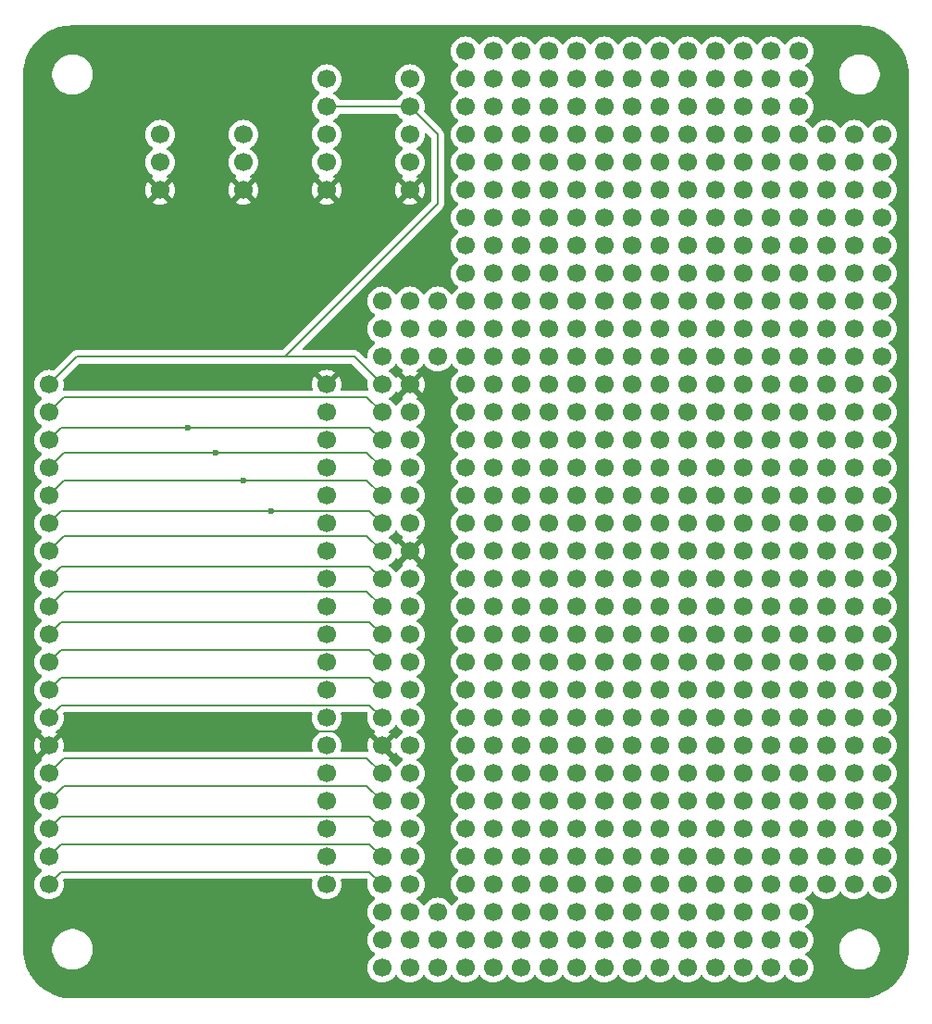
<source format=gbr>
%TF.GenerationSoftware,KiCad,Pcbnew,8.0.8-unknown-202501160222~12d96d1a90~ubuntu22.04.1*%
%TF.CreationDate,2025-02-14T10:10:46+09:00*%
%TF.ProjectId,MG5-ESP32-Shield,4d47352d-4553-4503-9332-2d536869656c,rev?*%
%TF.SameCoordinates,Original*%
%TF.FileFunction,Copper,L1,Top*%
%TF.FilePolarity,Positive*%
%FSLAX46Y46*%
G04 Gerber Fmt 4.6, Leading zero omitted, Abs format (unit mm)*
G04 Created by KiCad (PCBNEW 8.0.8-unknown-202501160222~12d96d1a90~ubuntu22.04.1) date 2025-02-14 10:10:46*
%MOMM*%
%LPD*%
G01*
G04 APERTURE LIST*
%TA.AperFunction,ComponentPad*%
%ADD10C,1.700000*%
%TD*%
%TA.AperFunction,ViaPad*%
%ADD11C,0.600000*%
%TD*%
%TA.AperFunction,Conductor*%
%ADD12C,0.200000*%
%TD*%
G04 APERTURE END LIST*
D10*
%TO.P,L,1,Pin_1*%
%TO.N,32*%
X127000000Y-63500000D03*
%TO.P,L,2,Pin_2*%
%TO.N,33*%
X127000000Y-66040000D03*
%TO.P,L,3,Pin_3*%
%TO.N,GND*%
X127000000Y-68580000D03*
%TD*%
%TO.P,REF\u002A\u002A,1*%
%TO.N,N/C*%
X154940000Y-55880000D03*
%TO.P,REF\u002A\u002A,2*%
X157480000Y-55880000D03*
%TO.P,REF\u002A\u002A,3*%
X160020000Y-55880000D03*
%TO.P,REF\u002A\u002A,4*%
X162560000Y-55880000D03*
%TO.P,REF\u002A\u002A,5*%
X165100000Y-55880000D03*
%TO.P,REF\u002A\u002A,6*%
X167640000Y-55880000D03*
%TO.P,REF\u002A\u002A,7*%
X170180000Y-55880000D03*
%TO.P,REF\u002A\u002A,8*%
X172720000Y-55880000D03*
%TO.P,REF\u002A\u002A,9*%
X154940000Y-58420000D03*
%TO.P,REF\u002A\u002A,10*%
X157480000Y-58420000D03*
%TO.P,REF\u002A\u002A,11*%
X160020000Y-58420000D03*
%TO.P,REF\u002A\u002A,12*%
X162560000Y-58420000D03*
%TO.P,REF\u002A\u002A,13*%
X165100000Y-58420000D03*
%TO.P,REF\u002A\u002A,14*%
X167640000Y-58420000D03*
%TO.P,REF\u002A\u002A,15*%
X170180000Y-58420000D03*
%TO.P,REF\u002A\u002A,16*%
X172720000Y-58420000D03*
%TO.P,REF\u002A\u002A,17*%
X154940000Y-60960000D03*
%TO.P,REF\u002A\u002A,18*%
X157480000Y-60960000D03*
%TO.P,REF\u002A\u002A,19*%
X160020000Y-60960000D03*
%TO.P,REF\u002A\u002A,20*%
X162560000Y-60960000D03*
%TO.P,REF\u002A\u002A,21*%
X165100000Y-60960000D03*
%TO.P,REF\u002A\u002A,22*%
X167640000Y-60960000D03*
%TO.P,REF\u002A\u002A,23*%
X170180000Y-60960000D03*
%TO.P,REF\u002A\u002A,24*%
X172720000Y-60960000D03*
%TO.P,REF\u002A\u002A,25*%
X154940000Y-63500000D03*
%TO.P,REF\u002A\u002A,26*%
X157480000Y-63500000D03*
%TO.P,REF\u002A\u002A,27*%
X160020000Y-63500000D03*
%TO.P,REF\u002A\u002A,28*%
X162560000Y-63500000D03*
%TO.P,REF\u002A\u002A,29*%
X165100000Y-63500000D03*
%TO.P,REF\u002A\u002A,30*%
X167640000Y-63500000D03*
%TO.P,REF\u002A\u002A,31*%
X170180000Y-63500000D03*
%TO.P,REF\u002A\u002A,32*%
X172720000Y-63500000D03*
%TO.P,REF\u002A\u002A,33*%
X154940000Y-66040000D03*
%TO.P,REF\u002A\u002A,34*%
X157480000Y-66040000D03*
%TO.P,REF\u002A\u002A,35*%
X160020000Y-66040000D03*
%TO.P,REF\u002A\u002A,36*%
X162560000Y-66040000D03*
%TO.P,REF\u002A\u002A,37*%
X165100000Y-66040000D03*
%TO.P,REF\u002A\u002A,38*%
X167640000Y-66040000D03*
%TO.P,REF\u002A\u002A,39*%
X170180000Y-66040000D03*
%TO.P,REF\u002A\u002A,40*%
X172720000Y-66040000D03*
%TO.P,REF\u002A\u002A,41*%
X154940000Y-68580000D03*
%TO.P,REF\u002A\u002A,42*%
X157480000Y-68580000D03*
%TO.P,REF\u002A\u002A,43*%
X160020000Y-68580000D03*
%TO.P,REF\u002A\u002A,44*%
X162560000Y-68580000D03*
%TO.P,REF\u002A\u002A,45*%
X165100000Y-68580000D03*
%TO.P,REF\u002A\u002A,46*%
X167640000Y-68580000D03*
%TO.P,REF\u002A\u002A,47*%
X170180000Y-68580000D03*
%TO.P,REF\u002A\u002A,48*%
X172720000Y-68580000D03*
%TO.P,REF\u002A\u002A,49*%
X154940000Y-71120000D03*
%TO.P,REF\u002A\u002A,50*%
X157480000Y-71120000D03*
%TO.P,REF\u002A\u002A,51*%
X160020000Y-71120000D03*
%TO.P,REF\u002A\u002A,52*%
X162560000Y-71120000D03*
%TO.P,REF\u002A\u002A,53*%
X165100000Y-71120000D03*
%TO.P,REF\u002A\u002A,54*%
X167640000Y-71120000D03*
%TO.P,REF\u002A\u002A,55*%
X170180000Y-71120000D03*
%TO.P,REF\u002A\u002A,56*%
X172720000Y-71120000D03*
%TO.P,REF\u002A\u002A,57*%
X154940000Y-73660000D03*
%TO.P,REF\u002A\u002A,58*%
X157480000Y-73660000D03*
%TO.P,REF\u002A\u002A,59*%
X160020000Y-73660000D03*
%TO.P,REF\u002A\u002A,60*%
X162560000Y-73660000D03*
%TO.P,REF\u002A\u002A,61*%
X165100000Y-73660000D03*
%TO.P,REF\u002A\u002A,62*%
X167640000Y-73660000D03*
%TO.P,REF\u002A\u002A,63*%
X170180000Y-73660000D03*
%TO.P,REF\u002A\u002A,64*%
X172720000Y-73660000D03*
%TO.P,REF\u002A\u002A,65*%
X154940000Y-76200000D03*
%TO.P,REF\u002A\u002A,66*%
X157480000Y-76200000D03*
%TO.P,REF\u002A\u002A,67*%
X160020000Y-76200000D03*
%TO.P,REF\u002A\u002A,68*%
X162560000Y-76200000D03*
%TO.P,REF\u002A\u002A,69*%
X165100000Y-76200000D03*
%TO.P,REF\u002A\u002A,70*%
X167640000Y-76200000D03*
%TO.P,REF\u002A\u002A,71*%
X170180000Y-76200000D03*
%TO.P,REF\u002A\u002A,72*%
X172720000Y-76200000D03*
%TO.P,REF\u002A\u002A,73*%
X154940000Y-78740000D03*
%TO.P,REF\u002A\u002A,74*%
X157480000Y-78740000D03*
%TO.P,REF\u002A\u002A,75*%
X160020000Y-78740000D03*
%TO.P,REF\u002A\u002A,76*%
X162560000Y-78740000D03*
%TO.P,REF\u002A\u002A,77*%
X165100000Y-78740000D03*
%TO.P,REF\u002A\u002A,78*%
X167640000Y-78740000D03*
%TO.P,REF\u002A\u002A,79*%
X170180000Y-78740000D03*
%TO.P,REF\u002A\u002A,80*%
X172720000Y-78740000D03*
%TO.P,REF\u002A\u002A,81*%
X154940000Y-81280000D03*
%TO.P,REF\u002A\u002A,82*%
X157480000Y-81280000D03*
%TO.P,REF\u002A\u002A,83*%
X160020000Y-81280000D03*
%TO.P,REF\u002A\u002A,84*%
X162560000Y-81280000D03*
%TO.P,REF\u002A\u002A,85*%
X165100000Y-81280000D03*
%TO.P,REF\u002A\u002A,86*%
X167640000Y-81280000D03*
%TO.P,REF\u002A\u002A,87*%
X170180000Y-81280000D03*
%TO.P,REF\u002A\u002A,88*%
X172720000Y-81280000D03*
%TO.P,REF\u002A\u002A,89*%
X154940000Y-83820000D03*
%TO.P,REF\u002A\u002A,90*%
X157480000Y-83820000D03*
%TO.P,REF\u002A\u002A,91*%
X160020000Y-83820000D03*
%TO.P,REF\u002A\u002A,92*%
X162560000Y-83820000D03*
%TO.P,REF\u002A\u002A,93*%
X165100000Y-83820000D03*
%TO.P,REF\u002A\u002A,94*%
X167640000Y-83820000D03*
%TO.P,REF\u002A\u002A,95*%
X170180000Y-83820000D03*
%TO.P,REF\u002A\u002A,96*%
X172720000Y-83820000D03*
%TO.P,REF\u002A\u002A,97*%
X154940000Y-86360000D03*
%TO.P,REF\u002A\u002A,98*%
X157480000Y-86360000D03*
%TO.P,REF\u002A\u002A,99*%
X160020000Y-86360000D03*
%TO.P,REF\u002A\u002A,100*%
X162560000Y-86360000D03*
%TO.P,REF\u002A\u002A,101*%
X165100000Y-86360000D03*
%TO.P,REF\u002A\u002A,102*%
X167640000Y-86360000D03*
%TO.P,REF\u002A\u002A,103*%
X170180000Y-86360000D03*
%TO.P,REF\u002A\u002A,104*%
X172720000Y-86360000D03*
%TO.P,REF\u002A\u002A,105*%
X154940000Y-88900000D03*
%TO.P,REF\u002A\u002A,106*%
X157480000Y-88900000D03*
%TO.P,REF\u002A\u002A,107*%
X160020000Y-88900000D03*
%TO.P,REF\u002A\u002A,108*%
X162560000Y-88900000D03*
%TO.P,REF\u002A\u002A,109*%
X165100000Y-88900000D03*
%TO.P,REF\u002A\u002A,110*%
X167640000Y-88900000D03*
%TO.P,REF\u002A\u002A,111*%
X170180000Y-88900000D03*
%TO.P,REF\u002A\u002A,112*%
X172720000Y-88900000D03*
%TO.P,REF\u002A\u002A,113*%
X154940000Y-91440000D03*
%TO.P,REF\u002A\u002A,114*%
X157480000Y-91440000D03*
%TO.P,REF\u002A\u002A,115*%
X160020000Y-91440000D03*
%TO.P,REF\u002A\u002A,116*%
X162560000Y-91440000D03*
%TO.P,REF\u002A\u002A,117*%
X165100000Y-91440000D03*
%TO.P,REF\u002A\u002A,118*%
X167640000Y-91440000D03*
%TO.P,REF\u002A\u002A,119*%
X170180000Y-91440000D03*
%TO.P,REF\u002A\u002A,120*%
X172720000Y-91440000D03*
%TO.P,REF\u002A\u002A,121*%
X154940000Y-93980000D03*
%TO.P,REF\u002A\u002A,122*%
X157480000Y-93980000D03*
%TO.P,REF\u002A\u002A,123*%
X160020000Y-93980000D03*
%TO.P,REF\u002A\u002A,124*%
X162560000Y-93980000D03*
%TO.P,REF\u002A\u002A,125*%
X165100000Y-93980000D03*
%TO.P,REF\u002A\u002A,126*%
X167640000Y-93980000D03*
%TO.P,REF\u002A\u002A,127*%
X170180000Y-93980000D03*
%TO.P,REF\u002A\u002A,128*%
X172720000Y-93980000D03*
%TO.P,REF\u002A\u002A,129*%
X154940000Y-96520000D03*
%TO.P,REF\u002A\u002A,130*%
X157480000Y-96520000D03*
%TO.P,REF\u002A\u002A,131*%
X160020000Y-96520000D03*
%TO.P,REF\u002A\u002A,132*%
X162560000Y-96520000D03*
%TO.P,REF\u002A\u002A,133*%
X165100000Y-96520000D03*
%TO.P,REF\u002A\u002A,134*%
X167640000Y-96520000D03*
%TO.P,REF\u002A\u002A,135*%
X170180000Y-96520000D03*
%TO.P,REF\u002A\u002A,136*%
X172720000Y-96520000D03*
%TO.P,REF\u002A\u002A,137*%
X154940000Y-99060000D03*
%TO.P,REF\u002A\u002A,138*%
X157480000Y-99060000D03*
%TO.P,REF\u002A\u002A,139*%
X160020000Y-99060000D03*
%TO.P,REF\u002A\u002A,140*%
X162560000Y-99060000D03*
%TO.P,REF\u002A\u002A,141*%
X165100000Y-99060000D03*
%TO.P,REF\u002A\u002A,142*%
X167640000Y-99060000D03*
%TO.P,REF\u002A\u002A,143*%
X170180000Y-99060000D03*
%TO.P,REF\u002A\u002A,144*%
X172720000Y-99060000D03*
%TO.P,REF\u002A\u002A,145*%
X154940000Y-101600000D03*
%TO.P,REF\u002A\u002A,146*%
X157480000Y-101600000D03*
%TO.P,REF\u002A\u002A,147*%
X160020000Y-101600000D03*
%TO.P,REF\u002A\u002A,148*%
X162560000Y-101600000D03*
%TO.P,REF\u002A\u002A,149*%
X165100000Y-101600000D03*
%TO.P,REF\u002A\u002A,150*%
X167640000Y-101600000D03*
%TO.P,REF\u002A\u002A,151*%
X170180000Y-101600000D03*
%TO.P,REF\u002A\u002A,152*%
X172720000Y-101600000D03*
%TO.P,REF\u002A\u002A,153*%
X154940000Y-104140000D03*
%TO.P,REF\u002A\u002A,154*%
X157480000Y-104140000D03*
%TO.P,REF\u002A\u002A,155*%
X160020000Y-104140000D03*
%TO.P,REF\u002A\u002A,156*%
X162560000Y-104140000D03*
%TO.P,REF\u002A\u002A,157*%
X165100000Y-104140000D03*
%TO.P,REF\u002A\u002A,158*%
X167640000Y-104140000D03*
%TO.P,REF\u002A\u002A,159*%
X170180000Y-104140000D03*
%TO.P,REF\u002A\u002A,160*%
X172720000Y-104140000D03*
%TO.P,REF\u002A\u002A,161*%
X154940000Y-106680000D03*
%TO.P,REF\u002A\u002A,162*%
X157480000Y-106680000D03*
%TO.P,REF\u002A\u002A,163*%
X160020000Y-106680000D03*
%TO.P,REF\u002A\u002A,164*%
X162560000Y-106680000D03*
%TO.P,REF\u002A\u002A,165*%
X165100000Y-106680000D03*
%TO.P,REF\u002A\u002A,166*%
X167640000Y-106680000D03*
%TO.P,REF\u002A\u002A,167*%
X170180000Y-106680000D03*
%TO.P,REF\u002A\u002A,168*%
X172720000Y-106680000D03*
%TO.P,REF\u002A\u002A,169*%
X154940000Y-109220000D03*
%TO.P,REF\u002A\u002A,170*%
X157480000Y-109220000D03*
%TO.P,REF\u002A\u002A,171*%
X160020000Y-109220000D03*
%TO.P,REF\u002A\u002A,172*%
X162560000Y-109220000D03*
%TO.P,REF\u002A\u002A,173*%
X165100000Y-109220000D03*
%TO.P,REF\u002A\u002A,174*%
X167640000Y-109220000D03*
%TO.P,REF\u002A\u002A,175*%
X170180000Y-109220000D03*
%TO.P,REF\u002A\u002A,176*%
X172720000Y-109220000D03*
%TO.P,REF\u002A\u002A,177*%
X154940000Y-111760000D03*
%TO.P,REF\u002A\u002A,178*%
X157480000Y-111760000D03*
%TO.P,REF\u002A\u002A,179*%
X160020000Y-111760000D03*
%TO.P,REF\u002A\u002A,180*%
X162560000Y-111760000D03*
%TO.P,REF\u002A\u002A,181*%
X165100000Y-111760000D03*
%TO.P,REF\u002A\u002A,182*%
X167640000Y-111760000D03*
%TO.P,REF\u002A\u002A,183*%
X170180000Y-111760000D03*
%TO.P,REF\u002A\u002A,184*%
X172720000Y-111760000D03*
%TO.P,REF\u002A\u002A,185*%
X154940000Y-114300000D03*
%TO.P,REF\u002A\u002A,186*%
X157480000Y-114300000D03*
%TO.P,REF\u002A\u002A,187*%
X160020000Y-114300000D03*
%TO.P,REF\u002A\u002A,188*%
X162560000Y-114300000D03*
%TO.P,REF\u002A\u002A,189*%
X165100000Y-114300000D03*
%TO.P,REF\u002A\u002A,190*%
X167640000Y-114300000D03*
%TO.P,REF\u002A\u002A,191*%
X170180000Y-114300000D03*
%TO.P,REF\u002A\u002A,192*%
X172720000Y-114300000D03*
%TO.P,REF\u002A\u002A,193*%
X154940000Y-116840000D03*
%TO.P,REF\u002A\u002A,194*%
X157480000Y-116840000D03*
%TO.P,REF\u002A\u002A,195*%
X160020000Y-116840000D03*
%TO.P,REF\u002A\u002A,196*%
X162560000Y-116840000D03*
%TO.P,REF\u002A\u002A,197*%
X165100000Y-116840000D03*
%TO.P,REF\u002A\u002A,198*%
X167640000Y-116840000D03*
%TO.P,REF\u002A\u002A,199*%
X170180000Y-116840000D03*
%TO.P,REF\u002A\u002A,200*%
X172720000Y-116840000D03*
%TO.P,REF\u002A\u002A,201*%
X154940000Y-119380000D03*
%TO.P,REF\u002A\u002A,202*%
X157480000Y-119380000D03*
%TO.P,REF\u002A\u002A,203*%
X160020000Y-119380000D03*
%TO.P,REF\u002A\u002A,204*%
X162560000Y-119380000D03*
%TO.P,REF\u002A\u002A,205*%
X165100000Y-119380000D03*
%TO.P,REF\u002A\u002A,206*%
X167640000Y-119380000D03*
%TO.P,REF\u002A\u002A,207*%
X170180000Y-119380000D03*
%TO.P,REF\u002A\u002A,208*%
X172720000Y-119380000D03*
%TO.P,REF\u002A\u002A,209*%
X154940000Y-121920000D03*
%TO.P,REF\u002A\u002A,210*%
X157480000Y-121920000D03*
%TO.P,REF\u002A\u002A,211*%
X160020000Y-121920000D03*
%TO.P,REF\u002A\u002A,212*%
X162560000Y-121920000D03*
%TO.P,REF\u002A\u002A,213*%
X165100000Y-121920000D03*
%TO.P,REF\u002A\u002A,214*%
X167640000Y-121920000D03*
%TO.P,REF\u002A\u002A,215*%
X170180000Y-121920000D03*
%TO.P,REF\u002A\u002A,216*%
X172720000Y-121920000D03*
%TO.P,REF\u002A\u002A,217*%
X154940000Y-124460000D03*
%TO.P,REF\u002A\u002A,218*%
X157480000Y-124460000D03*
%TO.P,REF\u002A\u002A,219*%
X160020000Y-124460000D03*
%TO.P,REF\u002A\u002A,220*%
X162560000Y-124460000D03*
%TO.P,REF\u002A\u002A,221*%
X165100000Y-124460000D03*
%TO.P,REF\u002A\u002A,222*%
X167640000Y-124460000D03*
%TO.P,REF\u002A\u002A,223*%
X170180000Y-124460000D03*
%TO.P,REF\u002A\u002A,224*%
X172720000Y-124460000D03*
%TO.P,REF\u002A\u002A,225*%
X154940000Y-127000000D03*
%TO.P,REF\u002A\u002A,226*%
X157480000Y-127000000D03*
%TO.P,REF\u002A\u002A,227*%
X160020000Y-127000000D03*
%TO.P,REF\u002A\u002A,228*%
X162560000Y-127000000D03*
%TO.P,REF\u002A\u002A,229*%
X165100000Y-127000000D03*
%TO.P,REF\u002A\u002A,230*%
X167640000Y-127000000D03*
%TO.P,REF\u002A\u002A,231*%
X170180000Y-127000000D03*
%TO.P,REF\u002A\u002A,232*%
X172720000Y-127000000D03*
%TO.P,REF\u002A\u002A,233*%
X154940000Y-129540000D03*
%TO.P,REF\u002A\u002A,234*%
X157480000Y-129540000D03*
%TO.P,REF\u002A\u002A,235*%
X160020000Y-129540000D03*
%TO.P,REF\u002A\u002A,236*%
X162560000Y-129540000D03*
%TO.P,REF\u002A\u002A,237*%
X165100000Y-129540000D03*
%TO.P,REF\u002A\u002A,238*%
X167640000Y-129540000D03*
%TO.P,REF\u002A\u002A,239*%
X170180000Y-129540000D03*
%TO.P,REF\u002A\u002A,240*%
X172720000Y-129540000D03*
%TO.P,REF\u002A\u002A,241*%
X154940000Y-132080000D03*
%TO.P,REF\u002A\u002A,242*%
X157480000Y-132080000D03*
%TO.P,REF\u002A\u002A,243*%
X160020000Y-132080000D03*
%TO.P,REF\u002A\u002A,244*%
X162560000Y-132080000D03*
%TO.P,REF\u002A\u002A,245*%
X165100000Y-132080000D03*
%TO.P,REF\u002A\u002A,246*%
X167640000Y-132080000D03*
%TO.P,REF\u002A\u002A,247*%
X170180000Y-132080000D03*
%TO.P,REF\u002A\u002A,248*%
X172720000Y-132080000D03*
%TO.P,REF\u002A\u002A,249*%
X154940000Y-134620000D03*
%TO.P,REF\u002A\u002A,250*%
X157480000Y-134620000D03*
%TO.P,REF\u002A\u002A,251*%
X160020000Y-134620000D03*
%TO.P,REF\u002A\u002A,252*%
X162560000Y-134620000D03*
%TO.P,REF\u002A\u002A,253*%
X165100000Y-134620000D03*
%TO.P,REF\u002A\u002A,254*%
X167640000Y-134620000D03*
%TO.P,REF\u002A\u002A,255*%
X170180000Y-134620000D03*
%TO.P,REF\u002A\u002A,256*%
X172720000Y-134620000D03*
%TO.P,REF\u002A\u002A,257*%
X154940000Y-137160000D03*
%TO.P,REF\u002A\u002A,258*%
X157480000Y-137160000D03*
%TO.P,REF\u002A\u002A,259*%
X160020000Y-137160000D03*
%TO.P,REF\u002A\u002A,260*%
X162560000Y-137160000D03*
%TO.P,REF\u002A\u002A,261*%
X165100000Y-137160000D03*
%TO.P,REF\u002A\u002A,262*%
X167640000Y-137160000D03*
%TO.P,REF\u002A\u002A,263*%
X170180000Y-137160000D03*
%TO.P,REF\u002A\u002A,264*%
X172720000Y-137160000D03*
%TO.P,REF\u002A\u002A,265*%
X154940000Y-139700000D03*
%TO.P,REF\u002A\u002A,266*%
X157480000Y-139700000D03*
%TO.P,REF\u002A\u002A,267*%
X160020000Y-139700000D03*
%TO.P,REF\u002A\u002A,268*%
X162560000Y-139700000D03*
%TO.P,REF\u002A\u002A,269*%
X165100000Y-139700000D03*
%TO.P,REF\u002A\u002A,270*%
X167640000Y-139700000D03*
%TO.P,REF\u002A\u002A,271*%
X170180000Y-139700000D03*
%TO.P,REF\u002A\u002A,272*%
X172720000Y-139700000D03*
%TO.P,REF\u002A\u002A,273*%
X147320000Y-78740000D03*
%TO.P,REF\u002A\u002A,274*%
X149860000Y-78740000D03*
%TO.P,REF\u002A\u002A,275*%
X152400000Y-78740000D03*
%TO.P,REF\u002A\u002A,276*%
X147320000Y-81280000D03*
%TO.P,REF\u002A\u002A,277*%
X149860000Y-81280000D03*
%TO.P,REF\u002A\u002A,278*%
X152400000Y-81280000D03*
%TO.P,REF\u002A\u002A,279*%
X147320000Y-83820000D03*
%TO.P,REF\u002A\u002A,280*%
X149860000Y-83820000D03*
%TO.P,REF\u002A\u002A,281*%
X152400000Y-83820000D03*
%TO.P,REF\u002A\u002A,282*%
X175260000Y-55880000D03*
%TO.P,REF\u002A\u002A,283*%
X177800000Y-55880000D03*
%TO.P,REF\u002A\u002A,284*%
X180340000Y-55880000D03*
%TO.P,REF\u002A\u002A,285*%
X182880000Y-55880000D03*
%TO.P,REF\u002A\u002A,286*%
X185420000Y-55880000D03*
%TO.P,REF\u002A\u002A,287*%
X175260000Y-58420000D03*
%TO.P,REF\u002A\u002A,288*%
X177800000Y-58420000D03*
%TO.P,REF\u002A\u002A,289*%
X180340000Y-58420000D03*
%TO.P,REF\u002A\u002A,290*%
X182880000Y-58420000D03*
%TO.P,REF\u002A\u002A,291*%
X185420000Y-58420000D03*
%TO.P,REF\u002A\u002A,292*%
X175260000Y-60960000D03*
%TO.P,REF\u002A\u002A,293*%
X177800000Y-60960000D03*
%TO.P,REF\u002A\u002A,294*%
X180340000Y-60960000D03*
%TO.P,REF\u002A\u002A,295*%
X182880000Y-60960000D03*
%TO.P,REF\u002A\u002A,296*%
X185420000Y-60960000D03*
%TO.P,REF\u002A\u002A,297*%
X175260000Y-63500000D03*
%TO.P,REF\u002A\u002A,298*%
X177800000Y-63500000D03*
%TO.P,REF\u002A\u002A,299*%
X180340000Y-63500000D03*
%TO.P,REF\u002A\u002A,300*%
X182880000Y-63500000D03*
%TO.P,REF\u002A\u002A,301*%
X185420000Y-63500000D03*
%TO.P,REF\u002A\u002A,302*%
X187960000Y-63500000D03*
%TO.P,REF\u002A\u002A,303*%
X190500000Y-63500000D03*
%TO.P,REF\u002A\u002A,304*%
X193040000Y-63500000D03*
%TO.P,REF\u002A\u002A,305*%
X175260000Y-66040000D03*
%TO.P,REF\u002A\u002A,306*%
X177800000Y-66040000D03*
%TO.P,REF\u002A\u002A,307*%
X180340000Y-66040000D03*
%TO.P,REF\u002A\u002A,308*%
X182880000Y-66040000D03*
%TO.P,REF\u002A\u002A,309*%
X185420000Y-66040000D03*
%TO.P,REF\u002A\u002A,310*%
X187960000Y-66040000D03*
%TO.P,REF\u002A\u002A,311*%
X190500000Y-66040000D03*
%TO.P,REF\u002A\u002A,312*%
X193040000Y-66040000D03*
%TO.P,REF\u002A\u002A,313*%
X175260000Y-68580000D03*
%TO.P,REF\u002A\u002A,314*%
X177800000Y-68580000D03*
%TO.P,REF\u002A\u002A,315*%
X180340000Y-68580000D03*
%TO.P,REF\u002A\u002A,316*%
X182880000Y-68580000D03*
%TO.P,REF\u002A\u002A,317*%
X185420000Y-68580000D03*
%TO.P,REF\u002A\u002A,318*%
X187960000Y-68580000D03*
%TO.P,REF\u002A\u002A,319*%
X190500000Y-68580000D03*
%TO.P,REF\u002A\u002A,320*%
X193040000Y-68580000D03*
%TO.P,REF\u002A\u002A,321*%
X175260000Y-71120000D03*
%TO.P,REF\u002A\u002A,322*%
X177800000Y-71120000D03*
%TO.P,REF\u002A\u002A,323*%
X180340000Y-71120000D03*
%TO.P,REF\u002A\u002A,324*%
X182880000Y-71120000D03*
%TO.P,REF\u002A\u002A,325*%
X185420000Y-71120000D03*
%TO.P,REF\u002A\u002A,326*%
X187960000Y-71120000D03*
%TO.P,REF\u002A\u002A,327*%
X190500000Y-71120000D03*
%TO.P,REF\u002A\u002A,328*%
X193040000Y-71120000D03*
%TO.P,REF\u002A\u002A,329*%
X175260000Y-73660000D03*
%TO.P,REF\u002A\u002A,330*%
X177800000Y-73660000D03*
%TO.P,REF\u002A\u002A,331*%
X180340000Y-73660000D03*
%TO.P,REF\u002A\u002A,332*%
X182880000Y-73660000D03*
%TO.P,REF\u002A\u002A,333*%
X185420000Y-73660000D03*
%TO.P,REF\u002A\u002A,334*%
X187960000Y-73660000D03*
%TO.P,REF\u002A\u002A,335*%
X190500000Y-73660000D03*
%TO.P,REF\u002A\u002A,336*%
X193040000Y-73660000D03*
%TO.P,REF\u002A\u002A,337*%
X175260000Y-76200000D03*
%TO.P,REF\u002A\u002A,338*%
X177800000Y-76200000D03*
%TO.P,REF\u002A\u002A,339*%
X180340000Y-76200000D03*
%TO.P,REF\u002A\u002A,340*%
X182880000Y-76200000D03*
%TO.P,REF\u002A\u002A,341*%
X185420000Y-76200000D03*
%TO.P,REF\u002A\u002A,342*%
X187960000Y-76200000D03*
%TO.P,REF\u002A\u002A,343*%
X190500000Y-76200000D03*
%TO.P,REF\u002A\u002A,344*%
X193040000Y-76200000D03*
%TO.P,REF\u002A\u002A,345*%
X175260000Y-78740000D03*
%TO.P,REF\u002A\u002A,346*%
X177800000Y-78740000D03*
%TO.P,REF\u002A\u002A,347*%
X180340000Y-78740000D03*
%TO.P,REF\u002A\u002A,348*%
X182880000Y-78740000D03*
%TO.P,REF\u002A\u002A,349*%
X185420000Y-78740000D03*
%TO.P,REF\u002A\u002A,350*%
X187960000Y-78740000D03*
%TO.P,REF\u002A\u002A,351*%
X190500000Y-78740000D03*
%TO.P,REF\u002A\u002A,352*%
X193040000Y-78740000D03*
%TO.P,REF\u002A\u002A,353*%
X175260000Y-81280000D03*
%TO.P,REF\u002A\u002A,354*%
X177800000Y-81280000D03*
%TO.P,REF\u002A\u002A,355*%
X180340000Y-81280000D03*
%TO.P,REF\u002A\u002A,356*%
X182880000Y-81280000D03*
%TO.P,REF\u002A\u002A,357*%
X185420000Y-81280000D03*
%TO.P,REF\u002A\u002A,358*%
X187960000Y-81280000D03*
%TO.P,REF\u002A\u002A,359*%
X190500000Y-81280000D03*
%TO.P,REF\u002A\u002A,360*%
X193040000Y-81280000D03*
%TO.P,REF\u002A\u002A,361*%
X175260000Y-83820000D03*
%TO.P,REF\u002A\u002A,362*%
X177800000Y-83820000D03*
%TO.P,REF\u002A\u002A,363*%
X180340000Y-83820000D03*
%TO.P,REF\u002A\u002A,364*%
X182880000Y-83820000D03*
%TO.P,REF\u002A\u002A,365*%
X185420000Y-83820000D03*
%TO.P,REF\u002A\u002A,366*%
X187960000Y-83820000D03*
%TO.P,REF\u002A\u002A,367*%
X190500000Y-83820000D03*
%TO.P,REF\u002A\u002A,368*%
X193040000Y-83820000D03*
%TO.P,REF\u002A\u002A,369*%
X175260000Y-86360000D03*
%TO.P,REF\u002A\u002A,370*%
X177800000Y-86360000D03*
%TO.P,REF\u002A\u002A,371*%
X180340000Y-86360000D03*
%TO.P,REF\u002A\u002A,372*%
X182880000Y-86360000D03*
%TO.P,REF\u002A\u002A,373*%
X185420000Y-86360000D03*
%TO.P,REF\u002A\u002A,374*%
X187960000Y-86360000D03*
%TO.P,REF\u002A\u002A,375*%
X190500000Y-86360000D03*
%TO.P,REF\u002A\u002A,376*%
X193040000Y-86360000D03*
%TO.P,REF\u002A\u002A,377*%
X175260000Y-88900000D03*
%TO.P,REF\u002A\u002A,378*%
X177800000Y-88900000D03*
%TO.P,REF\u002A\u002A,379*%
X180340000Y-88900000D03*
%TO.P,REF\u002A\u002A,380*%
X182880000Y-88900000D03*
%TO.P,REF\u002A\u002A,381*%
X185420000Y-88900000D03*
%TO.P,REF\u002A\u002A,382*%
X187960000Y-88900000D03*
%TO.P,REF\u002A\u002A,383*%
X190500000Y-88900000D03*
%TO.P,REF\u002A\u002A,384*%
X193040000Y-88900000D03*
%TO.P,REF\u002A\u002A,385*%
X175260000Y-91440000D03*
%TO.P,REF\u002A\u002A,386*%
X177800000Y-91440000D03*
%TO.P,REF\u002A\u002A,387*%
X180340000Y-91440000D03*
%TO.P,REF\u002A\u002A,388*%
X182880000Y-91440000D03*
%TO.P,REF\u002A\u002A,389*%
X185420000Y-91440000D03*
%TO.P,REF\u002A\u002A,390*%
X187960000Y-91440000D03*
%TO.P,REF\u002A\u002A,391*%
X190500000Y-91440000D03*
%TO.P,REF\u002A\u002A,392*%
X193040000Y-91440000D03*
%TO.P,REF\u002A\u002A,393*%
X175260000Y-93980000D03*
%TO.P,REF\u002A\u002A,394*%
X177800000Y-93980000D03*
%TO.P,REF\u002A\u002A,395*%
X180340000Y-93980000D03*
%TO.P,REF\u002A\u002A,396*%
X182880000Y-93980000D03*
%TO.P,REF\u002A\u002A,397*%
X185420000Y-93980000D03*
%TO.P,REF\u002A\u002A,398*%
X187960000Y-93980000D03*
%TO.P,REF\u002A\u002A,399*%
X190500000Y-93980000D03*
%TO.P,REF\u002A\u002A,400*%
X193040000Y-93980000D03*
%TO.P,REF\u002A\u002A,401*%
X175260000Y-96520000D03*
%TO.P,REF\u002A\u002A,402*%
X177800000Y-96520000D03*
%TO.P,REF\u002A\u002A,403*%
X180340000Y-96520000D03*
%TO.P,REF\u002A\u002A,404*%
X182880000Y-96520000D03*
%TO.P,REF\u002A\u002A,405*%
X185420000Y-96520000D03*
%TO.P,REF\u002A\u002A,406*%
X187960000Y-96520000D03*
%TO.P,REF\u002A\u002A,407*%
X190500000Y-96520000D03*
%TO.P,REF\u002A\u002A,408*%
X193040000Y-96520000D03*
%TO.P,REF\u002A\u002A,409*%
X175260000Y-99060000D03*
%TO.P,REF\u002A\u002A,410*%
X177800000Y-99060000D03*
%TO.P,REF\u002A\u002A,411*%
X180340000Y-99060000D03*
%TO.P,REF\u002A\u002A,412*%
X182880000Y-99060000D03*
%TO.P,REF\u002A\u002A,413*%
X185420000Y-99060000D03*
%TO.P,REF\u002A\u002A,414*%
X187960000Y-99060000D03*
%TO.P,REF\u002A\u002A,415*%
X190500000Y-99060000D03*
%TO.P,REF\u002A\u002A,416*%
X193040000Y-99060000D03*
%TO.P,REF\u002A\u002A,417*%
X175260000Y-101600000D03*
%TO.P,REF\u002A\u002A,418*%
X177800000Y-101600000D03*
%TO.P,REF\u002A\u002A,419*%
X180340000Y-101600000D03*
%TO.P,REF\u002A\u002A,420*%
X182880000Y-101600000D03*
%TO.P,REF\u002A\u002A,421*%
X185420000Y-101600000D03*
%TO.P,REF\u002A\u002A,422*%
X187960000Y-101600000D03*
%TO.P,REF\u002A\u002A,423*%
X190500000Y-101600000D03*
%TO.P,REF\u002A\u002A,424*%
X193040000Y-101600000D03*
%TO.P,REF\u002A\u002A,425*%
X175260000Y-104140000D03*
%TO.P,REF\u002A\u002A,426*%
X177800000Y-104140000D03*
%TO.P,REF\u002A\u002A,427*%
X180340000Y-104140000D03*
%TO.P,REF\u002A\u002A,428*%
X182880000Y-104140000D03*
%TO.P,REF\u002A\u002A,429*%
X185420000Y-104140000D03*
%TO.P,REF\u002A\u002A,430*%
X187960000Y-104140000D03*
%TO.P,REF\u002A\u002A,431*%
X190500000Y-104140000D03*
%TO.P,REF\u002A\u002A,432*%
X193040000Y-104140000D03*
%TO.P,REF\u002A\u002A,433*%
X175260000Y-106680000D03*
%TO.P,REF\u002A\u002A,434*%
X177800000Y-106680000D03*
%TO.P,REF\u002A\u002A,435*%
X180340000Y-106680000D03*
%TO.P,REF\u002A\u002A,436*%
X182880000Y-106680000D03*
%TO.P,REF\u002A\u002A,437*%
X185420000Y-106680000D03*
%TO.P,REF\u002A\u002A,438*%
X187960000Y-106680000D03*
%TO.P,REF\u002A\u002A,439*%
X190500000Y-106680000D03*
%TO.P,REF\u002A\u002A,440*%
X193040000Y-106680000D03*
%TO.P,REF\u002A\u002A,441*%
X175260000Y-109220000D03*
%TO.P,REF\u002A\u002A,442*%
X177800000Y-109220000D03*
%TO.P,REF\u002A\u002A,443*%
X180340000Y-109220000D03*
%TO.P,REF\u002A\u002A,444*%
X182880000Y-109220000D03*
%TO.P,REF\u002A\u002A,445*%
X185420000Y-109220000D03*
%TO.P,REF\u002A\u002A,446*%
X187960000Y-109220000D03*
%TO.P,REF\u002A\u002A,447*%
X190500000Y-109220000D03*
%TO.P,REF\u002A\u002A,448*%
X193040000Y-109220000D03*
%TO.P,REF\u002A\u002A,449*%
X175260000Y-111760000D03*
%TO.P,REF\u002A\u002A,450*%
X177800000Y-111760000D03*
%TO.P,REF\u002A\u002A,451*%
X180340000Y-111760000D03*
%TO.P,REF\u002A\u002A,452*%
X182880000Y-111760000D03*
%TO.P,REF\u002A\u002A,453*%
X185420000Y-111760000D03*
%TO.P,REF\u002A\u002A,454*%
X187960000Y-111760000D03*
%TO.P,REF\u002A\u002A,455*%
X190500000Y-111760000D03*
%TO.P,REF\u002A\u002A,456*%
X193040000Y-111760000D03*
%TO.P,REF\u002A\u002A,457*%
X175260000Y-114300000D03*
%TO.P,REF\u002A\u002A,458*%
X177800000Y-114300000D03*
%TO.P,REF\u002A\u002A,459*%
X180340000Y-114300000D03*
%TO.P,REF\u002A\u002A,460*%
X182880000Y-114300000D03*
%TO.P,REF\u002A\u002A,461*%
X185420000Y-114300000D03*
%TO.P,REF\u002A\u002A,462*%
X187960000Y-114300000D03*
%TO.P,REF\u002A\u002A,463*%
X190500000Y-114300000D03*
%TO.P,REF\u002A\u002A,464*%
X193040000Y-114300000D03*
%TO.P,REF\u002A\u002A,465*%
X175260000Y-116840000D03*
%TO.P,REF\u002A\u002A,466*%
X177800000Y-116840000D03*
%TO.P,REF\u002A\u002A,467*%
X180340000Y-116840000D03*
%TO.P,REF\u002A\u002A,468*%
X182880000Y-116840000D03*
%TO.P,REF\u002A\u002A,469*%
X185420000Y-116840000D03*
%TO.P,REF\u002A\u002A,470*%
X187960000Y-116840000D03*
%TO.P,REF\u002A\u002A,471*%
X190500000Y-116840000D03*
%TO.P,REF\u002A\u002A,472*%
X193040000Y-116840000D03*
%TO.P,REF\u002A\u002A,473*%
X175260000Y-119380000D03*
%TO.P,REF\u002A\u002A,474*%
X177800000Y-119380000D03*
%TO.P,REF\u002A\u002A,475*%
X180340000Y-119380000D03*
%TO.P,REF\u002A\u002A,476*%
X182880000Y-119380000D03*
%TO.P,REF\u002A\u002A,477*%
X185420000Y-119380000D03*
%TO.P,REF\u002A\u002A,478*%
X187960000Y-119380000D03*
%TO.P,REF\u002A\u002A,479*%
X190500000Y-119380000D03*
%TO.P,REF\u002A\u002A,480*%
X193040000Y-119380000D03*
%TO.P,REF\u002A\u002A,481*%
X175260000Y-121920000D03*
%TO.P,REF\u002A\u002A,482*%
X177800000Y-121920000D03*
%TO.P,REF\u002A\u002A,483*%
X180340000Y-121920000D03*
%TO.P,REF\u002A\u002A,484*%
X182880000Y-121920000D03*
%TO.P,REF\u002A\u002A,485*%
X185420000Y-121920000D03*
%TO.P,REF\u002A\u002A,486*%
X187960000Y-121920000D03*
%TO.P,REF\u002A\u002A,487*%
X190500000Y-121920000D03*
%TO.P,REF\u002A\u002A,488*%
X193040000Y-121920000D03*
%TO.P,REF\u002A\u002A,489*%
X175260000Y-124460000D03*
%TO.P,REF\u002A\u002A,490*%
X177800000Y-124460000D03*
%TO.P,REF\u002A\u002A,491*%
X180340000Y-124460000D03*
%TO.P,REF\u002A\u002A,492*%
X182880000Y-124460000D03*
%TO.P,REF\u002A\u002A,493*%
X185420000Y-124460000D03*
%TO.P,REF\u002A\u002A,494*%
X187960000Y-124460000D03*
%TO.P,REF\u002A\u002A,495*%
X190500000Y-124460000D03*
%TO.P,REF\u002A\u002A,496*%
X193040000Y-124460000D03*
%TO.P,REF\u002A\u002A,497*%
X175260000Y-127000000D03*
%TO.P,REF\u002A\u002A,498*%
X177800000Y-127000000D03*
%TO.P,REF\u002A\u002A,499*%
X180340000Y-127000000D03*
%TO.P,REF\u002A\u002A,500*%
X182880000Y-127000000D03*
%TO.P,REF\u002A\u002A,501*%
X185420000Y-127000000D03*
%TO.P,REF\u002A\u002A,502*%
X187960000Y-127000000D03*
%TO.P,REF\u002A\u002A,503*%
X190500000Y-127000000D03*
%TO.P,REF\u002A\u002A,504*%
X193040000Y-127000000D03*
%TO.P,REF\u002A\u002A,505*%
X175260000Y-129540000D03*
%TO.P,REF\u002A\u002A,506*%
X177800000Y-129540000D03*
%TO.P,REF\u002A\u002A,507*%
X180340000Y-129540000D03*
%TO.P,REF\u002A\u002A,508*%
X182880000Y-129540000D03*
%TO.P,REF\u002A\u002A,509*%
X185420000Y-129540000D03*
%TO.P,REF\u002A\u002A,510*%
X187960000Y-129540000D03*
%TO.P,REF\u002A\u002A,511*%
X190500000Y-129540000D03*
%TO.P,REF\u002A\u002A,512*%
X193040000Y-129540000D03*
%TO.P,REF\u002A\u002A,513*%
X175260000Y-132080000D03*
%TO.P,REF\u002A\u002A,514*%
X177800000Y-132080000D03*
%TO.P,REF\u002A\u002A,515*%
X180340000Y-132080000D03*
%TO.P,REF\u002A\u002A,516*%
X182880000Y-132080000D03*
%TO.P,REF\u002A\u002A,517*%
X185420000Y-132080000D03*
%TO.P,REF\u002A\u002A,518*%
X187960000Y-132080000D03*
%TO.P,REF\u002A\u002A,519*%
X190500000Y-132080000D03*
%TO.P,REF\u002A\u002A,520*%
X193040000Y-132080000D03*
%TO.P,REF\u002A\u002A,521*%
X175260000Y-134620000D03*
%TO.P,REF\u002A\u002A,522*%
X177800000Y-134620000D03*
%TO.P,REF\u002A\u002A,523*%
X180340000Y-134620000D03*
%TO.P,REF\u002A\u002A,524*%
X182880000Y-134620000D03*
%TO.P,REF\u002A\u002A,525*%
X185420000Y-134620000D03*
%TO.P,REF\u002A\u002A,526*%
X175260000Y-137160000D03*
%TO.P,REF\u002A\u002A,527*%
X177800000Y-137160000D03*
%TO.P,REF\u002A\u002A,528*%
X180340000Y-137160000D03*
%TO.P,REF\u002A\u002A,529*%
X182880000Y-137160000D03*
%TO.P,REF\u002A\u002A,530*%
X185420000Y-137160000D03*
%TO.P,REF\u002A\u002A,531*%
X175260000Y-139700000D03*
%TO.P,REF\u002A\u002A,532*%
X177800000Y-139700000D03*
%TO.P,REF\u002A\u002A,533*%
X180340000Y-139700000D03*
%TO.P,REF\u002A\u002A,534*%
X182880000Y-139700000D03*
%TO.P,REF\u002A\u002A,535*%
X185420000Y-139700000D03*
%TO.P,REF\u002A\u002A,536*%
X147320000Y-134620000D03*
%TO.P,REF\u002A\u002A,537*%
X149860000Y-134620000D03*
%TO.P,REF\u002A\u002A,538*%
X152400000Y-134620000D03*
%TO.P,REF\u002A\u002A,539*%
X147320000Y-137160000D03*
%TO.P,REF\u002A\u002A,540*%
X149860000Y-137160000D03*
%TO.P,REF\u002A\u002A,541*%
X152400000Y-137160000D03*
%TO.P,REF\u002A\u002A,542*%
X147320000Y-139700000D03*
%TO.P,REF\u002A\u002A,543*%
X149860000Y-139700000D03*
%TO.P,REF\u002A\u002A,544*%
X152400000Y-139700000D03*
%TD*%
%TO.P,R,1,Pin_1*%
%TO.N,34*%
X149860000Y-58420000D03*
%TO.P,R,2,Pin_2*%
%TO.N,+3V3*%
X149860000Y-60960000D03*
%TO.P,R,3,Pin_3*%
%TO.N,35*%
X149860000Y-63500000D03*
%TO.P,R,4,Pin_4*%
%TO.N,unconnected-(J1-Pin_4-Pad4)*%
X149860000Y-66040000D03*
%TO.P,R,5,Pin_5*%
%TO.N,GND*%
X149860000Y-68580000D03*
%TD*%
%TO.P,J5,1,Pin_1*%
%TO.N,+3V3*%
X147320000Y-86360000D03*
%TO.P,J5,2,Pin_2*%
%TO.N,EN*%
X147320000Y-88900000D03*
%TO.P,J5,3,Pin_3*%
%TO.N,VP*%
X147320000Y-91440000D03*
%TO.P,J5,4,Pin_4*%
%TO.N,VN*%
X147320000Y-93980000D03*
%TO.P,J5,5,Pin_5*%
%TO.N,34*%
X147320000Y-96520000D03*
%TO.P,J5,6,Pin_6*%
%TO.N,35*%
X147320000Y-99060000D03*
%TO.P,J5,7,Pin_7*%
%TO.N,32*%
X147320000Y-101600000D03*
%TO.P,J5,8,Pin_8*%
%TO.N,33*%
X147320000Y-104140000D03*
%TO.P,J5,9,Pin_9*%
%TO.N,25*%
X147320000Y-106680000D03*
%TO.P,J5,10,Pin_10*%
%TO.N,26*%
X147320000Y-109220000D03*
%TO.P,J5,11,Pin_11*%
%TO.N,27*%
X147320000Y-111760000D03*
%TO.P,J5,12,Pin_12*%
%TO.N,14*%
X147320000Y-114300000D03*
%TO.P,J5,13,Pin_13*%
%TO.N,12*%
X147320000Y-116840000D03*
%TO.P,J5,14,Pin_14*%
%TO.N,GND*%
X147320000Y-119380000D03*
%TO.P,J5,15,Pin_15*%
%TO.N,13*%
X147320000Y-121920000D03*
%TO.P,J5,16,Pin_16*%
%TO.N,D2*%
X147320000Y-124460000D03*
%TO.P,J5,17,Pin_17*%
%TO.N,D3*%
X147320000Y-127000000D03*
%TO.P,J5,18,Pin_18*%
%TO.N,CMD*%
X147320000Y-129540000D03*
%TO.P,J5,19,Pin_19*%
%TO.N,+5V*%
X147320000Y-132080000D03*
%TO.P,J5,20,Pin_20*%
%TO.N,CLK*%
X149860000Y-132080000D03*
%TO.P,J5,21,Pin_21*%
%TO.N,D9*%
X149860000Y-129540000D03*
%TO.P,J5,22,Pin_22*%
%TO.N,D1*%
X149860000Y-127000000D03*
%TO.P,J5,23,Pin_23*%
%TO.N,15*%
X149860000Y-124460000D03*
%TO.P,J5,24,Pin_24*%
%TO.N,2*%
X149860000Y-121920000D03*
%TO.P,J5,25,Pin_25*%
%TO.N,0*%
X149860000Y-119380000D03*
%TO.P,J5,26,Pin_26*%
%TO.N,4*%
X149860000Y-116840000D03*
%TO.P,J5,27,Pin_27*%
%TO.N,16*%
X149860000Y-114300000D03*
%TO.P,J5,28,Pin_28*%
%TO.N,17*%
X149860000Y-111760000D03*
%TO.P,J5,29,Pin_29*%
%TO.N,5*%
X149860000Y-109220000D03*
%TO.P,J5,30,Pin_30*%
%TO.N,18*%
X149860000Y-106680000D03*
%TO.P,J5,31,Pin_31*%
%TO.N,19*%
X149860000Y-104140000D03*
%TO.P,J5,32,Pin_32*%
%TO.N,GND*%
X149860000Y-101600000D03*
%TO.P,J5,33,Pin_33*%
%TO.N,21*%
X149860000Y-99060000D03*
%TO.P,J5,34,Pin_34*%
%TO.N,RX*%
X149860000Y-96520000D03*
%TO.P,J5,35,Pin_35*%
%TO.N,TX*%
X149860000Y-93980000D03*
%TO.P,J5,36,Pin_36*%
%TO.N,22*%
X149860000Y-91440000D03*
%TO.P,J5,37,Pin_37*%
%TO.N,23*%
X149860000Y-88900000D03*
%TO.P,J5,38,Pin_38*%
%TO.N,GND*%
X149860000Y-86360000D03*
%TD*%
%TO.P,R,1,Pin_1*%
%TO.N,25*%
X134620000Y-63500000D03*
%TO.P,R,2,Pin_2*%
%TO.N,26*%
X134620000Y-66040000D03*
%TO.P,R,3,Pin_3*%
%TO.N,GND*%
X134620000Y-68580000D03*
%TD*%
%TO.P,U1,1,3V3*%
%TO.N,+3V3*%
X116840000Y-86360000D03*
%TO.P,U1,2,EN*%
%TO.N,EN*%
X116840000Y-88900000D03*
%TO.P,U1,3,VP*%
%TO.N,VP*%
X116840000Y-91440000D03*
%TO.P,U1,4,VN*%
%TO.N,VN*%
X116840000Y-93980000D03*
%TO.P,U1,5,34*%
%TO.N,34*%
X116840000Y-96520000D03*
%TO.P,U1,6,35*%
%TO.N,35*%
X116840000Y-99060000D03*
%TO.P,U1,7,32*%
%TO.N,32*%
X116840000Y-101600000D03*
%TO.P,U1,8,33*%
%TO.N,33*%
X116840000Y-104140000D03*
%TO.P,U1,9,25*%
%TO.N,25*%
X116840000Y-106680000D03*
%TO.P,U1,10,26*%
%TO.N,26*%
X116840000Y-109220000D03*
%TO.P,U1,11,27*%
%TO.N,27*%
X116840000Y-111760000D03*
%TO.P,U1,12,14*%
%TO.N,14*%
X116840000Y-114300000D03*
%TO.P,U1,13,12*%
%TO.N,12*%
X116840000Y-116840000D03*
%TO.P,U1,14,GND*%
%TO.N,GND*%
X116840000Y-119380000D03*
%TO.P,U1,15,13*%
%TO.N,13*%
X116840000Y-121920000D03*
%TO.P,U1,16,D2*%
%TO.N,D2*%
X116840000Y-124460000D03*
%TO.P,U1,17,D3*%
%TO.N,D3*%
X116840000Y-127000000D03*
%TO.P,U1,18,CMD*%
%TO.N,CMD*%
X116840000Y-129540000D03*
%TO.P,U1,19,5V*%
%TO.N,+5V*%
X116840000Y-132080000D03*
%TO.P,U1,20,CLK*%
%TO.N,CLK*%
X142240000Y-132080000D03*
%TO.P,U1,21,D9*%
%TO.N,D9*%
X142240000Y-129540000D03*
%TO.P,U1,22,D1*%
%TO.N,D1*%
X142240000Y-127000000D03*
%TO.P,U1,23,15*%
%TO.N,15*%
X142240000Y-124460000D03*
%TO.P,U1,24,2*%
%TO.N,2*%
X142240000Y-121920000D03*
%TO.P,U1,25,0*%
%TO.N,0*%
X142240000Y-119380000D03*
%TO.P,U1,26,4*%
%TO.N,4*%
X142240000Y-116840000D03*
%TO.P,U1,27,16*%
%TO.N,16*%
X142240000Y-114300000D03*
%TO.P,U1,28,17*%
%TO.N,17*%
X142240000Y-111760000D03*
%TO.P,U1,29,5*%
%TO.N,5*%
X142240000Y-109220000D03*
%TO.P,U1,30,18*%
%TO.N,18*%
X142240000Y-106680000D03*
%TO.P,U1,31,19*%
%TO.N,19*%
X142240000Y-104140000D03*
%TO.P,U1,32,GND*%
%TO.N,GND*%
X142240000Y-101600000D03*
%TO.P,U1,33,21*%
%TO.N,21*%
X142240000Y-99060000D03*
%TO.P,U1,34,RX*%
%TO.N,RX*%
X142240000Y-96520000D03*
%TO.P,U1,35,TX*%
%TO.N,TX*%
X142240000Y-93980000D03*
%TO.P,U1,36,22*%
%TO.N,22*%
X142240000Y-91440000D03*
%TO.P,U1,37,23*%
%TO.N,23*%
X142240000Y-88900000D03*
%TO.P,U1,38,GND*%
%TO.N,GND*%
X142240000Y-86360000D03*
%TD*%
%TO.P,L,1,Pin_1*%
%TO.N,VP*%
X142240000Y-58420000D03*
%TO.P,L,2,Pin_2*%
%TO.N,+3V3*%
X142240000Y-60960000D03*
%TO.P,L,3,Pin_3*%
%TO.N,VN*%
X142240000Y-63500000D03*
%TO.P,L,4,Pin_4*%
%TO.N,unconnected-(J2-Pin_4-Pad4)*%
X142240000Y-66040000D03*
%TO.P,L,5,Pin_5*%
%TO.N,GND*%
X142240000Y-68580000D03*
%TD*%
D11*
%TO.N,GND*%
X188000000Y-61000000D03*
X119000000Y-64000000D03*
X125000000Y-135000000D03*
X188000000Y-135000000D03*
%TO.N,VN*%
X132080000Y-92590000D03*
%TO.N,35*%
X137160000Y-97910000D03*
%TO.N,VP*%
X129540000Y-90290000D03*
%TO.N,34*%
X134620000Y-95130000D03*
%TD*%
D12*
%TO.N,+5V*%
X117990000Y-130930000D02*
X116840000Y-132080000D01*
X146170000Y-130930000D02*
X117990000Y-130930000D01*
X147320000Y-132080000D02*
X146170000Y-130930000D01*
%TO.N,GND*%
X146050000Y-118110000D02*
X118110000Y-118110000D01*
X118110000Y-118110000D02*
X116840000Y-119380000D01*
X147320000Y-119380000D02*
X146050000Y-118110000D01*
%TO.N,VN*%
X147320000Y-93980000D02*
X145930000Y-92590000D01*
X132080000Y-92590000D02*
X118230000Y-92590000D01*
X118230000Y-92590000D02*
X116840000Y-93980000D01*
X145930000Y-92590000D02*
X132080000Y-92590000D01*
%TO.N,14*%
X116840000Y-114300000D02*
X117990000Y-113150000D01*
X117990000Y-113150000D02*
X146170000Y-113150000D01*
X146170000Y-113150000D02*
X147320000Y-114300000D01*
%TO.N,32*%
X118230000Y-100210000D02*
X116840000Y-101600000D01*
X145930000Y-100210000D02*
X118230000Y-100210000D01*
X147320000Y-101600000D02*
X145930000Y-100210000D01*
%TO.N,13*%
X116840000Y-121920000D02*
X118230000Y-120530000D01*
X118230000Y-120530000D02*
X145930000Y-120530000D01*
X145930000Y-120530000D02*
X147320000Y-121920000D01*
%TO.N,33*%
X146170000Y-102990000D02*
X117990000Y-102990000D01*
X117990000Y-102990000D02*
X116840000Y-104140000D01*
X147320000Y-104140000D02*
X146170000Y-102990000D01*
%TO.N,EN*%
X118230000Y-87510000D02*
X116840000Y-88900000D01*
X147320000Y-88900000D02*
X145930000Y-87510000D01*
X145930000Y-87510000D02*
X118230000Y-87510000D01*
%TO.N,D2*%
X145930000Y-123070000D02*
X118230000Y-123070000D01*
X147320000Y-124460000D02*
X145930000Y-123070000D01*
X118230000Y-123070000D02*
X116840000Y-124460000D01*
%TO.N,12*%
X146170000Y-115690000D02*
X117990000Y-115690000D01*
X117990000Y-115690000D02*
X116840000Y-116840000D01*
X147320000Y-116840000D02*
X146170000Y-115690000D01*
%TO.N,+3V3*%
X119380000Y-83820000D02*
X116840000Y-86360000D01*
X152400000Y-69850000D02*
X138430000Y-83820000D01*
X138430000Y-83820000D02*
X119380000Y-83820000D01*
X142240000Y-60960000D02*
X149860000Y-60960000D01*
X147320000Y-86360000D02*
X144780000Y-83820000D01*
X152400000Y-63500000D02*
X152400000Y-69850000D01*
X149860000Y-60960000D02*
X152400000Y-63500000D01*
X144780000Y-83820000D02*
X138430000Y-83820000D01*
%TO.N,35*%
X137160000Y-97910000D02*
X117990000Y-97910000D01*
X146170000Y-97910000D02*
X137160000Y-97910000D01*
X147320000Y-99060000D02*
X146170000Y-97910000D01*
X117990000Y-97910000D02*
X116840000Y-99060000D01*
%TO.N,VP*%
X117990000Y-90290000D02*
X116840000Y-91440000D01*
X147320000Y-91440000D02*
X146170000Y-90290000D01*
X146170000Y-90290000D02*
X129540000Y-90290000D01*
X129540000Y-90290000D02*
X117990000Y-90290000D01*
%TO.N,34*%
X118230000Y-95130000D02*
X116840000Y-96520000D01*
X134620000Y-95130000D02*
X118230000Y-95130000D01*
X145930000Y-95130000D02*
X134620000Y-95130000D01*
X147320000Y-96520000D02*
X145930000Y-95130000D01*
%TO.N,25*%
X147320000Y-106680000D02*
X145930000Y-105290000D01*
X118230000Y-105290000D02*
X116840000Y-106680000D01*
X145930000Y-105290000D02*
X118230000Y-105290000D01*
%TO.N,CMD*%
X146170000Y-128390000D02*
X117990000Y-128390000D01*
X147320000Y-129540000D02*
X146170000Y-128390000D01*
X117990000Y-128390000D02*
X116840000Y-129540000D01*
%TO.N,D3*%
X116840000Y-127000000D02*
X117990000Y-125850000D01*
X117990000Y-125850000D02*
X146170000Y-125850000D01*
X146170000Y-125850000D02*
X147320000Y-127000000D01*
%TO.N,26*%
X146170000Y-108070000D02*
X117990000Y-108070000D01*
X147320000Y-109220000D02*
X146170000Y-108070000D01*
X117990000Y-108070000D02*
X116840000Y-109220000D01*
%TO.N,27*%
X147320000Y-111760000D02*
X146170000Y-110610000D01*
X146170000Y-110610000D02*
X117990000Y-110610000D01*
X117990000Y-110610000D02*
X116840000Y-111760000D01*
%TD*%
%TA.AperFunction,Conductor*%
%TO.N,GND*%
G36*
X153754855Y-84486546D02*
G01*
X153771575Y-84505842D01*
X153901501Y-84691396D01*
X153901506Y-84691402D01*
X154068597Y-84858493D01*
X154068603Y-84858498D01*
X154254158Y-84988425D01*
X154297783Y-85043002D01*
X154304977Y-85112500D01*
X154273454Y-85174855D01*
X154254158Y-85191575D01*
X154068597Y-85321505D01*
X153901505Y-85488597D01*
X153765965Y-85682169D01*
X153765964Y-85682171D01*
X153666098Y-85896335D01*
X153666094Y-85896344D01*
X153604938Y-86124586D01*
X153604936Y-86124596D01*
X153584341Y-86359999D01*
X153584341Y-86360000D01*
X153604936Y-86595403D01*
X153604938Y-86595413D01*
X153666094Y-86823655D01*
X153666096Y-86823659D01*
X153666097Y-86823663D01*
X153746004Y-86995023D01*
X153765965Y-87037830D01*
X153765967Y-87037834D01*
X153874281Y-87192521D01*
X153901501Y-87231396D01*
X153901506Y-87231402D01*
X154068597Y-87398493D01*
X154068603Y-87398498D01*
X154254158Y-87528425D01*
X154297783Y-87583002D01*
X154304977Y-87652500D01*
X154273454Y-87714855D01*
X154254158Y-87731575D01*
X154068597Y-87861505D01*
X153901505Y-88028597D01*
X153765965Y-88222169D01*
X153765964Y-88222171D01*
X153666098Y-88436335D01*
X153666094Y-88436344D01*
X153604938Y-88664586D01*
X153604936Y-88664596D01*
X153584341Y-88899999D01*
X153584341Y-88900000D01*
X153604936Y-89135403D01*
X153604938Y-89135413D01*
X153666094Y-89363655D01*
X153666096Y-89363659D01*
X153666097Y-89363663D01*
X153759614Y-89564211D01*
X153765965Y-89577830D01*
X153765967Y-89577834D01*
X153844157Y-89689500D01*
X153901501Y-89771396D01*
X153901506Y-89771402D01*
X154068597Y-89938493D01*
X154068603Y-89938498D01*
X154254158Y-90068425D01*
X154297783Y-90123002D01*
X154304977Y-90192500D01*
X154273454Y-90254855D01*
X154254158Y-90271575D01*
X154068597Y-90401505D01*
X153901505Y-90568597D01*
X153765965Y-90762169D01*
X153765964Y-90762171D01*
X153666098Y-90976335D01*
X153666094Y-90976344D01*
X153604938Y-91204586D01*
X153604936Y-91204596D01*
X153584341Y-91439999D01*
X153584341Y-91440000D01*
X153604936Y-91675403D01*
X153604938Y-91675413D01*
X153666094Y-91903655D01*
X153666096Y-91903659D01*
X153666097Y-91903663D01*
X153705714Y-91988622D01*
X153765965Y-92117830D01*
X153765967Y-92117834D01*
X153874281Y-92272521D01*
X153901501Y-92311396D01*
X153901506Y-92311402D01*
X154068597Y-92478493D01*
X154068603Y-92478498D01*
X154254158Y-92608425D01*
X154297783Y-92663002D01*
X154304977Y-92732500D01*
X154273454Y-92794855D01*
X154254158Y-92811575D01*
X154068597Y-92941505D01*
X153901505Y-93108597D01*
X153765965Y-93302169D01*
X153765964Y-93302171D01*
X153666098Y-93516335D01*
X153666094Y-93516344D01*
X153604938Y-93744586D01*
X153604936Y-93744596D01*
X153584341Y-93979999D01*
X153584341Y-93980000D01*
X153604936Y-94215403D01*
X153604938Y-94215413D01*
X153666094Y-94443655D01*
X153666096Y-94443659D01*
X153666097Y-94443663D01*
X153705714Y-94528622D01*
X153765965Y-94657830D01*
X153765967Y-94657834D01*
X153874281Y-94812521D01*
X153901501Y-94851396D01*
X153901506Y-94851402D01*
X154068597Y-95018493D01*
X154068603Y-95018498D01*
X154254158Y-95148425D01*
X154297783Y-95203002D01*
X154304977Y-95272500D01*
X154273454Y-95334855D01*
X154254158Y-95351575D01*
X154068597Y-95481505D01*
X153901505Y-95648597D01*
X153765965Y-95842169D01*
X153765964Y-95842171D01*
X153666098Y-96056335D01*
X153666094Y-96056344D01*
X153604938Y-96284586D01*
X153604936Y-96284596D01*
X153584341Y-96519999D01*
X153584341Y-96520000D01*
X153604936Y-96755403D01*
X153604938Y-96755413D01*
X153666094Y-96983655D01*
X153666096Y-96983659D01*
X153666097Y-96983663D01*
X153759614Y-97184211D01*
X153765965Y-97197830D01*
X153765967Y-97197834D01*
X153844157Y-97309500D01*
X153901501Y-97391396D01*
X153901506Y-97391402D01*
X154068597Y-97558493D01*
X154068603Y-97558498D01*
X154254158Y-97688425D01*
X154297783Y-97743002D01*
X154304977Y-97812500D01*
X154273454Y-97874855D01*
X154254158Y-97891575D01*
X154068597Y-98021505D01*
X153901505Y-98188597D01*
X153765965Y-98382169D01*
X153765964Y-98382171D01*
X153666098Y-98596335D01*
X153666094Y-98596344D01*
X153604938Y-98824586D01*
X153604936Y-98824596D01*
X153584341Y-99059999D01*
X153584341Y-99060000D01*
X153604936Y-99295403D01*
X153604938Y-99295413D01*
X153666094Y-99523655D01*
X153666096Y-99523659D01*
X153666097Y-99523663D01*
X153705714Y-99608622D01*
X153765965Y-99737830D01*
X153765967Y-99737834D01*
X153874281Y-99892521D01*
X153901501Y-99931396D01*
X153901506Y-99931402D01*
X154068597Y-100098493D01*
X154068603Y-100098498D01*
X154254158Y-100228425D01*
X154297783Y-100283002D01*
X154304977Y-100352500D01*
X154273454Y-100414855D01*
X154254158Y-100431575D01*
X154068597Y-100561505D01*
X153901505Y-100728597D01*
X153765965Y-100922169D01*
X153765964Y-100922171D01*
X153666098Y-101136335D01*
X153666094Y-101136344D01*
X153604938Y-101364586D01*
X153604936Y-101364596D01*
X153584341Y-101599999D01*
X153584341Y-101600000D01*
X153604936Y-101835403D01*
X153604938Y-101835413D01*
X153666094Y-102063655D01*
X153666096Y-102063659D01*
X153666097Y-102063663D01*
X153760500Y-102266110D01*
X153765965Y-102277830D01*
X153765967Y-102277834D01*
X153844157Y-102389500D01*
X153901501Y-102471396D01*
X153901506Y-102471402D01*
X154068597Y-102638493D01*
X154068603Y-102638498D01*
X154254158Y-102768425D01*
X154297783Y-102823002D01*
X154304977Y-102892500D01*
X154273454Y-102954855D01*
X154254158Y-102971575D01*
X154068597Y-103101505D01*
X153901505Y-103268597D01*
X153765965Y-103462169D01*
X153765964Y-103462171D01*
X153666098Y-103676335D01*
X153666094Y-103676344D01*
X153604938Y-103904586D01*
X153604936Y-103904596D01*
X153584341Y-104139999D01*
X153584341Y-104140000D01*
X153604936Y-104375403D01*
X153604938Y-104375413D01*
X153666094Y-104603655D01*
X153666096Y-104603659D01*
X153666097Y-104603663D01*
X153705714Y-104688622D01*
X153765965Y-104817830D01*
X153765967Y-104817834D01*
X153874281Y-104972521D01*
X153901501Y-105011396D01*
X153901506Y-105011402D01*
X154068597Y-105178493D01*
X154068603Y-105178498D01*
X154254158Y-105308425D01*
X154297783Y-105363002D01*
X154304977Y-105432500D01*
X154273454Y-105494855D01*
X154254158Y-105511575D01*
X154068597Y-105641505D01*
X153901505Y-105808597D01*
X153765965Y-106002169D01*
X153765964Y-106002171D01*
X153666098Y-106216335D01*
X153666094Y-106216344D01*
X153604938Y-106444586D01*
X153604936Y-106444596D01*
X153584341Y-106679999D01*
X153584341Y-106680000D01*
X153604936Y-106915403D01*
X153604938Y-106915413D01*
X153666094Y-107143655D01*
X153666096Y-107143659D01*
X153666097Y-107143663D01*
X153760703Y-107346546D01*
X153765965Y-107357830D01*
X153765967Y-107357834D01*
X153844157Y-107469500D01*
X153901501Y-107551396D01*
X153901506Y-107551402D01*
X154068597Y-107718493D01*
X154068603Y-107718498D01*
X154254158Y-107848425D01*
X154297783Y-107903002D01*
X154304977Y-107972500D01*
X154273454Y-108034855D01*
X154254158Y-108051575D01*
X154068597Y-108181505D01*
X153901505Y-108348597D01*
X153765965Y-108542169D01*
X153765964Y-108542171D01*
X153666098Y-108756335D01*
X153666094Y-108756344D01*
X153604938Y-108984586D01*
X153604936Y-108984596D01*
X153584341Y-109219999D01*
X153584341Y-109220000D01*
X153604936Y-109455403D01*
X153604938Y-109455413D01*
X153666094Y-109683655D01*
X153666096Y-109683659D01*
X153666097Y-109683663D01*
X153760703Y-109886546D01*
X153765965Y-109897830D01*
X153765967Y-109897834D01*
X153844157Y-110009500D01*
X153901501Y-110091396D01*
X153901506Y-110091402D01*
X154068597Y-110258493D01*
X154068603Y-110258498D01*
X154254158Y-110388425D01*
X154297783Y-110443002D01*
X154304977Y-110512500D01*
X154273454Y-110574855D01*
X154254158Y-110591575D01*
X154068597Y-110721505D01*
X153901505Y-110888597D01*
X153765965Y-111082169D01*
X153765964Y-111082171D01*
X153666098Y-111296335D01*
X153666094Y-111296344D01*
X153604938Y-111524586D01*
X153604936Y-111524596D01*
X153584341Y-111759999D01*
X153584341Y-111760000D01*
X153604936Y-111995403D01*
X153604938Y-111995413D01*
X153666094Y-112223655D01*
X153666096Y-112223659D01*
X153666097Y-112223663D01*
X153760703Y-112426546D01*
X153765965Y-112437830D01*
X153765967Y-112437834D01*
X153844157Y-112549500D01*
X153901501Y-112631396D01*
X153901506Y-112631402D01*
X154068597Y-112798493D01*
X154068603Y-112798498D01*
X154254158Y-112928425D01*
X154297783Y-112983002D01*
X154304977Y-113052500D01*
X154273454Y-113114855D01*
X154254158Y-113131575D01*
X154068597Y-113261505D01*
X153901505Y-113428597D01*
X153765965Y-113622169D01*
X153765964Y-113622171D01*
X153666098Y-113836335D01*
X153666094Y-113836344D01*
X153604938Y-114064586D01*
X153604936Y-114064596D01*
X153584341Y-114299999D01*
X153584341Y-114300000D01*
X153604936Y-114535403D01*
X153604938Y-114535413D01*
X153666094Y-114763655D01*
X153666096Y-114763659D01*
X153666097Y-114763663D01*
X153760703Y-114966546D01*
X153765965Y-114977830D01*
X153765967Y-114977834D01*
X153844157Y-115089500D01*
X153901501Y-115171396D01*
X153901506Y-115171402D01*
X154068597Y-115338493D01*
X154068603Y-115338498D01*
X154254158Y-115468425D01*
X154297783Y-115523002D01*
X154304977Y-115592500D01*
X154273454Y-115654855D01*
X154254158Y-115671575D01*
X154068597Y-115801505D01*
X153901505Y-115968597D01*
X153765965Y-116162169D01*
X153765964Y-116162171D01*
X153666098Y-116376335D01*
X153666094Y-116376344D01*
X153604938Y-116604586D01*
X153604936Y-116604596D01*
X153584341Y-116839999D01*
X153584341Y-116840000D01*
X153604936Y-117075403D01*
X153604938Y-117075413D01*
X153666094Y-117303655D01*
X153666096Y-117303659D01*
X153666097Y-117303663D01*
X153670000Y-117312032D01*
X153765965Y-117517830D01*
X153765967Y-117517834D01*
X153874281Y-117672521D01*
X153901501Y-117711396D01*
X153901506Y-117711402D01*
X154068597Y-117878493D01*
X154068603Y-117878498D01*
X154254158Y-118008425D01*
X154297783Y-118063002D01*
X154304977Y-118132500D01*
X154273454Y-118194855D01*
X154254158Y-118211575D01*
X154068597Y-118341505D01*
X153901505Y-118508597D01*
X153765965Y-118702169D01*
X153765964Y-118702171D01*
X153666098Y-118916335D01*
X153666094Y-118916344D01*
X153604938Y-119144586D01*
X153604936Y-119144596D01*
X153584341Y-119379999D01*
X153584341Y-119380000D01*
X153604936Y-119615403D01*
X153604938Y-119615413D01*
X153666094Y-119843655D01*
X153666096Y-119843659D01*
X153666097Y-119843663D01*
X153738700Y-119999360D01*
X153765965Y-120057830D01*
X153765967Y-120057834D01*
X153874281Y-120212521D01*
X153901504Y-120251400D01*
X153901506Y-120251402D01*
X154068597Y-120418493D01*
X154068603Y-120418498D01*
X154254158Y-120548425D01*
X154297783Y-120603002D01*
X154304977Y-120672500D01*
X154273454Y-120734855D01*
X154254158Y-120751575D01*
X154068597Y-120881505D01*
X153901505Y-121048597D01*
X153765965Y-121242169D01*
X153765964Y-121242171D01*
X153666098Y-121456335D01*
X153666094Y-121456344D01*
X153604938Y-121684586D01*
X153604936Y-121684596D01*
X153584341Y-121919999D01*
X153584341Y-121920000D01*
X153604936Y-122155403D01*
X153604938Y-122155413D01*
X153666094Y-122383655D01*
X153666096Y-122383659D01*
X153666097Y-122383663D01*
X153705714Y-122468622D01*
X153765965Y-122597830D01*
X153765967Y-122597834D01*
X153874281Y-122752521D01*
X153901501Y-122791396D01*
X153901506Y-122791402D01*
X154068597Y-122958493D01*
X154068603Y-122958498D01*
X154254158Y-123088425D01*
X154297783Y-123143002D01*
X154304977Y-123212500D01*
X154273454Y-123274855D01*
X154254158Y-123291575D01*
X154068597Y-123421505D01*
X153901505Y-123588597D01*
X153765965Y-123782169D01*
X153765964Y-123782171D01*
X153666098Y-123996335D01*
X153666094Y-123996344D01*
X153604938Y-124224586D01*
X153604936Y-124224596D01*
X153584341Y-124459999D01*
X153584341Y-124460000D01*
X153604936Y-124695403D01*
X153604938Y-124695413D01*
X153666094Y-124923655D01*
X153666096Y-124923659D01*
X153666097Y-124923663D01*
X153760703Y-125126546D01*
X153765965Y-125137830D01*
X153765967Y-125137834D01*
X153844157Y-125249500D01*
X153901501Y-125331396D01*
X153901506Y-125331402D01*
X154068597Y-125498493D01*
X154068603Y-125498498D01*
X154254158Y-125628425D01*
X154297783Y-125683002D01*
X154304977Y-125752500D01*
X154273454Y-125814855D01*
X154254158Y-125831575D01*
X154068597Y-125961505D01*
X153901505Y-126128597D01*
X153765965Y-126322169D01*
X153765964Y-126322171D01*
X153666098Y-126536335D01*
X153666094Y-126536344D01*
X153604938Y-126764586D01*
X153604936Y-126764596D01*
X153584341Y-126999999D01*
X153584341Y-127000000D01*
X153604936Y-127235403D01*
X153604938Y-127235413D01*
X153666094Y-127463655D01*
X153666096Y-127463659D01*
X153666097Y-127463663D01*
X153760703Y-127666546D01*
X153765965Y-127677830D01*
X153765967Y-127677834D01*
X153844157Y-127789500D01*
X153901501Y-127871396D01*
X153901506Y-127871402D01*
X154068597Y-128038493D01*
X154068603Y-128038498D01*
X154254158Y-128168425D01*
X154297783Y-128223002D01*
X154304977Y-128292500D01*
X154273454Y-128354855D01*
X154254158Y-128371575D01*
X154068597Y-128501505D01*
X153901505Y-128668597D01*
X153765965Y-128862169D01*
X153765964Y-128862171D01*
X153666098Y-129076335D01*
X153666094Y-129076344D01*
X153604938Y-129304586D01*
X153604936Y-129304596D01*
X153584341Y-129539999D01*
X153584341Y-129540000D01*
X153604936Y-129775403D01*
X153604938Y-129775413D01*
X153666094Y-130003655D01*
X153666096Y-130003659D01*
X153666097Y-130003663D01*
X153760703Y-130206546D01*
X153765965Y-130217830D01*
X153765967Y-130217834D01*
X153844157Y-130329500D01*
X153901501Y-130411396D01*
X153901506Y-130411402D01*
X154068597Y-130578493D01*
X154068603Y-130578498D01*
X154254158Y-130708425D01*
X154297783Y-130763002D01*
X154304977Y-130832500D01*
X154273454Y-130894855D01*
X154254158Y-130911575D01*
X154068597Y-131041505D01*
X153901505Y-131208597D01*
X153765965Y-131402169D01*
X153765964Y-131402171D01*
X153666098Y-131616335D01*
X153666094Y-131616344D01*
X153604938Y-131844586D01*
X153604936Y-131844596D01*
X153584341Y-132079999D01*
X153584341Y-132080000D01*
X153604936Y-132315403D01*
X153604938Y-132315413D01*
X153666094Y-132543655D01*
X153666096Y-132543659D01*
X153666097Y-132543663D01*
X153670000Y-132552032D01*
X153765965Y-132757830D01*
X153765967Y-132757834D01*
X153874281Y-132912521D01*
X153901501Y-132951396D01*
X153901506Y-132951402D01*
X154068597Y-133118493D01*
X154068603Y-133118498D01*
X154254158Y-133248425D01*
X154297783Y-133303002D01*
X154304977Y-133372500D01*
X154273454Y-133434855D01*
X154254158Y-133451575D01*
X154068597Y-133581505D01*
X153901505Y-133748597D01*
X153771575Y-133934158D01*
X153716998Y-133977783D01*
X153647500Y-133984977D01*
X153585145Y-133953454D01*
X153568425Y-133934158D01*
X153438494Y-133748597D01*
X153271402Y-133581506D01*
X153271395Y-133581501D01*
X153077834Y-133445967D01*
X153077830Y-133445965D01*
X153055729Y-133435659D01*
X152863663Y-133346097D01*
X152863659Y-133346096D01*
X152863655Y-133346094D01*
X152635413Y-133284938D01*
X152635403Y-133284936D01*
X152400001Y-133264341D01*
X152399999Y-133264341D01*
X152164596Y-133284936D01*
X152164586Y-133284938D01*
X151936344Y-133346094D01*
X151936335Y-133346098D01*
X151722171Y-133445964D01*
X151722169Y-133445965D01*
X151528597Y-133581505D01*
X151361505Y-133748597D01*
X151231575Y-133934158D01*
X151176998Y-133977783D01*
X151107500Y-133984977D01*
X151045145Y-133953454D01*
X151028425Y-133934158D01*
X150898494Y-133748597D01*
X150731402Y-133581506D01*
X150731396Y-133581501D01*
X150545842Y-133451575D01*
X150502217Y-133396998D01*
X150495023Y-133327500D01*
X150526546Y-133265145D01*
X150545842Y-133248425D01*
X150568026Y-133232891D01*
X150731401Y-133118495D01*
X150898495Y-132951401D01*
X151034035Y-132757830D01*
X151133903Y-132543663D01*
X151195063Y-132315408D01*
X151215659Y-132080000D01*
X151195063Y-131844592D01*
X151133903Y-131616337D01*
X151034035Y-131402171D01*
X151028425Y-131394158D01*
X150898494Y-131208597D01*
X150731402Y-131041506D01*
X150731396Y-131041501D01*
X150545842Y-130911575D01*
X150502217Y-130856998D01*
X150495023Y-130787500D01*
X150526546Y-130725145D01*
X150545842Y-130708425D01*
X150568026Y-130692891D01*
X150731401Y-130578495D01*
X150898495Y-130411401D01*
X151034035Y-130217830D01*
X151133903Y-130003663D01*
X151195063Y-129775408D01*
X151215659Y-129540000D01*
X151195063Y-129304592D01*
X151133903Y-129076337D01*
X151034035Y-128862171D01*
X151028425Y-128854158D01*
X150898494Y-128668597D01*
X150731402Y-128501506D01*
X150731396Y-128501501D01*
X150545842Y-128371575D01*
X150502217Y-128316998D01*
X150495023Y-128247500D01*
X150526546Y-128185145D01*
X150545842Y-128168425D01*
X150568026Y-128152891D01*
X150731401Y-128038495D01*
X150898495Y-127871401D01*
X151034035Y-127677830D01*
X151133903Y-127463663D01*
X151195063Y-127235408D01*
X151215659Y-127000000D01*
X151195063Y-126764592D01*
X151133903Y-126536337D01*
X151034035Y-126322171D01*
X151028425Y-126314158D01*
X150898494Y-126128597D01*
X150731402Y-125961506D01*
X150731396Y-125961501D01*
X150545842Y-125831575D01*
X150502217Y-125776998D01*
X150495023Y-125707500D01*
X150526546Y-125645145D01*
X150545842Y-125628425D01*
X150568026Y-125612891D01*
X150731401Y-125498495D01*
X150898495Y-125331401D01*
X151034035Y-125137830D01*
X151133903Y-124923663D01*
X151195063Y-124695408D01*
X151215659Y-124460000D01*
X151195063Y-124224592D01*
X151133903Y-123996337D01*
X151034035Y-123782171D01*
X151028425Y-123774158D01*
X150898494Y-123588597D01*
X150731402Y-123421506D01*
X150731396Y-123421501D01*
X150545842Y-123291575D01*
X150502217Y-123236998D01*
X150495023Y-123167500D01*
X150526546Y-123105145D01*
X150545842Y-123088425D01*
X150568026Y-123072891D01*
X150731401Y-122958495D01*
X150898495Y-122791401D01*
X151034035Y-122597830D01*
X151133903Y-122383663D01*
X151195063Y-122155408D01*
X151215659Y-121920000D01*
X151195063Y-121684592D01*
X151133903Y-121456337D01*
X151034035Y-121242171D01*
X151028425Y-121234158D01*
X150898494Y-121048597D01*
X150731402Y-120881506D01*
X150731396Y-120881501D01*
X150545842Y-120751575D01*
X150502217Y-120696998D01*
X150495023Y-120627500D01*
X150526546Y-120565145D01*
X150545842Y-120548425D01*
X150622248Y-120494925D01*
X150731401Y-120418495D01*
X150898495Y-120251401D01*
X151034035Y-120057830D01*
X151133903Y-119843663D01*
X151195063Y-119615408D01*
X151215659Y-119380000D01*
X151195063Y-119144592D01*
X151133903Y-118916337D01*
X151034035Y-118702171D01*
X151028731Y-118694595D01*
X150898494Y-118508597D01*
X150731402Y-118341506D01*
X150731396Y-118341501D01*
X150545842Y-118211575D01*
X150502217Y-118156998D01*
X150495023Y-118087500D01*
X150526546Y-118025145D01*
X150545842Y-118008425D01*
X150568026Y-117992891D01*
X150731401Y-117878495D01*
X150898495Y-117711401D01*
X151034035Y-117517830D01*
X151133903Y-117303663D01*
X151195063Y-117075408D01*
X151215659Y-116840000D01*
X151195063Y-116604592D01*
X151133903Y-116376337D01*
X151034035Y-116162171D01*
X151028425Y-116154158D01*
X150898494Y-115968597D01*
X150731402Y-115801506D01*
X150731396Y-115801501D01*
X150545842Y-115671575D01*
X150502217Y-115616998D01*
X150495023Y-115547500D01*
X150526546Y-115485145D01*
X150545842Y-115468425D01*
X150568026Y-115452891D01*
X150731401Y-115338495D01*
X150898495Y-115171401D01*
X151034035Y-114977830D01*
X151133903Y-114763663D01*
X151195063Y-114535408D01*
X151215659Y-114300000D01*
X151195063Y-114064592D01*
X151133903Y-113836337D01*
X151034035Y-113622171D01*
X151028425Y-113614158D01*
X150898494Y-113428597D01*
X150731402Y-113261506D01*
X150731396Y-113261501D01*
X150545842Y-113131575D01*
X150502217Y-113076998D01*
X150495023Y-113007500D01*
X150526546Y-112945145D01*
X150545842Y-112928425D01*
X150568026Y-112912891D01*
X150731401Y-112798495D01*
X150898495Y-112631401D01*
X151034035Y-112437830D01*
X151133903Y-112223663D01*
X151195063Y-111995408D01*
X151215659Y-111760000D01*
X151195063Y-111524592D01*
X151133903Y-111296337D01*
X151034035Y-111082171D01*
X151028425Y-111074158D01*
X150898494Y-110888597D01*
X150731402Y-110721506D01*
X150731396Y-110721501D01*
X150545842Y-110591575D01*
X150502217Y-110536998D01*
X150495023Y-110467500D01*
X150526546Y-110405145D01*
X150545842Y-110388425D01*
X150568026Y-110372891D01*
X150731401Y-110258495D01*
X150898495Y-110091401D01*
X151034035Y-109897830D01*
X151133903Y-109683663D01*
X151195063Y-109455408D01*
X151215659Y-109220000D01*
X151195063Y-108984592D01*
X151133903Y-108756337D01*
X151034035Y-108542171D01*
X151028425Y-108534158D01*
X150898494Y-108348597D01*
X150731402Y-108181506D01*
X150731396Y-108181501D01*
X150545842Y-108051575D01*
X150502217Y-107996998D01*
X150495023Y-107927500D01*
X150526546Y-107865145D01*
X150545842Y-107848425D01*
X150568026Y-107832891D01*
X150731401Y-107718495D01*
X150898495Y-107551401D01*
X151034035Y-107357830D01*
X151133903Y-107143663D01*
X151195063Y-106915408D01*
X151215659Y-106680000D01*
X151195063Y-106444592D01*
X151133903Y-106216337D01*
X151034035Y-106002171D01*
X151028425Y-105994158D01*
X150898494Y-105808597D01*
X150731402Y-105641506D01*
X150731396Y-105641501D01*
X150545842Y-105511575D01*
X150502217Y-105456998D01*
X150495023Y-105387500D01*
X150526546Y-105325145D01*
X150545842Y-105308425D01*
X150568026Y-105292891D01*
X150731401Y-105178495D01*
X150898495Y-105011401D01*
X151034035Y-104817830D01*
X151133903Y-104603663D01*
X151195063Y-104375408D01*
X151215659Y-104140000D01*
X151195063Y-103904592D01*
X151133903Y-103676337D01*
X151034035Y-103462171D01*
X151028425Y-103454158D01*
X150898494Y-103268597D01*
X150731402Y-103101506D01*
X150731401Y-103101505D01*
X150545405Y-102971269D01*
X150501781Y-102916692D01*
X150494588Y-102847193D01*
X150526110Y-102784839D01*
X150545404Y-102768120D01*
X150621371Y-102714925D01*
X149968996Y-102062550D01*
X150043343Y-102042630D01*
X150151657Y-101980095D01*
X150240095Y-101891657D01*
X150302630Y-101783343D01*
X150322550Y-101708996D01*
X150974925Y-102361371D01*
X151033599Y-102277580D01*
X151133429Y-102063492D01*
X151133433Y-102063483D01*
X151194567Y-101835326D01*
X151194569Y-101835315D01*
X151215157Y-101600001D01*
X151215157Y-101599998D01*
X151194569Y-101364684D01*
X151194567Y-101364673D01*
X151133433Y-101136516D01*
X151133429Y-101136507D01*
X151033601Y-100922424D01*
X150974925Y-100838626D01*
X150322550Y-101491002D01*
X150302630Y-101416657D01*
X150240095Y-101308343D01*
X150151657Y-101219905D01*
X150043343Y-101157370D01*
X149968997Y-101137449D01*
X150621372Y-100485073D01*
X150621372Y-100485072D01*
X150545405Y-100431879D01*
X150501780Y-100377302D01*
X150494588Y-100307804D01*
X150526110Y-100245449D01*
X150545406Y-100228730D01*
X150545842Y-100228425D01*
X150731401Y-100098495D01*
X150898495Y-99931401D01*
X151034035Y-99737830D01*
X151133903Y-99523663D01*
X151195063Y-99295408D01*
X151215659Y-99060000D01*
X151195063Y-98824592D01*
X151133903Y-98596337D01*
X151034035Y-98382171D01*
X151028425Y-98374158D01*
X150898494Y-98188597D01*
X150731402Y-98021506D01*
X150731396Y-98021501D01*
X150545842Y-97891575D01*
X150502217Y-97836998D01*
X150495023Y-97767500D01*
X150526546Y-97705145D01*
X150545842Y-97688425D01*
X150568026Y-97672891D01*
X150731401Y-97558495D01*
X150898495Y-97391401D01*
X151034035Y-97197830D01*
X151133903Y-96983663D01*
X151195063Y-96755408D01*
X151215659Y-96520000D01*
X151195063Y-96284592D01*
X151133903Y-96056337D01*
X151034035Y-95842171D01*
X151028425Y-95834158D01*
X150898494Y-95648597D01*
X150731402Y-95481506D01*
X150731396Y-95481501D01*
X150545842Y-95351575D01*
X150502217Y-95296998D01*
X150495023Y-95227500D01*
X150526546Y-95165145D01*
X150545842Y-95148425D01*
X150568026Y-95132891D01*
X150731401Y-95018495D01*
X150898495Y-94851401D01*
X151034035Y-94657830D01*
X151133903Y-94443663D01*
X151195063Y-94215408D01*
X151215659Y-93980000D01*
X151195063Y-93744592D01*
X151133903Y-93516337D01*
X151034035Y-93302171D01*
X151028425Y-93294158D01*
X150898494Y-93108597D01*
X150731402Y-92941506D01*
X150731396Y-92941501D01*
X150545842Y-92811575D01*
X150502217Y-92756998D01*
X150495023Y-92687500D01*
X150526546Y-92625145D01*
X150545842Y-92608425D01*
X150568026Y-92592891D01*
X150731401Y-92478495D01*
X150898495Y-92311401D01*
X151034035Y-92117830D01*
X151133903Y-91903663D01*
X151195063Y-91675408D01*
X151215659Y-91440000D01*
X151195063Y-91204592D01*
X151133903Y-90976337D01*
X151034035Y-90762171D01*
X151028425Y-90754158D01*
X150898494Y-90568597D01*
X150731402Y-90401506D01*
X150731396Y-90401501D01*
X150545842Y-90271575D01*
X150502217Y-90216998D01*
X150495023Y-90147500D01*
X150526546Y-90085145D01*
X150545842Y-90068425D01*
X150568026Y-90052891D01*
X150731401Y-89938495D01*
X150898495Y-89771401D01*
X151034035Y-89577830D01*
X151133903Y-89363663D01*
X151195063Y-89135408D01*
X151215659Y-88900000D01*
X151195063Y-88664592D01*
X151133903Y-88436337D01*
X151034035Y-88222171D01*
X151028425Y-88214158D01*
X150898494Y-88028597D01*
X150731402Y-87861506D01*
X150731401Y-87861505D01*
X150545405Y-87731269D01*
X150501781Y-87676692D01*
X150494588Y-87607193D01*
X150526110Y-87544839D01*
X150545404Y-87528120D01*
X150621371Y-87474925D01*
X149968996Y-86822550D01*
X150043343Y-86802630D01*
X150151657Y-86740095D01*
X150240095Y-86651657D01*
X150302630Y-86543343D01*
X150322550Y-86468996D01*
X150974925Y-87121371D01*
X151033599Y-87037580D01*
X151133429Y-86823492D01*
X151133433Y-86823483D01*
X151194567Y-86595326D01*
X151194569Y-86595315D01*
X151215157Y-86360000D01*
X151215157Y-86359998D01*
X151194569Y-86124684D01*
X151194567Y-86124673D01*
X151133433Y-85896516D01*
X151133429Y-85896507D01*
X151033601Y-85682424D01*
X150974925Y-85598626D01*
X150322550Y-86251002D01*
X150302630Y-86176657D01*
X150240095Y-86068343D01*
X150151657Y-85979905D01*
X150043343Y-85917370D01*
X149968997Y-85897449D01*
X150621372Y-85245073D01*
X150621372Y-85245072D01*
X150545405Y-85191879D01*
X150501780Y-85137302D01*
X150494588Y-85067804D01*
X150526110Y-85005449D01*
X150545406Y-84988730D01*
X150545842Y-84988425D01*
X150731401Y-84858495D01*
X150898495Y-84691401D01*
X151028425Y-84505842D01*
X151083002Y-84462217D01*
X151152500Y-84455023D01*
X151214855Y-84486546D01*
X151231575Y-84505842D01*
X151361500Y-84691395D01*
X151361505Y-84691401D01*
X151528599Y-84858495D01*
X151625384Y-84926265D01*
X151722165Y-84994032D01*
X151722167Y-84994033D01*
X151722170Y-84994035D01*
X151936337Y-85093903D01*
X152164592Y-85155063D01*
X152352918Y-85171539D01*
X152399999Y-85175659D01*
X152400000Y-85175659D01*
X152400001Y-85175659D01*
X152439234Y-85172226D01*
X152635408Y-85155063D01*
X152863663Y-85093903D01*
X153077830Y-84994035D01*
X153271401Y-84858495D01*
X153438495Y-84691401D01*
X153568425Y-84505842D01*
X153623002Y-84462217D01*
X153692500Y-84455023D01*
X153754855Y-84486546D01*
G37*
%TD.AperFunction*%
%TA.AperFunction,Conductor*%
G36*
X148434925Y-120141371D02*
G01*
X148488120Y-120065404D01*
X148542697Y-120021780D01*
X148612196Y-120014588D01*
X148674550Y-120046111D01*
X148691268Y-120065404D01*
X148821505Y-120251401D01*
X148821506Y-120251402D01*
X148988597Y-120418493D01*
X148988603Y-120418498D01*
X149174158Y-120548425D01*
X149217783Y-120603002D01*
X149224977Y-120672500D01*
X149193454Y-120734855D01*
X149174158Y-120751575D01*
X148988597Y-120881505D01*
X148821505Y-121048597D01*
X148691575Y-121234158D01*
X148636998Y-121277783D01*
X148567500Y-121284977D01*
X148505145Y-121253454D01*
X148488425Y-121234158D01*
X148358494Y-121048597D01*
X148191402Y-120881506D01*
X148191401Y-120881505D01*
X148005405Y-120751269D01*
X147961781Y-120696692D01*
X147954588Y-120627193D01*
X147986110Y-120564839D01*
X148005404Y-120548120D01*
X148081371Y-120494925D01*
X147428996Y-119842550D01*
X147503343Y-119822630D01*
X147611657Y-119760095D01*
X147700095Y-119671657D01*
X147762630Y-119563343D01*
X147782550Y-119488996D01*
X148434925Y-120141371D01*
G37*
%TD.AperFunction*%
%TA.AperFunction,Conductor*%
G36*
X140894536Y-116310185D02*
G01*
X140940291Y-116362989D01*
X140950235Y-116432147D01*
X140947272Y-116446593D01*
X140904938Y-116604586D01*
X140904936Y-116604596D01*
X140884341Y-116839999D01*
X140884341Y-116840000D01*
X140904936Y-117075403D01*
X140904938Y-117075413D01*
X140966094Y-117303655D01*
X140966096Y-117303659D01*
X140966097Y-117303663D01*
X140970000Y-117312032D01*
X141065965Y-117517830D01*
X141065967Y-117517834D01*
X141174281Y-117672521D01*
X141201501Y-117711396D01*
X141201506Y-117711402D01*
X141368597Y-117878493D01*
X141368603Y-117878498D01*
X141554158Y-118008425D01*
X141597783Y-118063002D01*
X141604977Y-118132500D01*
X141573454Y-118194855D01*
X141554158Y-118211575D01*
X141368597Y-118341505D01*
X141201505Y-118508597D01*
X141065965Y-118702169D01*
X141065964Y-118702171D01*
X140966098Y-118916335D01*
X140966094Y-118916344D01*
X140904938Y-119144586D01*
X140904936Y-119144596D01*
X140884341Y-119379999D01*
X140884341Y-119380000D01*
X140904936Y-119615403D01*
X140904938Y-119615413D01*
X140947272Y-119773407D01*
X140945609Y-119843257D01*
X140906446Y-119901119D01*
X140842218Y-119928623D01*
X140827497Y-119929500D01*
X118316669Y-119929500D01*
X118316653Y-119929499D01*
X118309057Y-119929499D01*
X118251985Y-119929499D01*
X118184946Y-119909814D01*
X118139191Y-119857010D01*
X118129247Y-119787852D01*
X118132210Y-119773405D01*
X118174568Y-119615322D01*
X118174569Y-119615315D01*
X118195157Y-119380001D01*
X118195157Y-119379998D01*
X118174569Y-119144684D01*
X118174567Y-119144673D01*
X118113433Y-118916516D01*
X118113429Y-118916507D01*
X118013601Y-118702424D01*
X117954925Y-118618626D01*
X117302550Y-119271002D01*
X117282630Y-119196657D01*
X117220095Y-119088343D01*
X117131657Y-118999905D01*
X117023343Y-118937370D01*
X116948997Y-118917449D01*
X117601372Y-118265073D01*
X117601372Y-118265072D01*
X117525405Y-118211879D01*
X117481780Y-118157302D01*
X117474588Y-118087804D01*
X117506110Y-118025449D01*
X117525406Y-118008730D01*
X117525842Y-118008425D01*
X117711401Y-117878495D01*
X117878495Y-117711401D01*
X118014035Y-117517830D01*
X118113903Y-117303663D01*
X118175063Y-117075408D01*
X118195659Y-116840000D01*
X118175063Y-116604592D01*
X118140672Y-116476243D01*
X118142335Y-116406395D01*
X118172767Y-116356468D01*
X118202419Y-116326817D01*
X118263743Y-116293333D01*
X118290099Y-116290500D01*
X140827497Y-116290500D01*
X140894536Y-116310185D01*
G37*
%TD.AperFunction*%
%TA.AperFunction,Conductor*%
G36*
X145936942Y-116310185D02*
G01*
X145957584Y-116326819D01*
X145987233Y-116356468D01*
X146020718Y-116417791D01*
X146019327Y-116476241D01*
X145984939Y-116604583D01*
X145984936Y-116604596D01*
X145964341Y-116839999D01*
X145964341Y-116840000D01*
X145984936Y-117075403D01*
X145984938Y-117075413D01*
X146046094Y-117303655D01*
X146046096Y-117303659D01*
X146046097Y-117303663D01*
X146050000Y-117312032D01*
X146145965Y-117517830D01*
X146145967Y-117517834D01*
X146254281Y-117672521D01*
X146281505Y-117711401D01*
X146448599Y-117878495D01*
X146621288Y-117999413D01*
X146634595Y-118008731D01*
X146678219Y-118063308D01*
X146685412Y-118132807D01*
X146653890Y-118195161D01*
X146634594Y-118211881D01*
X146558627Y-118265073D01*
X146558626Y-118265073D01*
X147211003Y-118917449D01*
X147136657Y-118937370D01*
X147028343Y-118999905D01*
X146939905Y-119088343D01*
X146877370Y-119196657D01*
X146857449Y-119271002D01*
X146205073Y-118618626D01*
X146205073Y-118618627D01*
X146146400Y-118702421D01*
X146146399Y-118702423D01*
X146046570Y-118916507D01*
X146046566Y-118916516D01*
X145985432Y-119144673D01*
X145985430Y-119144684D01*
X145964843Y-119379998D01*
X145964843Y-119380001D01*
X145985430Y-119615315D01*
X145985431Y-119615322D01*
X146027790Y-119773405D01*
X146026127Y-119843255D01*
X145986965Y-119901118D01*
X145922736Y-119928622D01*
X145908015Y-119929499D01*
X145843347Y-119929499D01*
X145843331Y-119929500D01*
X143652503Y-119929500D01*
X143585464Y-119909815D01*
X143539709Y-119857011D01*
X143529765Y-119787853D01*
X143532728Y-119773407D01*
X143559991Y-119671657D01*
X143575063Y-119615408D01*
X143595659Y-119380000D01*
X143575063Y-119144592D01*
X143513903Y-118916337D01*
X143414035Y-118702171D01*
X143408731Y-118694595D01*
X143278494Y-118508597D01*
X143111402Y-118341506D01*
X143111396Y-118341501D01*
X142925842Y-118211575D01*
X142882217Y-118156998D01*
X142875023Y-118087500D01*
X142906546Y-118025145D01*
X142925842Y-118008425D01*
X142948026Y-117992891D01*
X143111401Y-117878495D01*
X143278495Y-117711401D01*
X143414035Y-117517830D01*
X143513903Y-117303663D01*
X143575063Y-117075408D01*
X143595659Y-116840000D01*
X143575063Y-116604592D01*
X143532728Y-116446593D01*
X143534391Y-116376743D01*
X143573554Y-116318881D01*
X143637782Y-116291377D01*
X143652503Y-116290500D01*
X145869903Y-116290500D01*
X145936942Y-116310185D01*
G37*
%TD.AperFunction*%
%TA.AperFunction,Conductor*%
G36*
X148674855Y-117506546D02*
G01*
X148691575Y-117525842D01*
X148821501Y-117711396D01*
X148821506Y-117711402D01*
X148988597Y-117878493D01*
X148988603Y-117878498D01*
X149174158Y-118008425D01*
X149217783Y-118063002D01*
X149224977Y-118132500D01*
X149193454Y-118194855D01*
X149174158Y-118211575D01*
X148988597Y-118341505D01*
X148821508Y-118508594D01*
X148691269Y-118694595D01*
X148636692Y-118738219D01*
X148567193Y-118745412D01*
X148504839Y-118713890D01*
X148488119Y-118694595D01*
X148434925Y-118618626D01*
X147782550Y-119271002D01*
X147762630Y-119196657D01*
X147700095Y-119088343D01*
X147611657Y-118999905D01*
X147503343Y-118937370D01*
X147428997Y-118917449D01*
X148081372Y-118265073D01*
X148081372Y-118265072D01*
X148005405Y-118211879D01*
X147961780Y-118157302D01*
X147954588Y-118087804D01*
X147986110Y-118025449D01*
X148005406Y-118008730D01*
X148005842Y-118008425D01*
X148191401Y-117878495D01*
X148358495Y-117711401D01*
X148488425Y-117525842D01*
X148543002Y-117482217D01*
X148612500Y-117475023D01*
X148674855Y-117506546D01*
G37*
%TD.AperFunction*%
%TA.AperFunction,Conductor*%
G36*
X149417370Y-101783343D02*
G01*
X149479905Y-101891657D01*
X149568343Y-101980095D01*
X149676657Y-102042630D01*
X149751003Y-102062550D01*
X149098627Y-102714925D01*
X149174595Y-102768119D01*
X149218219Y-102822696D01*
X149225412Y-102892195D01*
X149193890Y-102954549D01*
X149174595Y-102971269D01*
X148988594Y-103101508D01*
X148821505Y-103268597D01*
X148691575Y-103454158D01*
X148636998Y-103497783D01*
X148567500Y-103504977D01*
X148505145Y-103473454D01*
X148488425Y-103454158D01*
X148358494Y-103268597D01*
X148191402Y-103101506D01*
X148191396Y-103101501D01*
X148005842Y-102971575D01*
X147962217Y-102916998D01*
X147955023Y-102847500D01*
X147986546Y-102785145D01*
X148005842Y-102768425D01*
X148082248Y-102714925D01*
X148191401Y-102638495D01*
X148358495Y-102471401D01*
X148488730Y-102285405D01*
X148543307Y-102241781D01*
X148612805Y-102234587D01*
X148675160Y-102266110D01*
X148691879Y-102285405D01*
X148745072Y-102361372D01*
X148745073Y-102361372D01*
X149397449Y-101708996D01*
X149417370Y-101783343D01*
G37*
%TD.AperFunction*%
%TA.AperFunction,Conductor*%
G36*
X148674855Y-99726546D02*
G01*
X148691575Y-99745842D01*
X148821500Y-99931395D01*
X148821505Y-99931401D01*
X148988599Y-100098495D01*
X149161288Y-100219413D01*
X149174595Y-100228731D01*
X149218219Y-100283308D01*
X149225412Y-100352807D01*
X149193890Y-100415161D01*
X149174594Y-100431881D01*
X149098627Y-100485073D01*
X149098626Y-100485073D01*
X149751003Y-101137449D01*
X149676657Y-101157370D01*
X149568343Y-101219905D01*
X149479905Y-101308343D01*
X149417370Y-101416657D01*
X149397449Y-101491002D01*
X148745073Y-100838626D01*
X148745072Y-100838627D01*
X148691880Y-100914595D01*
X148637303Y-100958220D01*
X148567805Y-100965414D01*
X148505450Y-100933891D01*
X148488730Y-100914595D01*
X148466599Y-100882989D01*
X148417827Y-100813334D01*
X148358494Y-100728597D01*
X148191402Y-100561506D01*
X148191396Y-100561501D01*
X148005842Y-100431575D01*
X147962217Y-100376998D01*
X147955023Y-100307500D01*
X147986546Y-100245145D01*
X148005842Y-100228425D01*
X148028026Y-100212891D01*
X148191401Y-100098495D01*
X148358495Y-99931401D01*
X148488425Y-99745842D01*
X148543002Y-99702217D01*
X148612500Y-99695023D01*
X148674855Y-99726546D01*
G37*
%TD.AperFunction*%
%TA.AperFunction,Conductor*%
G36*
X149417370Y-86543343D02*
G01*
X149479905Y-86651657D01*
X149568343Y-86740095D01*
X149676657Y-86802630D01*
X149751003Y-86822550D01*
X149098627Y-87474925D01*
X149174595Y-87528119D01*
X149218219Y-87582696D01*
X149225412Y-87652195D01*
X149193890Y-87714549D01*
X149174595Y-87731269D01*
X148988594Y-87861508D01*
X148821505Y-88028597D01*
X148691575Y-88214158D01*
X148636998Y-88257783D01*
X148567500Y-88264977D01*
X148505145Y-88233454D01*
X148488425Y-88214158D01*
X148358494Y-88028597D01*
X148191402Y-87861506D01*
X148191396Y-87861501D01*
X148005842Y-87731575D01*
X147962217Y-87676998D01*
X147955023Y-87607500D01*
X147986546Y-87545145D01*
X148005842Y-87528425D01*
X148082248Y-87474925D01*
X148191401Y-87398495D01*
X148358495Y-87231401D01*
X148488730Y-87045405D01*
X148543307Y-87001781D01*
X148612805Y-86994587D01*
X148675160Y-87026110D01*
X148691879Y-87045405D01*
X148745072Y-87121372D01*
X148745073Y-87121372D01*
X149397449Y-86468996D01*
X149417370Y-86543343D01*
G37*
%TD.AperFunction*%
%TA.AperFunction,Conductor*%
G36*
X138343347Y-84420501D02*
G01*
X138350943Y-84420501D01*
X138516653Y-84420501D01*
X138516669Y-84420500D01*
X144479903Y-84420500D01*
X144546942Y-84440185D01*
X144567584Y-84456819D01*
X145987233Y-85876468D01*
X146020718Y-85937791D01*
X146019327Y-85996241D01*
X145984939Y-86124583D01*
X145984936Y-86124596D01*
X145964341Y-86359999D01*
X145964341Y-86360000D01*
X145984936Y-86595403D01*
X145984938Y-86595413D01*
X146027272Y-86753406D01*
X146025609Y-86823256D01*
X145986446Y-86881118D01*
X145922218Y-86908622D01*
X145907497Y-86909499D01*
X145843347Y-86909499D01*
X145843331Y-86909500D01*
X143651985Y-86909500D01*
X143584946Y-86889815D01*
X143539191Y-86837011D01*
X143529247Y-86767853D01*
X143532210Y-86753407D01*
X143574567Y-86595325D01*
X143574569Y-86595315D01*
X143595157Y-86360000D01*
X143595157Y-86359998D01*
X143574569Y-86124684D01*
X143574567Y-86124673D01*
X143513433Y-85896516D01*
X143513429Y-85896507D01*
X143413601Y-85682424D01*
X143354925Y-85598626D01*
X142702550Y-86251001D01*
X142682630Y-86176657D01*
X142620095Y-86068343D01*
X142531657Y-85979905D01*
X142423343Y-85917370D01*
X142348997Y-85897449D01*
X143001372Y-85245073D01*
X142917576Y-85186398D01*
X142703492Y-85086570D01*
X142703483Y-85086566D01*
X142475326Y-85025432D01*
X142475315Y-85025430D01*
X142240002Y-85004843D01*
X142239998Y-85004843D01*
X142004684Y-85025430D01*
X142004673Y-85025432D01*
X141776516Y-85086566D01*
X141776507Y-85086570D01*
X141562423Y-85186399D01*
X141562421Y-85186400D01*
X141478627Y-85245073D01*
X141478626Y-85245073D01*
X142131003Y-85897449D01*
X142056657Y-85917370D01*
X141948343Y-85979905D01*
X141859905Y-86068343D01*
X141797370Y-86176657D01*
X141777449Y-86251002D01*
X141125073Y-85598626D01*
X141125073Y-85598627D01*
X141066400Y-85682421D01*
X141066399Y-85682423D01*
X140966570Y-85896507D01*
X140966566Y-85896516D01*
X140905432Y-86124673D01*
X140905430Y-86124684D01*
X140884843Y-86359998D01*
X140884843Y-86360000D01*
X140905430Y-86595315D01*
X140905432Y-86595325D01*
X140947790Y-86753407D01*
X140946127Y-86823256D01*
X140906965Y-86881119D01*
X140842736Y-86908623D01*
X140828015Y-86909500D01*
X118316669Y-86909500D01*
X118316653Y-86909499D01*
X118309057Y-86909499D01*
X118252503Y-86909499D01*
X118185464Y-86889814D01*
X118139709Y-86837010D01*
X118129765Y-86767852D01*
X118132728Y-86753406D01*
X118159991Y-86651657D01*
X118175063Y-86595408D01*
X118195659Y-86360000D01*
X118175063Y-86124592D01*
X118140671Y-85996239D01*
X118142334Y-85926393D01*
X118172763Y-85876470D01*
X119592416Y-84456819D01*
X119653739Y-84423334D01*
X119680097Y-84420500D01*
X138343331Y-84420500D01*
X138343347Y-84420501D01*
G37*
%TD.AperFunction*%
%TA.AperFunction,Conductor*%
G36*
X148674855Y-84486546D02*
G01*
X148691575Y-84505842D01*
X148821500Y-84691395D01*
X148821505Y-84691401D01*
X148988599Y-84858495D01*
X149161288Y-84979413D01*
X149174595Y-84988731D01*
X149218219Y-85043308D01*
X149225412Y-85112807D01*
X149193890Y-85175161D01*
X149174594Y-85191881D01*
X149098627Y-85245073D01*
X149098626Y-85245073D01*
X149751003Y-85897449D01*
X149676657Y-85917370D01*
X149568343Y-85979905D01*
X149479905Y-86068343D01*
X149417370Y-86176657D01*
X149397449Y-86251002D01*
X148745073Y-85598626D01*
X148745072Y-85598627D01*
X148691880Y-85674595D01*
X148637303Y-85718220D01*
X148567805Y-85725414D01*
X148505450Y-85693891D01*
X148488730Y-85674595D01*
X148358494Y-85488597D01*
X148191402Y-85321506D01*
X148191396Y-85321501D01*
X148005842Y-85191575D01*
X147962217Y-85136998D01*
X147955023Y-85067500D01*
X147986546Y-85005145D01*
X148005842Y-84988425D01*
X148028026Y-84972891D01*
X148191401Y-84858495D01*
X148358495Y-84691401D01*
X148488425Y-84505842D01*
X148543002Y-84462217D01*
X148612500Y-84455023D01*
X148674855Y-84486546D01*
G37*
%TD.AperFunction*%
%TA.AperFunction,Conductor*%
G36*
X191002702Y-53500617D02*
G01*
X191386771Y-53517386D01*
X191397506Y-53518326D01*
X191775971Y-53568152D01*
X191786597Y-53570025D01*
X192159284Y-53652648D01*
X192169710Y-53655442D01*
X192533765Y-53770227D01*
X192543911Y-53773920D01*
X192896578Y-53920000D01*
X192906369Y-53924566D01*
X193244942Y-54100816D01*
X193254310Y-54106224D01*
X193576244Y-54311318D01*
X193585105Y-54317523D01*
X193887930Y-54549889D01*
X193896217Y-54556843D01*
X194177635Y-54814715D01*
X194185284Y-54822364D01*
X194443156Y-55103782D01*
X194450110Y-55112069D01*
X194682476Y-55414894D01*
X194688681Y-55423755D01*
X194893775Y-55745689D01*
X194899183Y-55755057D01*
X195075430Y-56093623D01*
X195080002Y-56103427D01*
X195226075Y-56456078D01*
X195229775Y-56466244D01*
X195344554Y-56830278D01*
X195347354Y-56840727D01*
X195429971Y-57213389D01*
X195431849Y-57224042D01*
X195481671Y-57602473D01*
X195482614Y-57613249D01*
X195499382Y-57997297D01*
X195499500Y-58002706D01*
X195499500Y-137997293D01*
X195499382Y-138002702D01*
X195482614Y-138386750D01*
X195481671Y-138397526D01*
X195431849Y-138775957D01*
X195429971Y-138786610D01*
X195347354Y-139159272D01*
X195344554Y-139169721D01*
X195229775Y-139533755D01*
X195226075Y-139543921D01*
X195080002Y-139896572D01*
X195075430Y-139906376D01*
X194899183Y-140244942D01*
X194893775Y-140254310D01*
X194688681Y-140576244D01*
X194682476Y-140585105D01*
X194450110Y-140887930D01*
X194443156Y-140896217D01*
X194185284Y-141177635D01*
X194177635Y-141185284D01*
X193896217Y-141443156D01*
X193887930Y-141450110D01*
X193585105Y-141682476D01*
X193576244Y-141688681D01*
X193254310Y-141893775D01*
X193244942Y-141899183D01*
X192906376Y-142075430D01*
X192896572Y-142080002D01*
X192543921Y-142226075D01*
X192533755Y-142229775D01*
X192169721Y-142344554D01*
X192159272Y-142347354D01*
X191786610Y-142429971D01*
X191775957Y-142431849D01*
X191397526Y-142481671D01*
X191386750Y-142482614D01*
X191002703Y-142499382D01*
X190997294Y-142499500D01*
X119002706Y-142499500D01*
X118997297Y-142499382D01*
X118613249Y-142482614D01*
X118602473Y-142481671D01*
X118224042Y-142431849D01*
X118213389Y-142429971D01*
X117840727Y-142347354D01*
X117830278Y-142344554D01*
X117466244Y-142229775D01*
X117456078Y-142226075D01*
X117103427Y-142080002D01*
X117093623Y-142075430D01*
X116755057Y-141899183D01*
X116745689Y-141893775D01*
X116423755Y-141688681D01*
X116414894Y-141682476D01*
X116112069Y-141450110D01*
X116103782Y-141443156D01*
X115822364Y-141185284D01*
X115814715Y-141177635D01*
X115556843Y-140896217D01*
X115549889Y-140887930D01*
X115317523Y-140585105D01*
X115311318Y-140576244D01*
X115308229Y-140571396D01*
X115106223Y-140254309D01*
X115100816Y-140244942D01*
X115058505Y-140163663D01*
X114924566Y-139906369D01*
X114919997Y-139896572D01*
X114773920Y-139543911D01*
X114770224Y-139533755D01*
X114655442Y-139169710D01*
X114652648Y-139159284D01*
X114570025Y-138786597D01*
X114568152Y-138775971D01*
X114518326Y-138397506D01*
X114517386Y-138386771D01*
X114500618Y-138002702D01*
X114500500Y-137997293D01*
X114500500Y-137878711D01*
X117149500Y-137878711D01*
X117149500Y-138121288D01*
X117181161Y-138361785D01*
X117243947Y-138596104D01*
X117336773Y-138820205D01*
X117336776Y-138820212D01*
X117458064Y-139030289D01*
X117458066Y-139030292D01*
X117458067Y-139030293D01*
X117605733Y-139222736D01*
X117605739Y-139222743D01*
X117777256Y-139394260D01*
X117777262Y-139394265D01*
X117969711Y-139541936D01*
X118179788Y-139663224D01*
X118403900Y-139756054D01*
X118638211Y-139818838D01*
X118818586Y-139842584D01*
X118878711Y-139850500D01*
X118878712Y-139850500D01*
X119121289Y-139850500D01*
X119169388Y-139844167D01*
X119361789Y-139818838D01*
X119596100Y-139756054D01*
X119820212Y-139663224D01*
X120030289Y-139541936D01*
X120222738Y-139394265D01*
X120394265Y-139222738D01*
X120541936Y-139030289D01*
X120663224Y-138820212D01*
X120756054Y-138596100D01*
X120818838Y-138361789D01*
X120850500Y-138121288D01*
X120850500Y-137878712D01*
X120818838Y-137638211D01*
X120756054Y-137403900D01*
X120663224Y-137179788D01*
X120541936Y-136969711D01*
X120394265Y-136777262D01*
X120394260Y-136777256D01*
X120222743Y-136605739D01*
X120222736Y-136605733D01*
X120030293Y-136458067D01*
X120030292Y-136458066D01*
X120030289Y-136458064D01*
X119820212Y-136336776D01*
X119820205Y-136336773D01*
X119596104Y-136243947D01*
X119361785Y-136181161D01*
X119121289Y-136149500D01*
X119121288Y-136149500D01*
X118878712Y-136149500D01*
X118878711Y-136149500D01*
X118638214Y-136181161D01*
X118403895Y-136243947D01*
X118179794Y-136336773D01*
X118179785Y-136336777D01*
X117969706Y-136458067D01*
X117777263Y-136605733D01*
X117777256Y-136605739D01*
X117605739Y-136777256D01*
X117605733Y-136777263D01*
X117458067Y-136969706D01*
X117336777Y-137179785D01*
X117336773Y-137179794D01*
X117243947Y-137403895D01*
X117181161Y-137638214D01*
X117149500Y-137878711D01*
X114500500Y-137878711D01*
X114500500Y-86359999D01*
X115484341Y-86359999D01*
X115484341Y-86360000D01*
X115504936Y-86595403D01*
X115504938Y-86595413D01*
X115566094Y-86823655D01*
X115566096Y-86823659D01*
X115566097Y-86823663D01*
X115646004Y-86995023D01*
X115665965Y-87037830D01*
X115665967Y-87037834D01*
X115774281Y-87192521D01*
X115801501Y-87231396D01*
X115801506Y-87231402D01*
X115968597Y-87398493D01*
X115968603Y-87398498D01*
X116154158Y-87528425D01*
X116197783Y-87583002D01*
X116204977Y-87652500D01*
X116173454Y-87714855D01*
X116154158Y-87731575D01*
X115968597Y-87861505D01*
X115801505Y-88028597D01*
X115665965Y-88222169D01*
X115665964Y-88222171D01*
X115566098Y-88436335D01*
X115566094Y-88436344D01*
X115504938Y-88664586D01*
X115504936Y-88664596D01*
X115484341Y-88899999D01*
X115484341Y-88900000D01*
X115504936Y-89135403D01*
X115504938Y-89135413D01*
X115566094Y-89363655D01*
X115566096Y-89363659D01*
X115566097Y-89363663D01*
X115659614Y-89564211D01*
X115665965Y-89577830D01*
X115665967Y-89577834D01*
X115744157Y-89689500D01*
X115801501Y-89771396D01*
X115801506Y-89771402D01*
X115968597Y-89938493D01*
X115968603Y-89938498D01*
X116154158Y-90068425D01*
X116197783Y-90123002D01*
X116204977Y-90192500D01*
X116173454Y-90254855D01*
X116154158Y-90271575D01*
X115968597Y-90401505D01*
X115801505Y-90568597D01*
X115665965Y-90762169D01*
X115665964Y-90762171D01*
X115566098Y-90976335D01*
X115566094Y-90976344D01*
X115504938Y-91204586D01*
X115504936Y-91204596D01*
X115484341Y-91439999D01*
X115484341Y-91440000D01*
X115504936Y-91675403D01*
X115504938Y-91675413D01*
X115566094Y-91903655D01*
X115566096Y-91903659D01*
X115566097Y-91903663D01*
X115605714Y-91988622D01*
X115665965Y-92117830D01*
X115665967Y-92117834D01*
X115774281Y-92272521D01*
X115801501Y-92311396D01*
X115801506Y-92311402D01*
X115968597Y-92478493D01*
X115968603Y-92478498D01*
X116154158Y-92608425D01*
X116197783Y-92663002D01*
X116204977Y-92732500D01*
X116173454Y-92794855D01*
X116154158Y-92811575D01*
X115968597Y-92941505D01*
X115801505Y-93108597D01*
X115665965Y-93302169D01*
X115665964Y-93302171D01*
X115566098Y-93516335D01*
X115566094Y-93516344D01*
X115504938Y-93744586D01*
X115504936Y-93744596D01*
X115484341Y-93979999D01*
X115484341Y-93980000D01*
X115504936Y-94215403D01*
X115504938Y-94215413D01*
X115566094Y-94443655D01*
X115566096Y-94443659D01*
X115566097Y-94443663D01*
X115605714Y-94528622D01*
X115665965Y-94657830D01*
X115665967Y-94657834D01*
X115774281Y-94812521D01*
X115801501Y-94851396D01*
X115801506Y-94851402D01*
X115968597Y-95018493D01*
X115968603Y-95018498D01*
X116154158Y-95148425D01*
X116197783Y-95203002D01*
X116204977Y-95272500D01*
X116173454Y-95334855D01*
X116154158Y-95351575D01*
X115968597Y-95481505D01*
X115801505Y-95648597D01*
X115665965Y-95842169D01*
X115665964Y-95842171D01*
X115566098Y-96056335D01*
X115566094Y-96056344D01*
X115504938Y-96284586D01*
X115504936Y-96284596D01*
X115484341Y-96519999D01*
X115484341Y-96520000D01*
X115504936Y-96755403D01*
X115504938Y-96755413D01*
X115566094Y-96983655D01*
X115566096Y-96983659D01*
X115566097Y-96983663D01*
X115659614Y-97184211D01*
X115665965Y-97197830D01*
X115665967Y-97197834D01*
X115744157Y-97309500D01*
X115801501Y-97391396D01*
X115801506Y-97391402D01*
X115968597Y-97558493D01*
X115968603Y-97558498D01*
X116154158Y-97688425D01*
X116197783Y-97743002D01*
X116204977Y-97812500D01*
X116173454Y-97874855D01*
X116154158Y-97891575D01*
X115968597Y-98021505D01*
X115801505Y-98188597D01*
X115665965Y-98382169D01*
X115665964Y-98382171D01*
X115566098Y-98596335D01*
X115566094Y-98596344D01*
X115504938Y-98824586D01*
X115504936Y-98824596D01*
X115484341Y-99059999D01*
X115484341Y-99060000D01*
X115504936Y-99295403D01*
X115504938Y-99295413D01*
X115566094Y-99523655D01*
X115566096Y-99523659D01*
X115566097Y-99523663D01*
X115605714Y-99608622D01*
X115665965Y-99737830D01*
X115665967Y-99737834D01*
X115774281Y-99892521D01*
X115801501Y-99931396D01*
X115801506Y-99931402D01*
X115968597Y-100098493D01*
X115968603Y-100098498D01*
X116154158Y-100228425D01*
X116197783Y-100283002D01*
X116204977Y-100352500D01*
X116173454Y-100414855D01*
X116154158Y-100431575D01*
X115968597Y-100561505D01*
X115801505Y-100728597D01*
X115665965Y-100922169D01*
X115665964Y-100922171D01*
X115566098Y-101136335D01*
X115566094Y-101136344D01*
X115504938Y-101364586D01*
X115504936Y-101364596D01*
X115484341Y-101599999D01*
X115484341Y-101600000D01*
X115504936Y-101835403D01*
X115504938Y-101835413D01*
X115566094Y-102063655D01*
X115566096Y-102063659D01*
X115566097Y-102063663D01*
X115660500Y-102266110D01*
X115665965Y-102277830D01*
X115665967Y-102277834D01*
X115744157Y-102389500D01*
X115801501Y-102471396D01*
X115801506Y-102471402D01*
X115968597Y-102638493D01*
X115968603Y-102638498D01*
X116154158Y-102768425D01*
X116197783Y-102823002D01*
X116204977Y-102892500D01*
X116173454Y-102954855D01*
X116154158Y-102971575D01*
X115968597Y-103101505D01*
X115801505Y-103268597D01*
X115665965Y-103462169D01*
X115665964Y-103462171D01*
X115566098Y-103676335D01*
X115566094Y-103676344D01*
X115504938Y-103904586D01*
X115504936Y-103904596D01*
X115484341Y-104139999D01*
X115484341Y-104140000D01*
X115504936Y-104375403D01*
X115504938Y-104375413D01*
X115566094Y-104603655D01*
X115566096Y-104603659D01*
X115566097Y-104603663D01*
X115605714Y-104688622D01*
X115665965Y-104817830D01*
X115665967Y-104817834D01*
X115774281Y-104972521D01*
X115801501Y-105011396D01*
X115801506Y-105011402D01*
X115968597Y-105178493D01*
X115968603Y-105178498D01*
X116154158Y-105308425D01*
X116197783Y-105363002D01*
X116204977Y-105432500D01*
X116173454Y-105494855D01*
X116154158Y-105511575D01*
X115968597Y-105641505D01*
X115801505Y-105808597D01*
X115665965Y-106002169D01*
X115665964Y-106002171D01*
X115566098Y-106216335D01*
X115566094Y-106216344D01*
X115504938Y-106444586D01*
X115504936Y-106444596D01*
X115484341Y-106679999D01*
X115484341Y-106680000D01*
X115504936Y-106915403D01*
X115504938Y-106915413D01*
X115566094Y-107143655D01*
X115566096Y-107143659D01*
X115566097Y-107143663D01*
X115660703Y-107346546D01*
X115665965Y-107357830D01*
X115665967Y-107357834D01*
X115744157Y-107469500D01*
X115801501Y-107551396D01*
X115801506Y-107551402D01*
X115968597Y-107718493D01*
X115968603Y-107718498D01*
X116154158Y-107848425D01*
X116197783Y-107903002D01*
X116204977Y-107972500D01*
X116173454Y-108034855D01*
X116154158Y-108051575D01*
X115968597Y-108181505D01*
X115801505Y-108348597D01*
X115665965Y-108542169D01*
X115665964Y-108542171D01*
X115566098Y-108756335D01*
X115566094Y-108756344D01*
X115504938Y-108984586D01*
X115504936Y-108984596D01*
X115484341Y-109219999D01*
X115484341Y-109220000D01*
X115504936Y-109455403D01*
X115504938Y-109455413D01*
X115566094Y-109683655D01*
X115566096Y-109683659D01*
X115566097Y-109683663D01*
X115660703Y-109886546D01*
X115665965Y-109897830D01*
X115665967Y-109897834D01*
X115744157Y-110009500D01*
X115801501Y-110091396D01*
X115801506Y-110091402D01*
X115968597Y-110258493D01*
X115968603Y-110258498D01*
X116154158Y-110388425D01*
X116197783Y-110443002D01*
X116204977Y-110512500D01*
X116173454Y-110574855D01*
X116154158Y-110591575D01*
X115968597Y-110721505D01*
X115801505Y-110888597D01*
X115665965Y-111082169D01*
X115665964Y-111082171D01*
X115566098Y-111296335D01*
X115566094Y-111296344D01*
X115504938Y-111524586D01*
X115504936Y-111524596D01*
X115484341Y-111759999D01*
X115484341Y-111760000D01*
X115504936Y-111995403D01*
X115504938Y-111995413D01*
X115566094Y-112223655D01*
X115566096Y-112223659D01*
X115566097Y-112223663D01*
X115660703Y-112426546D01*
X115665965Y-112437830D01*
X115665967Y-112437834D01*
X115744157Y-112549500D01*
X115801501Y-112631396D01*
X115801506Y-112631402D01*
X115968597Y-112798493D01*
X115968603Y-112798498D01*
X116154158Y-112928425D01*
X116197783Y-112983002D01*
X116204977Y-113052500D01*
X116173454Y-113114855D01*
X116154158Y-113131575D01*
X115968597Y-113261505D01*
X115801505Y-113428597D01*
X115665965Y-113622169D01*
X115665964Y-113622171D01*
X115566098Y-113836335D01*
X115566094Y-113836344D01*
X115504938Y-114064586D01*
X115504936Y-114064596D01*
X115484341Y-114299999D01*
X115484341Y-114300000D01*
X115504936Y-114535403D01*
X115504938Y-114535413D01*
X115566094Y-114763655D01*
X115566096Y-114763659D01*
X115566097Y-114763663D01*
X115660703Y-114966546D01*
X115665965Y-114977830D01*
X115665967Y-114977834D01*
X115744157Y-115089500D01*
X115801501Y-115171396D01*
X115801506Y-115171402D01*
X115968597Y-115338493D01*
X115968603Y-115338498D01*
X116154158Y-115468425D01*
X116197783Y-115523002D01*
X116204977Y-115592500D01*
X116173454Y-115654855D01*
X116154158Y-115671575D01*
X115968597Y-115801505D01*
X115801505Y-115968597D01*
X115665965Y-116162169D01*
X115665964Y-116162171D01*
X115566098Y-116376335D01*
X115566094Y-116376344D01*
X115504938Y-116604586D01*
X115504936Y-116604596D01*
X115484341Y-116839999D01*
X115484341Y-116840000D01*
X115504936Y-117075403D01*
X115504938Y-117075413D01*
X115566094Y-117303655D01*
X115566096Y-117303659D01*
X115566097Y-117303663D01*
X115570000Y-117312032D01*
X115665965Y-117517830D01*
X115665967Y-117517834D01*
X115774281Y-117672521D01*
X115801505Y-117711401D01*
X115968599Y-117878495D01*
X116141288Y-117999413D01*
X116154595Y-118008731D01*
X116198219Y-118063308D01*
X116205412Y-118132807D01*
X116173890Y-118195161D01*
X116154594Y-118211881D01*
X116078627Y-118265073D01*
X116078626Y-118265073D01*
X116731003Y-118917449D01*
X116656657Y-118937370D01*
X116548343Y-118999905D01*
X116459905Y-119088343D01*
X116397370Y-119196657D01*
X116377449Y-119271002D01*
X115725073Y-118618626D01*
X115725073Y-118618627D01*
X115666400Y-118702421D01*
X115666399Y-118702423D01*
X115566570Y-118916507D01*
X115566566Y-118916516D01*
X115505432Y-119144673D01*
X115505430Y-119144684D01*
X115484843Y-119379998D01*
X115484843Y-119380001D01*
X115505430Y-119615315D01*
X115505432Y-119615326D01*
X115566566Y-119843483D01*
X115566570Y-119843492D01*
X115666398Y-120057576D01*
X115725073Y-120141372D01*
X116377449Y-119488996D01*
X116397370Y-119563343D01*
X116459905Y-119671657D01*
X116548343Y-119760095D01*
X116656657Y-119822630D01*
X116731002Y-119842550D01*
X116078627Y-120494925D01*
X116154595Y-120548119D01*
X116198219Y-120602696D01*
X116205412Y-120672195D01*
X116173890Y-120734549D01*
X116154595Y-120751269D01*
X115968594Y-120881508D01*
X115801505Y-121048597D01*
X115665965Y-121242169D01*
X115665964Y-121242171D01*
X115566098Y-121456335D01*
X115566094Y-121456344D01*
X115504938Y-121684586D01*
X115504936Y-121684596D01*
X115484341Y-121919999D01*
X115484341Y-121920000D01*
X115504936Y-122155403D01*
X115504938Y-122155413D01*
X115566094Y-122383655D01*
X115566096Y-122383659D01*
X115566097Y-122383663D01*
X115605714Y-122468622D01*
X115665965Y-122597830D01*
X115665967Y-122597834D01*
X115774281Y-122752521D01*
X115801501Y-122791396D01*
X115801506Y-122791402D01*
X115968597Y-122958493D01*
X115968603Y-122958498D01*
X116154158Y-123088425D01*
X116197783Y-123143002D01*
X116204977Y-123212500D01*
X116173454Y-123274855D01*
X116154158Y-123291575D01*
X115968597Y-123421505D01*
X115801505Y-123588597D01*
X115665965Y-123782169D01*
X115665964Y-123782171D01*
X115566098Y-123996335D01*
X115566094Y-123996344D01*
X115504938Y-124224586D01*
X115504936Y-124224596D01*
X115484341Y-124459999D01*
X115484341Y-124460000D01*
X115504936Y-124695403D01*
X115504938Y-124695413D01*
X115566094Y-124923655D01*
X115566096Y-124923659D01*
X115566097Y-124923663D01*
X115660703Y-125126546D01*
X115665965Y-125137830D01*
X115665967Y-125137834D01*
X115744157Y-125249500D01*
X115801501Y-125331396D01*
X115801506Y-125331402D01*
X115968597Y-125498493D01*
X115968603Y-125498498D01*
X116154158Y-125628425D01*
X116197783Y-125683002D01*
X116204977Y-125752500D01*
X116173454Y-125814855D01*
X116154158Y-125831575D01*
X115968597Y-125961505D01*
X115801505Y-126128597D01*
X115665965Y-126322169D01*
X115665964Y-126322171D01*
X115566098Y-126536335D01*
X115566094Y-126536344D01*
X115504938Y-126764586D01*
X115504936Y-126764596D01*
X115484341Y-126999999D01*
X115484341Y-127000000D01*
X115504936Y-127235403D01*
X115504938Y-127235413D01*
X115566094Y-127463655D01*
X115566096Y-127463659D01*
X115566097Y-127463663D01*
X115660703Y-127666546D01*
X115665965Y-127677830D01*
X115665967Y-127677834D01*
X115744157Y-127789500D01*
X115801501Y-127871396D01*
X115801506Y-127871402D01*
X115968597Y-128038493D01*
X115968603Y-128038498D01*
X116154158Y-128168425D01*
X116197783Y-128223002D01*
X116204977Y-128292500D01*
X116173454Y-128354855D01*
X116154158Y-128371575D01*
X115968597Y-128501505D01*
X115801505Y-128668597D01*
X115665965Y-128862169D01*
X115665964Y-128862171D01*
X115566098Y-129076335D01*
X115566094Y-129076344D01*
X115504938Y-129304586D01*
X115504936Y-129304596D01*
X115484341Y-129539999D01*
X115484341Y-129540000D01*
X115504936Y-129775403D01*
X115504938Y-129775413D01*
X115566094Y-130003655D01*
X115566096Y-130003659D01*
X115566097Y-130003663D01*
X115660703Y-130206546D01*
X115665965Y-130217830D01*
X115665967Y-130217834D01*
X115744157Y-130329500D01*
X115801501Y-130411396D01*
X115801506Y-130411402D01*
X115968597Y-130578493D01*
X115968603Y-130578498D01*
X116154158Y-130708425D01*
X116197783Y-130763002D01*
X116204977Y-130832500D01*
X116173454Y-130894855D01*
X116154158Y-130911575D01*
X115968597Y-131041505D01*
X115801505Y-131208597D01*
X115665965Y-131402169D01*
X115665964Y-131402171D01*
X115566098Y-131616335D01*
X115566094Y-131616344D01*
X115504938Y-131844586D01*
X115504936Y-131844596D01*
X115484341Y-132079999D01*
X115484341Y-132080000D01*
X115504936Y-132315403D01*
X115504938Y-132315413D01*
X115566094Y-132543655D01*
X115566096Y-132543659D01*
X115566097Y-132543663D01*
X115570000Y-132552032D01*
X115665965Y-132757830D01*
X115665967Y-132757834D01*
X115774281Y-132912521D01*
X115801505Y-132951401D01*
X115968599Y-133118495D01*
X116065384Y-133186265D01*
X116162165Y-133254032D01*
X116162167Y-133254033D01*
X116162170Y-133254035D01*
X116376337Y-133353903D01*
X116604592Y-133415063D01*
X116792918Y-133431539D01*
X116839999Y-133435659D01*
X116840000Y-133435659D01*
X116840001Y-133435659D01*
X116879234Y-133432226D01*
X117075408Y-133415063D01*
X117303663Y-133353903D01*
X117517830Y-133254035D01*
X117711401Y-133118495D01*
X117878495Y-132951401D01*
X118014035Y-132757830D01*
X118113903Y-132543663D01*
X118175063Y-132315408D01*
X118195659Y-132080000D01*
X118175063Y-131844592D01*
X118140672Y-131716243D01*
X118142335Y-131646395D01*
X118172767Y-131596468D01*
X118202419Y-131566817D01*
X118263743Y-131533333D01*
X118290099Y-131530500D01*
X140827497Y-131530500D01*
X140894536Y-131550185D01*
X140940291Y-131602989D01*
X140950235Y-131672147D01*
X140947272Y-131686593D01*
X140904938Y-131844586D01*
X140904936Y-131844596D01*
X140884341Y-132079999D01*
X140884341Y-132080000D01*
X140904936Y-132315403D01*
X140904938Y-132315413D01*
X140966094Y-132543655D01*
X140966096Y-132543659D01*
X140966097Y-132543663D01*
X140970000Y-132552032D01*
X141065965Y-132757830D01*
X141065967Y-132757834D01*
X141174281Y-132912521D01*
X141201505Y-132951401D01*
X141368599Y-133118495D01*
X141465384Y-133186265D01*
X141562165Y-133254032D01*
X141562167Y-133254033D01*
X141562170Y-133254035D01*
X141776337Y-133353903D01*
X142004592Y-133415063D01*
X142192918Y-133431539D01*
X142239999Y-133435659D01*
X142240000Y-133435659D01*
X142240001Y-133435659D01*
X142279234Y-133432226D01*
X142475408Y-133415063D01*
X142703663Y-133353903D01*
X142917830Y-133254035D01*
X143111401Y-133118495D01*
X143278495Y-132951401D01*
X143414035Y-132757830D01*
X143513903Y-132543663D01*
X143575063Y-132315408D01*
X143595659Y-132080000D01*
X143575063Y-131844592D01*
X143532728Y-131686593D01*
X143534391Y-131616743D01*
X143573554Y-131558881D01*
X143637782Y-131531377D01*
X143652503Y-131530500D01*
X145869903Y-131530500D01*
X145936942Y-131550185D01*
X145957584Y-131566819D01*
X145987233Y-131596468D01*
X146020718Y-131657791D01*
X146019327Y-131716241D01*
X145984939Y-131844583D01*
X145984936Y-131844596D01*
X145964341Y-132079999D01*
X145964341Y-132080000D01*
X145984936Y-132315403D01*
X145984938Y-132315413D01*
X146046094Y-132543655D01*
X146046096Y-132543659D01*
X146046097Y-132543663D01*
X146050000Y-132552032D01*
X146145965Y-132757830D01*
X146145967Y-132757834D01*
X146254281Y-132912521D01*
X146281501Y-132951396D01*
X146281506Y-132951402D01*
X146448597Y-133118493D01*
X146448603Y-133118498D01*
X146634158Y-133248425D01*
X146677783Y-133303002D01*
X146684977Y-133372500D01*
X146653454Y-133434855D01*
X146634158Y-133451575D01*
X146448597Y-133581505D01*
X146281505Y-133748597D01*
X146145965Y-133942169D01*
X146145964Y-133942171D01*
X146046098Y-134156335D01*
X146046094Y-134156344D01*
X145984938Y-134384586D01*
X145984936Y-134384596D01*
X145964341Y-134619999D01*
X145964341Y-134620000D01*
X145984936Y-134855403D01*
X145984938Y-134855413D01*
X146046094Y-135083655D01*
X146046096Y-135083659D01*
X146046097Y-135083663D01*
X146050000Y-135092032D01*
X146145965Y-135297830D01*
X146145967Y-135297834D01*
X146254281Y-135452521D01*
X146281501Y-135491396D01*
X146281506Y-135491402D01*
X146448597Y-135658493D01*
X146448603Y-135658498D01*
X146634158Y-135788425D01*
X146677783Y-135843002D01*
X146684977Y-135912500D01*
X146653454Y-135974855D01*
X146634158Y-135991575D01*
X146448597Y-136121505D01*
X146281505Y-136288597D01*
X146145965Y-136482169D01*
X146145964Y-136482171D01*
X146046098Y-136696335D01*
X146046094Y-136696344D01*
X145984938Y-136924586D01*
X145984936Y-136924596D01*
X145964341Y-137159999D01*
X145964341Y-137160000D01*
X145984936Y-137395403D01*
X145984938Y-137395413D01*
X146046094Y-137623655D01*
X146046096Y-137623659D01*
X146046097Y-137623663D01*
X146126004Y-137795023D01*
X146145965Y-137837830D01*
X146145967Y-137837834D01*
X146254281Y-137992521D01*
X146281501Y-138031396D01*
X146281506Y-138031402D01*
X146448597Y-138198493D01*
X146448603Y-138198498D01*
X146634158Y-138328425D01*
X146677783Y-138383002D01*
X146684977Y-138452500D01*
X146653454Y-138514855D01*
X146634158Y-138531575D01*
X146448597Y-138661505D01*
X146281505Y-138828597D01*
X146145965Y-139022169D01*
X146145964Y-139022171D01*
X146046098Y-139236335D01*
X146046094Y-139236344D01*
X145984938Y-139464586D01*
X145984936Y-139464596D01*
X145964341Y-139699999D01*
X145964341Y-139700000D01*
X145984936Y-139935403D01*
X145984938Y-139935413D01*
X146046094Y-140163655D01*
X146046096Y-140163659D01*
X146046097Y-140163663D01*
X146050000Y-140172032D01*
X146145965Y-140377830D01*
X146145967Y-140377834D01*
X146254281Y-140532521D01*
X146281505Y-140571401D01*
X146448599Y-140738495D01*
X146545384Y-140806265D01*
X146642165Y-140874032D01*
X146642167Y-140874033D01*
X146642170Y-140874035D01*
X146856337Y-140973903D01*
X147084592Y-141035063D01*
X147272918Y-141051539D01*
X147319999Y-141055659D01*
X147320000Y-141055659D01*
X147320001Y-141055659D01*
X147359234Y-141052226D01*
X147555408Y-141035063D01*
X147783663Y-140973903D01*
X147997830Y-140874035D01*
X148191401Y-140738495D01*
X148358495Y-140571401D01*
X148488425Y-140385842D01*
X148543002Y-140342217D01*
X148612500Y-140335023D01*
X148674855Y-140366546D01*
X148691575Y-140385842D01*
X148821500Y-140571395D01*
X148821505Y-140571401D01*
X148988599Y-140738495D01*
X149085384Y-140806265D01*
X149182165Y-140874032D01*
X149182167Y-140874033D01*
X149182170Y-140874035D01*
X149396337Y-140973903D01*
X149624592Y-141035063D01*
X149812918Y-141051539D01*
X149859999Y-141055659D01*
X149860000Y-141055659D01*
X149860001Y-141055659D01*
X149899234Y-141052226D01*
X150095408Y-141035063D01*
X150323663Y-140973903D01*
X150537830Y-140874035D01*
X150731401Y-140738495D01*
X150898495Y-140571401D01*
X151028425Y-140385842D01*
X151083002Y-140342217D01*
X151152500Y-140335023D01*
X151214855Y-140366546D01*
X151231575Y-140385842D01*
X151361500Y-140571395D01*
X151361505Y-140571401D01*
X151528599Y-140738495D01*
X151625384Y-140806265D01*
X151722165Y-140874032D01*
X151722167Y-140874033D01*
X151722170Y-140874035D01*
X151936337Y-140973903D01*
X152164592Y-141035063D01*
X152352918Y-141051539D01*
X152399999Y-141055659D01*
X152400000Y-141055659D01*
X152400001Y-141055659D01*
X152439234Y-141052226D01*
X152635408Y-141035063D01*
X152863663Y-140973903D01*
X153077830Y-140874035D01*
X153271401Y-140738495D01*
X153438495Y-140571401D01*
X153568425Y-140385842D01*
X153623002Y-140342217D01*
X153692500Y-140335023D01*
X153754855Y-140366546D01*
X153771575Y-140385842D01*
X153901500Y-140571395D01*
X153901505Y-140571401D01*
X154068599Y-140738495D01*
X154165384Y-140806265D01*
X154262165Y-140874032D01*
X154262167Y-140874033D01*
X154262170Y-140874035D01*
X154476337Y-140973903D01*
X154704592Y-141035063D01*
X154892918Y-141051539D01*
X154939999Y-141055659D01*
X154940000Y-141055659D01*
X154940001Y-141055659D01*
X154979234Y-141052226D01*
X155175408Y-141035063D01*
X155403663Y-140973903D01*
X155617830Y-140874035D01*
X155811401Y-140738495D01*
X155978495Y-140571401D01*
X156108425Y-140385842D01*
X156163002Y-140342217D01*
X156232500Y-140335023D01*
X156294855Y-140366546D01*
X156311575Y-140385842D01*
X156441500Y-140571395D01*
X156441505Y-140571401D01*
X156608599Y-140738495D01*
X156705384Y-140806265D01*
X156802165Y-140874032D01*
X156802167Y-140874033D01*
X156802170Y-140874035D01*
X157016337Y-140973903D01*
X157244592Y-141035063D01*
X157432918Y-141051539D01*
X157479999Y-141055659D01*
X157480000Y-141055659D01*
X157480001Y-141055659D01*
X157519234Y-141052226D01*
X157715408Y-141035063D01*
X157943663Y-140973903D01*
X158157830Y-140874035D01*
X158351401Y-140738495D01*
X158518495Y-140571401D01*
X158648425Y-140385842D01*
X158703002Y-140342217D01*
X158772500Y-140335023D01*
X158834855Y-140366546D01*
X158851575Y-140385842D01*
X158981500Y-140571395D01*
X158981505Y-140571401D01*
X159148599Y-140738495D01*
X159245384Y-140806265D01*
X159342165Y-140874032D01*
X159342167Y-140874033D01*
X159342170Y-140874035D01*
X159556337Y-140973903D01*
X159784592Y-141035063D01*
X159972918Y-141051539D01*
X160019999Y-141055659D01*
X160020000Y-141055659D01*
X160020001Y-141055659D01*
X160059234Y-141052226D01*
X160255408Y-141035063D01*
X160483663Y-140973903D01*
X160697830Y-140874035D01*
X160891401Y-140738495D01*
X161058495Y-140571401D01*
X161188425Y-140385842D01*
X161243002Y-140342217D01*
X161312500Y-140335023D01*
X161374855Y-140366546D01*
X161391575Y-140385842D01*
X161521500Y-140571395D01*
X161521505Y-140571401D01*
X161688599Y-140738495D01*
X161785384Y-140806265D01*
X161882165Y-140874032D01*
X161882167Y-140874033D01*
X161882170Y-140874035D01*
X162096337Y-140973903D01*
X162324592Y-141035063D01*
X162512918Y-141051539D01*
X162559999Y-141055659D01*
X162560000Y-141055659D01*
X162560001Y-141055659D01*
X162599234Y-141052226D01*
X162795408Y-141035063D01*
X163023663Y-140973903D01*
X163237830Y-140874035D01*
X163431401Y-140738495D01*
X163598495Y-140571401D01*
X163728425Y-140385842D01*
X163783002Y-140342217D01*
X163852500Y-140335023D01*
X163914855Y-140366546D01*
X163931575Y-140385842D01*
X164061500Y-140571395D01*
X164061505Y-140571401D01*
X164228599Y-140738495D01*
X164325384Y-140806265D01*
X164422165Y-140874032D01*
X164422167Y-140874033D01*
X164422170Y-140874035D01*
X164636337Y-140973903D01*
X164864592Y-141035063D01*
X165052918Y-141051539D01*
X165099999Y-141055659D01*
X165100000Y-141055659D01*
X165100001Y-141055659D01*
X165139234Y-141052226D01*
X165335408Y-141035063D01*
X165563663Y-140973903D01*
X165777830Y-140874035D01*
X165971401Y-140738495D01*
X166138495Y-140571401D01*
X166268425Y-140385842D01*
X166323002Y-140342217D01*
X166392500Y-140335023D01*
X166454855Y-140366546D01*
X166471575Y-140385842D01*
X166601500Y-140571395D01*
X166601505Y-140571401D01*
X166768599Y-140738495D01*
X166865384Y-140806265D01*
X166962165Y-140874032D01*
X166962167Y-140874033D01*
X166962170Y-140874035D01*
X167176337Y-140973903D01*
X167404592Y-141035063D01*
X167592918Y-141051539D01*
X167639999Y-141055659D01*
X167640000Y-141055659D01*
X167640001Y-141055659D01*
X167679234Y-141052226D01*
X167875408Y-141035063D01*
X168103663Y-140973903D01*
X168317830Y-140874035D01*
X168511401Y-140738495D01*
X168678495Y-140571401D01*
X168808425Y-140385842D01*
X168863002Y-140342217D01*
X168932500Y-140335023D01*
X168994855Y-140366546D01*
X169011575Y-140385842D01*
X169141500Y-140571395D01*
X169141505Y-140571401D01*
X169308599Y-140738495D01*
X169405384Y-140806265D01*
X169502165Y-140874032D01*
X169502167Y-140874033D01*
X169502170Y-140874035D01*
X169716337Y-140973903D01*
X169944592Y-141035063D01*
X170132918Y-141051539D01*
X170179999Y-141055659D01*
X170180000Y-141055659D01*
X170180001Y-141055659D01*
X170219234Y-141052226D01*
X170415408Y-141035063D01*
X170643663Y-140973903D01*
X170857830Y-140874035D01*
X171051401Y-140738495D01*
X171218495Y-140571401D01*
X171348425Y-140385842D01*
X171403002Y-140342217D01*
X171472500Y-140335023D01*
X171534855Y-140366546D01*
X171551575Y-140385842D01*
X171681500Y-140571395D01*
X171681505Y-140571401D01*
X171848599Y-140738495D01*
X171945384Y-140806265D01*
X172042165Y-140874032D01*
X172042167Y-140874033D01*
X172042170Y-140874035D01*
X172256337Y-140973903D01*
X172484592Y-141035063D01*
X172672918Y-141051539D01*
X172719999Y-141055659D01*
X172720000Y-141055659D01*
X172720001Y-141055659D01*
X172759234Y-141052226D01*
X172955408Y-141035063D01*
X173183663Y-140973903D01*
X173397830Y-140874035D01*
X173591401Y-140738495D01*
X173758495Y-140571401D01*
X173888425Y-140385842D01*
X173943002Y-140342217D01*
X174012500Y-140335023D01*
X174074855Y-140366546D01*
X174091575Y-140385842D01*
X174221500Y-140571395D01*
X174221505Y-140571401D01*
X174388599Y-140738495D01*
X174485384Y-140806265D01*
X174582165Y-140874032D01*
X174582167Y-140874033D01*
X174582170Y-140874035D01*
X174796337Y-140973903D01*
X175024592Y-141035063D01*
X175212918Y-141051539D01*
X175259999Y-141055659D01*
X175260000Y-141055659D01*
X175260001Y-141055659D01*
X175299234Y-141052226D01*
X175495408Y-141035063D01*
X175723663Y-140973903D01*
X175937830Y-140874035D01*
X176131401Y-140738495D01*
X176298495Y-140571401D01*
X176428425Y-140385842D01*
X176483002Y-140342217D01*
X176552500Y-140335023D01*
X176614855Y-140366546D01*
X176631575Y-140385842D01*
X176761500Y-140571395D01*
X176761505Y-140571401D01*
X176928599Y-140738495D01*
X177025384Y-140806265D01*
X177122165Y-140874032D01*
X177122167Y-140874033D01*
X177122170Y-140874035D01*
X177336337Y-140973903D01*
X177564592Y-141035063D01*
X177752918Y-141051539D01*
X177799999Y-141055659D01*
X177800000Y-141055659D01*
X177800001Y-141055659D01*
X177839234Y-141052226D01*
X178035408Y-141035063D01*
X178263663Y-140973903D01*
X178477830Y-140874035D01*
X178671401Y-140738495D01*
X178838495Y-140571401D01*
X178968425Y-140385842D01*
X179023002Y-140342217D01*
X179092500Y-140335023D01*
X179154855Y-140366546D01*
X179171575Y-140385842D01*
X179301500Y-140571395D01*
X179301505Y-140571401D01*
X179468599Y-140738495D01*
X179565384Y-140806265D01*
X179662165Y-140874032D01*
X179662167Y-140874033D01*
X179662170Y-140874035D01*
X179876337Y-140973903D01*
X180104592Y-141035063D01*
X180292918Y-141051539D01*
X180339999Y-141055659D01*
X180340000Y-141055659D01*
X180340001Y-141055659D01*
X180379234Y-141052226D01*
X180575408Y-141035063D01*
X180803663Y-140973903D01*
X181017830Y-140874035D01*
X181211401Y-140738495D01*
X181378495Y-140571401D01*
X181508425Y-140385842D01*
X181563002Y-140342217D01*
X181632500Y-140335023D01*
X181694855Y-140366546D01*
X181711575Y-140385842D01*
X181841500Y-140571395D01*
X181841505Y-140571401D01*
X182008599Y-140738495D01*
X182105384Y-140806265D01*
X182202165Y-140874032D01*
X182202167Y-140874033D01*
X182202170Y-140874035D01*
X182416337Y-140973903D01*
X182644592Y-141035063D01*
X182832918Y-141051539D01*
X182879999Y-141055659D01*
X182880000Y-141055659D01*
X182880001Y-141055659D01*
X182919234Y-141052226D01*
X183115408Y-141035063D01*
X183343663Y-140973903D01*
X183557830Y-140874035D01*
X183751401Y-140738495D01*
X183918495Y-140571401D01*
X184048425Y-140385842D01*
X184103002Y-140342217D01*
X184172500Y-140335023D01*
X184234855Y-140366546D01*
X184251575Y-140385842D01*
X184381500Y-140571395D01*
X184381505Y-140571401D01*
X184548599Y-140738495D01*
X184645384Y-140806265D01*
X184742165Y-140874032D01*
X184742167Y-140874033D01*
X184742170Y-140874035D01*
X184956337Y-140973903D01*
X185184592Y-141035063D01*
X185372918Y-141051539D01*
X185419999Y-141055659D01*
X185420000Y-141055659D01*
X185420001Y-141055659D01*
X185459234Y-141052226D01*
X185655408Y-141035063D01*
X185883663Y-140973903D01*
X186097830Y-140874035D01*
X186291401Y-140738495D01*
X186458495Y-140571401D01*
X186594035Y-140377830D01*
X186693903Y-140163663D01*
X186755063Y-139935408D01*
X186775659Y-139700000D01*
X186755063Y-139464592D01*
X186693903Y-139236337D01*
X186594035Y-139022171D01*
X186588425Y-139014158D01*
X186458494Y-138828597D01*
X186291402Y-138661506D01*
X186291396Y-138661501D01*
X186105842Y-138531575D01*
X186062217Y-138476998D01*
X186055023Y-138407500D01*
X186086546Y-138345145D01*
X186105842Y-138328425D01*
X186128026Y-138312891D01*
X186291401Y-138198495D01*
X186458495Y-138031401D01*
X186565410Y-137878711D01*
X189149500Y-137878711D01*
X189149500Y-138121288D01*
X189181161Y-138361785D01*
X189243947Y-138596104D01*
X189336773Y-138820205D01*
X189336776Y-138820212D01*
X189458064Y-139030289D01*
X189458066Y-139030292D01*
X189458067Y-139030293D01*
X189605733Y-139222736D01*
X189605739Y-139222743D01*
X189777256Y-139394260D01*
X189777262Y-139394265D01*
X189969711Y-139541936D01*
X190179788Y-139663224D01*
X190403900Y-139756054D01*
X190638211Y-139818838D01*
X190818586Y-139842584D01*
X190878711Y-139850500D01*
X190878712Y-139850500D01*
X191121289Y-139850500D01*
X191169388Y-139844167D01*
X191361789Y-139818838D01*
X191596100Y-139756054D01*
X191820212Y-139663224D01*
X192030289Y-139541936D01*
X192222738Y-139394265D01*
X192394265Y-139222738D01*
X192541936Y-139030289D01*
X192663224Y-138820212D01*
X192756054Y-138596100D01*
X192818838Y-138361789D01*
X192850500Y-138121288D01*
X192850500Y-137878712D01*
X192818838Y-137638211D01*
X192756054Y-137403900D01*
X192663224Y-137179788D01*
X192541936Y-136969711D01*
X192394265Y-136777262D01*
X192394260Y-136777256D01*
X192222743Y-136605739D01*
X192222736Y-136605733D01*
X192030293Y-136458067D01*
X192030292Y-136458066D01*
X192030289Y-136458064D01*
X191820212Y-136336776D01*
X191820205Y-136336773D01*
X191596104Y-136243947D01*
X191361785Y-136181161D01*
X191121289Y-136149500D01*
X191121288Y-136149500D01*
X190878712Y-136149500D01*
X190878711Y-136149500D01*
X190638214Y-136181161D01*
X190403895Y-136243947D01*
X190179794Y-136336773D01*
X190179785Y-136336777D01*
X189969706Y-136458067D01*
X189777263Y-136605733D01*
X189777256Y-136605739D01*
X189605739Y-136777256D01*
X189605733Y-136777263D01*
X189458067Y-136969706D01*
X189336777Y-137179785D01*
X189336773Y-137179794D01*
X189243947Y-137403895D01*
X189181161Y-137638214D01*
X189149500Y-137878711D01*
X186565410Y-137878711D01*
X186594035Y-137837830D01*
X186693903Y-137623663D01*
X186755063Y-137395408D01*
X186775659Y-137160000D01*
X186755063Y-136924592D01*
X186693903Y-136696337D01*
X186594035Y-136482171D01*
X186588425Y-136474158D01*
X186458494Y-136288597D01*
X186291402Y-136121506D01*
X186291396Y-136121501D01*
X186105842Y-135991575D01*
X186062217Y-135936998D01*
X186055023Y-135867500D01*
X186086546Y-135805145D01*
X186105842Y-135788425D01*
X186128026Y-135772891D01*
X186291401Y-135658495D01*
X186458495Y-135491401D01*
X186594035Y-135297830D01*
X186693903Y-135083663D01*
X186755063Y-134855408D01*
X186775659Y-134620000D01*
X186755063Y-134384592D01*
X186693903Y-134156337D01*
X186594035Y-133942171D01*
X186588425Y-133934158D01*
X186458494Y-133748597D01*
X186291402Y-133581506D01*
X186291396Y-133581501D01*
X186105842Y-133451575D01*
X186062217Y-133396998D01*
X186055023Y-133327500D01*
X186086546Y-133265145D01*
X186105842Y-133248425D01*
X186128026Y-133232891D01*
X186291401Y-133118495D01*
X186458495Y-132951401D01*
X186588425Y-132765842D01*
X186643002Y-132722217D01*
X186712500Y-132715023D01*
X186774855Y-132746546D01*
X186791575Y-132765842D01*
X186921500Y-132951395D01*
X186921505Y-132951401D01*
X187088599Y-133118495D01*
X187185384Y-133186265D01*
X187282165Y-133254032D01*
X187282167Y-133254033D01*
X187282170Y-133254035D01*
X187496337Y-133353903D01*
X187724592Y-133415063D01*
X187912918Y-133431539D01*
X187959999Y-133435659D01*
X187960000Y-133435659D01*
X187960001Y-133435659D01*
X187999234Y-133432226D01*
X188195408Y-133415063D01*
X188423663Y-133353903D01*
X188637830Y-133254035D01*
X188831401Y-133118495D01*
X188998495Y-132951401D01*
X189128425Y-132765842D01*
X189183002Y-132722217D01*
X189252500Y-132715023D01*
X189314855Y-132746546D01*
X189331575Y-132765842D01*
X189461500Y-132951395D01*
X189461505Y-132951401D01*
X189628599Y-133118495D01*
X189725384Y-133186265D01*
X189822165Y-133254032D01*
X189822167Y-133254033D01*
X189822170Y-133254035D01*
X190036337Y-133353903D01*
X190264592Y-133415063D01*
X190452918Y-133431539D01*
X190499999Y-133435659D01*
X190500000Y-133435659D01*
X190500001Y-133435659D01*
X190539234Y-133432226D01*
X190735408Y-133415063D01*
X190963663Y-133353903D01*
X191177830Y-133254035D01*
X191371401Y-133118495D01*
X191538495Y-132951401D01*
X191668425Y-132765842D01*
X191723002Y-132722217D01*
X191792500Y-132715023D01*
X191854855Y-132746546D01*
X191871575Y-132765842D01*
X192001500Y-132951395D01*
X192001505Y-132951401D01*
X192168599Y-133118495D01*
X192265384Y-133186265D01*
X192362165Y-133254032D01*
X192362167Y-133254033D01*
X192362170Y-133254035D01*
X192576337Y-133353903D01*
X192804592Y-133415063D01*
X192992918Y-133431539D01*
X193039999Y-133435659D01*
X193040000Y-133435659D01*
X193040001Y-133435659D01*
X193079234Y-133432226D01*
X193275408Y-133415063D01*
X193503663Y-133353903D01*
X193717830Y-133254035D01*
X193911401Y-133118495D01*
X194078495Y-132951401D01*
X194214035Y-132757830D01*
X194313903Y-132543663D01*
X194375063Y-132315408D01*
X194395659Y-132080000D01*
X194375063Y-131844592D01*
X194313903Y-131616337D01*
X194214035Y-131402171D01*
X194208425Y-131394158D01*
X194078494Y-131208597D01*
X193911402Y-131041506D01*
X193911396Y-131041501D01*
X193725842Y-130911575D01*
X193682217Y-130856998D01*
X193675023Y-130787500D01*
X193706546Y-130725145D01*
X193725842Y-130708425D01*
X193748026Y-130692891D01*
X193911401Y-130578495D01*
X194078495Y-130411401D01*
X194214035Y-130217830D01*
X194313903Y-130003663D01*
X194375063Y-129775408D01*
X194395659Y-129540000D01*
X194375063Y-129304592D01*
X194313903Y-129076337D01*
X194214035Y-128862171D01*
X194208425Y-128854158D01*
X194078494Y-128668597D01*
X193911402Y-128501506D01*
X193911396Y-128501501D01*
X193725842Y-128371575D01*
X193682217Y-128316998D01*
X193675023Y-128247500D01*
X193706546Y-128185145D01*
X193725842Y-128168425D01*
X193748026Y-128152891D01*
X193911401Y-128038495D01*
X194078495Y-127871401D01*
X194214035Y-127677830D01*
X194313903Y-127463663D01*
X194375063Y-127235408D01*
X194395659Y-127000000D01*
X194375063Y-126764592D01*
X194313903Y-126536337D01*
X194214035Y-126322171D01*
X194208425Y-126314158D01*
X194078494Y-126128597D01*
X193911402Y-125961506D01*
X193911396Y-125961501D01*
X193725842Y-125831575D01*
X193682217Y-125776998D01*
X193675023Y-125707500D01*
X193706546Y-125645145D01*
X193725842Y-125628425D01*
X193748026Y-125612891D01*
X193911401Y-125498495D01*
X194078495Y-125331401D01*
X194214035Y-125137830D01*
X194313903Y-124923663D01*
X194375063Y-124695408D01*
X194395659Y-124460000D01*
X194375063Y-124224592D01*
X194313903Y-123996337D01*
X194214035Y-123782171D01*
X194208425Y-123774158D01*
X194078494Y-123588597D01*
X193911402Y-123421506D01*
X193911396Y-123421501D01*
X193725842Y-123291575D01*
X193682217Y-123236998D01*
X193675023Y-123167500D01*
X193706546Y-123105145D01*
X193725842Y-123088425D01*
X193748026Y-123072891D01*
X193911401Y-122958495D01*
X194078495Y-122791401D01*
X194214035Y-122597830D01*
X194313903Y-122383663D01*
X194375063Y-122155408D01*
X194395659Y-121920000D01*
X194375063Y-121684592D01*
X194313903Y-121456337D01*
X194214035Y-121242171D01*
X194208425Y-121234158D01*
X194078494Y-121048597D01*
X193911402Y-120881506D01*
X193911396Y-120881501D01*
X193725842Y-120751575D01*
X193682217Y-120696998D01*
X193675023Y-120627500D01*
X193706546Y-120565145D01*
X193725842Y-120548425D01*
X193802248Y-120494925D01*
X193911401Y-120418495D01*
X194078495Y-120251401D01*
X194214035Y-120057830D01*
X194313903Y-119843663D01*
X194375063Y-119615408D01*
X194395659Y-119380000D01*
X194375063Y-119144592D01*
X194313903Y-118916337D01*
X194214035Y-118702171D01*
X194208731Y-118694595D01*
X194078494Y-118508597D01*
X193911402Y-118341506D01*
X193911396Y-118341501D01*
X193725842Y-118211575D01*
X193682217Y-118156998D01*
X193675023Y-118087500D01*
X193706546Y-118025145D01*
X193725842Y-118008425D01*
X193748026Y-117992891D01*
X193911401Y-117878495D01*
X194078495Y-117711401D01*
X194214035Y-117517830D01*
X194313903Y-117303663D01*
X194375063Y-117075408D01*
X194395659Y-116840000D01*
X194375063Y-116604592D01*
X194313903Y-116376337D01*
X194214035Y-116162171D01*
X194208425Y-116154158D01*
X194078494Y-115968597D01*
X193911402Y-115801506D01*
X193911396Y-115801501D01*
X193725842Y-115671575D01*
X193682217Y-115616998D01*
X193675023Y-115547500D01*
X193706546Y-115485145D01*
X193725842Y-115468425D01*
X193748026Y-115452891D01*
X193911401Y-115338495D01*
X194078495Y-115171401D01*
X194214035Y-114977830D01*
X194313903Y-114763663D01*
X194375063Y-114535408D01*
X194395659Y-114300000D01*
X194375063Y-114064592D01*
X194313903Y-113836337D01*
X194214035Y-113622171D01*
X194208425Y-113614158D01*
X194078494Y-113428597D01*
X193911402Y-113261506D01*
X193911396Y-113261501D01*
X193725842Y-113131575D01*
X193682217Y-113076998D01*
X193675023Y-113007500D01*
X193706546Y-112945145D01*
X193725842Y-112928425D01*
X193748026Y-112912891D01*
X193911401Y-112798495D01*
X194078495Y-112631401D01*
X194214035Y-112437830D01*
X194313903Y-112223663D01*
X194375063Y-111995408D01*
X194395659Y-111760000D01*
X194375063Y-111524592D01*
X194313903Y-111296337D01*
X194214035Y-111082171D01*
X194208425Y-111074158D01*
X194078494Y-110888597D01*
X193911402Y-110721506D01*
X193911396Y-110721501D01*
X193725842Y-110591575D01*
X193682217Y-110536998D01*
X193675023Y-110467500D01*
X193706546Y-110405145D01*
X193725842Y-110388425D01*
X193748026Y-110372891D01*
X193911401Y-110258495D01*
X194078495Y-110091401D01*
X194214035Y-109897830D01*
X194313903Y-109683663D01*
X194375063Y-109455408D01*
X194395659Y-109220000D01*
X194375063Y-108984592D01*
X194313903Y-108756337D01*
X194214035Y-108542171D01*
X194208425Y-108534158D01*
X194078494Y-108348597D01*
X193911402Y-108181506D01*
X193911396Y-108181501D01*
X193725842Y-108051575D01*
X193682217Y-107996998D01*
X193675023Y-107927500D01*
X193706546Y-107865145D01*
X193725842Y-107848425D01*
X193748026Y-107832891D01*
X193911401Y-107718495D01*
X194078495Y-107551401D01*
X194214035Y-107357830D01*
X194313903Y-107143663D01*
X194375063Y-106915408D01*
X194395659Y-106680000D01*
X194375063Y-106444592D01*
X194313903Y-106216337D01*
X194214035Y-106002171D01*
X194208425Y-105994158D01*
X194078494Y-105808597D01*
X193911402Y-105641506D01*
X193911396Y-105641501D01*
X193725842Y-105511575D01*
X193682217Y-105456998D01*
X193675023Y-105387500D01*
X193706546Y-105325145D01*
X193725842Y-105308425D01*
X193748026Y-105292891D01*
X193911401Y-105178495D01*
X194078495Y-105011401D01*
X194214035Y-104817830D01*
X194313903Y-104603663D01*
X194375063Y-104375408D01*
X194395659Y-104140000D01*
X194375063Y-103904592D01*
X194313903Y-103676337D01*
X194214035Y-103462171D01*
X194208425Y-103454158D01*
X194078494Y-103268597D01*
X193911402Y-103101506D01*
X193911396Y-103101501D01*
X193725842Y-102971575D01*
X193682217Y-102916998D01*
X193675023Y-102847500D01*
X193706546Y-102785145D01*
X193725842Y-102768425D01*
X193802248Y-102714925D01*
X193911401Y-102638495D01*
X194078495Y-102471401D01*
X194214035Y-102277830D01*
X194313903Y-102063663D01*
X194375063Y-101835408D01*
X194395659Y-101600000D01*
X194375063Y-101364592D01*
X194313903Y-101136337D01*
X194214035Y-100922171D01*
X194210994Y-100917827D01*
X194078494Y-100728597D01*
X193911402Y-100561506D01*
X193911396Y-100561501D01*
X193725842Y-100431575D01*
X193682217Y-100376998D01*
X193675023Y-100307500D01*
X193706546Y-100245145D01*
X193725842Y-100228425D01*
X193748026Y-100212891D01*
X193911401Y-100098495D01*
X194078495Y-99931401D01*
X194214035Y-99737830D01*
X194313903Y-99523663D01*
X194375063Y-99295408D01*
X194395659Y-99060000D01*
X194375063Y-98824592D01*
X194313903Y-98596337D01*
X194214035Y-98382171D01*
X194208425Y-98374158D01*
X194078494Y-98188597D01*
X193911402Y-98021506D01*
X193911396Y-98021501D01*
X193725842Y-97891575D01*
X193682217Y-97836998D01*
X193675023Y-97767500D01*
X193706546Y-97705145D01*
X193725842Y-97688425D01*
X193748026Y-97672891D01*
X193911401Y-97558495D01*
X194078495Y-97391401D01*
X194214035Y-97197830D01*
X194313903Y-96983663D01*
X194375063Y-96755408D01*
X194395659Y-96520000D01*
X194375063Y-96284592D01*
X194313903Y-96056337D01*
X194214035Y-95842171D01*
X194208425Y-95834158D01*
X194078494Y-95648597D01*
X193911402Y-95481506D01*
X193911396Y-95481501D01*
X193725842Y-95351575D01*
X193682217Y-95296998D01*
X193675023Y-95227500D01*
X193706546Y-95165145D01*
X193725842Y-95148425D01*
X193748026Y-95132891D01*
X193911401Y-95018495D01*
X194078495Y-94851401D01*
X194214035Y-94657830D01*
X194313903Y-94443663D01*
X194375063Y-94215408D01*
X194395659Y-93980000D01*
X194375063Y-93744592D01*
X194313903Y-93516337D01*
X194214035Y-93302171D01*
X194208425Y-93294158D01*
X194078494Y-93108597D01*
X193911402Y-92941506D01*
X193911396Y-92941501D01*
X193725842Y-92811575D01*
X193682217Y-92756998D01*
X193675023Y-92687500D01*
X193706546Y-92625145D01*
X193725842Y-92608425D01*
X193748026Y-92592891D01*
X193911401Y-92478495D01*
X194078495Y-92311401D01*
X194214035Y-92117830D01*
X194313903Y-91903663D01*
X194375063Y-91675408D01*
X194395659Y-91440000D01*
X194375063Y-91204592D01*
X194313903Y-90976337D01*
X194214035Y-90762171D01*
X194208425Y-90754158D01*
X194078494Y-90568597D01*
X193911402Y-90401506D01*
X193911396Y-90401501D01*
X193725842Y-90271575D01*
X193682217Y-90216998D01*
X193675023Y-90147500D01*
X193706546Y-90085145D01*
X193725842Y-90068425D01*
X193748026Y-90052891D01*
X193911401Y-89938495D01*
X194078495Y-89771401D01*
X194214035Y-89577830D01*
X194313903Y-89363663D01*
X194375063Y-89135408D01*
X194395659Y-88900000D01*
X194375063Y-88664592D01*
X194313903Y-88436337D01*
X194214035Y-88222171D01*
X194208425Y-88214158D01*
X194078494Y-88028597D01*
X193911402Y-87861506D01*
X193911396Y-87861501D01*
X193725842Y-87731575D01*
X193682217Y-87676998D01*
X193675023Y-87607500D01*
X193706546Y-87545145D01*
X193725842Y-87528425D01*
X193802248Y-87474925D01*
X193911401Y-87398495D01*
X194078495Y-87231401D01*
X194214035Y-87037830D01*
X194313903Y-86823663D01*
X194375063Y-86595408D01*
X194395659Y-86360000D01*
X194375063Y-86124592D01*
X194313903Y-85896337D01*
X194214035Y-85682171D01*
X194208731Y-85674595D01*
X194078494Y-85488597D01*
X193911402Y-85321506D01*
X193911396Y-85321501D01*
X193725842Y-85191575D01*
X193682217Y-85136998D01*
X193675023Y-85067500D01*
X193706546Y-85005145D01*
X193725842Y-84988425D01*
X193748026Y-84972891D01*
X193911401Y-84858495D01*
X194078495Y-84691401D01*
X194214035Y-84497830D01*
X194313903Y-84283663D01*
X194375063Y-84055408D01*
X194395659Y-83820000D01*
X194375063Y-83584592D01*
X194313903Y-83356337D01*
X194214035Y-83142171D01*
X194208425Y-83134158D01*
X194078494Y-82948597D01*
X193911402Y-82781506D01*
X193911396Y-82781501D01*
X193725842Y-82651575D01*
X193682217Y-82596998D01*
X193675023Y-82527500D01*
X193706546Y-82465145D01*
X193725842Y-82448425D01*
X193748026Y-82432891D01*
X193911401Y-82318495D01*
X194078495Y-82151401D01*
X194214035Y-81957830D01*
X194313903Y-81743663D01*
X194375063Y-81515408D01*
X194395659Y-81280000D01*
X194375063Y-81044592D01*
X194313903Y-80816337D01*
X194214035Y-80602171D01*
X194208425Y-80594158D01*
X194078494Y-80408597D01*
X193911402Y-80241506D01*
X193911396Y-80241501D01*
X193725842Y-80111575D01*
X193682217Y-80056998D01*
X193675023Y-79987500D01*
X193706546Y-79925145D01*
X193725842Y-79908425D01*
X193748026Y-79892891D01*
X193911401Y-79778495D01*
X194078495Y-79611401D01*
X194214035Y-79417830D01*
X194313903Y-79203663D01*
X194375063Y-78975408D01*
X194395659Y-78740000D01*
X194375063Y-78504592D01*
X194313903Y-78276337D01*
X194214035Y-78062171D01*
X194208425Y-78054158D01*
X194078494Y-77868597D01*
X193911402Y-77701506D01*
X193911396Y-77701501D01*
X193725842Y-77571575D01*
X193682217Y-77516998D01*
X193675023Y-77447500D01*
X193706546Y-77385145D01*
X193725842Y-77368425D01*
X193748026Y-77352891D01*
X193911401Y-77238495D01*
X194078495Y-77071401D01*
X194214035Y-76877830D01*
X194313903Y-76663663D01*
X194375063Y-76435408D01*
X194395659Y-76200000D01*
X194375063Y-75964592D01*
X194313903Y-75736337D01*
X194214035Y-75522171D01*
X194208425Y-75514158D01*
X194078494Y-75328597D01*
X193911402Y-75161506D01*
X193911396Y-75161501D01*
X193725842Y-75031575D01*
X193682217Y-74976998D01*
X193675023Y-74907500D01*
X193706546Y-74845145D01*
X193725842Y-74828425D01*
X193748026Y-74812891D01*
X193911401Y-74698495D01*
X194078495Y-74531401D01*
X194214035Y-74337830D01*
X194313903Y-74123663D01*
X194375063Y-73895408D01*
X194395659Y-73660000D01*
X194375063Y-73424592D01*
X194313903Y-73196337D01*
X194214035Y-72982171D01*
X194208425Y-72974158D01*
X194078494Y-72788597D01*
X193911402Y-72621506D01*
X193911396Y-72621501D01*
X193725842Y-72491575D01*
X193682217Y-72436998D01*
X193675023Y-72367500D01*
X193706546Y-72305145D01*
X193725842Y-72288425D01*
X193748026Y-72272891D01*
X193911401Y-72158495D01*
X194078495Y-71991401D01*
X194214035Y-71797830D01*
X194313903Y-71583663D01*
X194375063Y-71355408D01*
X194395659Y-71120000D01*
X194375063Y-70884592D01*
X194313903Y-70656337D01*
X194214035Y-70442171D01*
X194208425Y-70434158D01*
X194078494Y-70248597D01*
X193911402Y-70081506D01*
X193911396Y-70081501D01*
X193725842Y-69951575D01*
X193682217Y-69896998D01*
X193675023Y-69827500D01*
X193706546Y-69765145D01*
X193725842Y-69748425D01*
X193884139Y-69637584D01*
X193911401Y-69618495D01*
X194078495Y-69451401D01*
X194214035Y-69257830D01*
X194313903Y-69043663D01*
X194375063Y-68815408D01*
X194395659Y-68580000D01*
X194375063Y-68344592D01*
X194313903Y-68116337D01*
X194214035Y-67902171D01*
X194208425Y-67894158D01*
X194078494Y-67708597D01*
X193911402Y-67541506D01*
X193911396Y-67541501D01*
X193725842Y-67411575D01*
X193682217Y-67356998D01*
X193675023Y-67287500D01*
X193706546Y-67225145D01*
X193725842Y-67208425D01*
X193748026Y-67192891D01*
X193911401Y-67078495D01*
X194078495Y-66911401D01*
X194214035Y-66717830D01*
X194313903Y-66503663D01*
X194375063Y-66275408D01*
X194395659Y-66040000D01*
X194375063Y-65804592D01*
X194313903Y-65576337D01*
X194214035Y-65362171D01*
X194208425Y-65354158D01*
X194078494Y-65168597D01*
X193911402Y-65001506D01*
X193911396Y-65001501D01*
X193725842Y-64871575D01*
X193682217Y-64816998D01*
X193675023Y-64747500D01*
X193706546Y-64685145D01*
X193725842Y-64668425D01*
X193748026Y-64652891D01*
X193911401Y-64538495D01*
X194078495Y-64371401D01*
X194214035Y-64177830D01*
X194313903Y-63963663D01*
X194375063Y-63735408D01*
X194395659Y-63500000D01*
X194375063Y-63264592D01*
X194313903Y-63036337D01*
X194214035Y-62822171D01*
X194208425Y-62814158D01*
X194078494Y-62628597D01*
X193911402Y-62461506D01*
X193911395Y-62461501D01*
X193717834Y-62325967D01*
X193717830Y-62325965D01*
X193717828Y-62325964D01*
X193503663Y-62226097D01*
X193503659Y-62226096D01*
X193503655Y-62226094D01*
X193275413Y-62164938D01*
X193275403Y-62164936D01*
X193040001Y-62144341D01*
X193039999Y-62144341D01*
X192804596Y-62164936D01*
X192804586Y-62164938D01*
X192576344Y-62226094D01*
X192576335Y-62226098D01*
X192362171Y-62325964D01*
X192362169Y-62325965D01*
X192168597Y-62461505D01*
X192001505Y-62628597D01*
X191871575Y-62814158D01*
X191816998Y-62857783D01*
X191747500Y-62864977D01*
X191685145Y-62833454D01*
X191668425Y-62814158D01*
X191538494Y-62628597D01*
X191371402Y-62461506D01*
X191371395Y-62461501D01*
X191177834Y-62325967D01*
X191177830Y-62325965D01*
X191177828Y-62325964D01*
X190963663Y-62226097D01*
X190963659Y-62226096D01*
X190963655Y-62226094D01*
X190735413Y-62164938D01*
X190735403Y-62164936D01*
X190500001Y-62144341D01*
X190499999Y-62144341D01*
X190264596Y-62164936D01*
X190264586Y-62164938D01*
X190036344Y-62226094D01*
X190036335Y-62226098D01*
X189822171Y-62325964D01*
X189822169Y-62325965D01*
X189628597Y-62461505D01*
X189461505Y-62628597D01*
X189331575Y-62814158D01*
X189276998Y-62857783D01*
X189207500Y-62864977D01*
X189145145Y-62833454D01*
X189128425Y-62814158D01*
X188998494Y-62628597D01*
X188831402Y-62461506D01*
X188831395Y-62461501D01*
X188637834Y-62325967D01*
X188637830Y-62325965D01*
X188637828Y-62325964D01*
X188423663Y-62226097D01*
X188423659Y-62226096D01*
X188423655Y-62226094D01*
X188195413Y-62164938D01*
X188195403Y-62164936D01*
X187960001Y-62144341D01*
X187959999Y-62144341D01*
X187724596Y-62164936D01*
X187724586Y-62164938D01*
X187496344Y-62226094D01*
X187496335Y-62226098D01*
X187282171Y-62325964D01*
X187282169Y-62325965D01*
X187088597Y-62461505D01*
X186921505Y-62628597D01*
X186791575Y-62814158D01*
X186736998Y-62857783D01*
X186667500Y-62864977D01*
X186605145Y-62833454D01*
X186588425Y-62814158D01*
X186458494Y-62628597D01*
X186291402Y-62461506D01*
X186291396Y-62461501D01*
X186105842Y-62331575D01*
X186062217Y-62276998D01*
X186055023Y-62207500D01*
X186086546Y-62145145D01*
X186105842Y-62128425D01*
X186128026Y-62112891D01*
X186291401Y-61998495D01*
X186458495Y-61831401D01*
X186594035Y-61637830D01*
X186693903Y-61423663D01*
X186755063Y-61195408D01*
X186775659Y-60960000D01*
X186755063Y-60724592D01*
X186693903Y-60496337D01*
X186594035Y-60282171D01*
X186594034Y-60282169D01*
X186458494Y-60088597D01*
X186291402Y-59921506D01*
X186291396Y-59921501D01*
X186105842Y-59791575D01*
X186062217Y-59736998D01*
X186055023Y-59667500D01*
X186086546Y-59605145D01*
X186105842Y-59588425D01*
X186172241Y-59541932D01*
X186291401Y-59458495D01*
X186458495Y-59291401D01*
X186594035Y-59097830D01*
X186693903Y-58883663D01*
X186755063Y-58655408D01*
X186775659Y-58420000D01*
X186755063Y-58184592D01*
X186693903Y-57956337D01*
X186657705Y-57878711D01*
X189149500Y-57878711D01*
X189149500Y-58121288D01*
X189181161Y-58361785D01*
X189243947Y-58596104D01*
X189268510Y-58655403D01*
X189336776Y-58820212D01*
X189458064Y-59030289D01*
X189458066Y-59030292D01*
X189458067Y-59030293D01*
X189605733Y-59222736D01*
X189605739Y-59222743D01*
X189777256Y-59394260D01*
X189777262Y-59394265D01*
X189969711Y-59541936D01*
X190179788Y-59663224D01*
X190403900Y-59756054D01*
X190638211Y-59818838D01*
X190818586Y-59842584D01*
X190878711Y-59850500D01*
X190878712Y-59850500D01*
X191121289Y-59850500D01*
X191169388Y-59844167D01*
X191361789Y-59818838D01*
X191596100Y-59756054D01*
X191820212Y-59663224D01*
X192030289Y-59541936D01*
X192222738Y-59394265D01*
X192394265Y-59222738D01*
X192541936Y-59030289D01*
X192663224Y-58820212D01*
X192756054Y-58596100D01*
X192818838Y-58361789D01*
X192850500Y-58121288D01*
X192850500Y-57878712D01*
X192818838Y-57638211D01*
X192756054Y-57403900D01*
X192663224Y-57179788D01*
X192541936Y-56969711D01*
X192394265Y-56777262D01*
X192394260Y-56777256D01*
X192222743Y-56605739D01*
X192222736Y-56605733D01*
X192030293Y-56458067D01*
X192030292Y-56458066D01*
X192030289Y-56458064D01*
X191846636Y-56352032D01*
X191820214Y-56336777D01*
X191820205Y-56336773D01*
X191596104Y-56243947D01*
X191361785Y-56181161D01*
X191121289Y-56149500D01*
X191121288Y-56149500D01*
X190878712Y-56149500D01*
X190878711Y-56149500D01*
X190638214Y-56181161D01*
X190403895Y-56243947D01*
X190179794Y-56336773D01*
X190179785Y-56336777D01*
X189969706Y-56458067D01*
X189777263Y-56605733D01*
X189777256Y-56605739D01*
X189605739Y-56777256D01*
X189605733Y-56777263D01*
X189458067Y-56969706D01*
X189336777Y-57179785D01*
X189336773Y-57179794D01*
X189243947Y-57403895D01*
X189181161Y-57638214D01*
X189149500Y-57878711D01*
X186657705Y-57878711D01*
X186594035Y-57742171D01*
X186588425Y-57734158D01*
X186458494Y-57548597D01*
X186291402Y-57381506D01*
X186291396Y-57381501D01*
X186105842Y-57251575D01*
X186062217Y-57196998D01*
X186055023Y-57127500D01*
X186086546Y-57065145D01*
X186105842Y-57048425D01*
X186218264Y-56969706D01*
X186291401Y-56918495D01*
X186458495Y-56751401D01*
X186594035Y-56557830D01*
X186693903Y-56343663D01*
X186755063Y-56115408D01*
X186775659Y-55880000D01*
X186755063Y-55644592D01*
X186693903Y-55416337D01*
X186594035Y-55202171D01*
X186588425Y-55194158D01*
X186458494Y-55008597D01*
X186291402Y-54841506D01*
X186291395Y-54841501D01*
X186097834Y-54705967D01*
X186097830Y-54705965D01*
X186097828Y-54705964D01*
X185883663Y-54606097D01*
X185883659Y-54606096D01*
X185883655Y-54606094D01*
X185655413Y-54544938D01*
X185655403Y-54544936D01*
X185420001Y-54524341D01*
X185419999Y-54524341D01*
X185184596Y-54544936D01*
X185184586Y-54544938D01*
X184956344Y-54606094D01*
X184956335Y-54606098D01*
X184742171Y-54705964D01*
X184742169Y-54705965D01*
X184548597Y-54841505D01*
X184381505Y-55008597D01*
X184251575Y-55194158D01*
X184196998Y-55237783D01*
X184127500Y-55244977D01*
X184065145Y-55213454D01*
X184048425Y-55194158D01*
X183918494Y-55008597D01*
X183751402Y-54841506D01*
X183751395Y-54841501D01*
X183557834Y-54705967D01*
X183557830Y-54705965D01*
X183557828Y-54705964D01*
X183343663Y-54606097D01*
X183343659Y-54606096D01*
X183343655Y-54606094D01*
X183115413Y-54544938D01*
X183115403Y-54544936D01*
X182880001Y-54524341D01*
X182879999Y-54524341D01*
X182644596Y-54544936D01*
X182644586Y-54544938D01*
X182416344Y-54606094D01*
X182416335Y-54606098D01*
X182202171Y-54705964D01*
X182202169Y-54705965D01*
X182008597Y-54841505D01*
X181841505Y-55008597D01*
X181711575Y-55194158D01*
X181656998Y-55237783D01*
X181587500Y-55244977D01*
X181525145Y-55213454D01*
X181508425Y-55194158D01*
X181378494Y-55008597D01*
X181211402Y-54841506D01*
X181211395Y-54841501D01*
X181017834Y-54705967D01*
X181017830Y-54705965D01*
X181017828Y-54705964D01*
X180803663Y-54606097D01*
X180803659Y-54606096D01*
X180803655Y-54606094D01*
X180575413Y-54544938D01*
X180575403Y-54544936D01*
X180340001Y-54524341D01*
X180339999Y-54524341D01*
X180104596Y-54544936D01*
X180104586Y-54544938D01*
X179876344Y-54606094D01*
X179876335Y-54606098D01*
X179662171Y-54705964D01*
X179662169Y-54705965D01*
X179468597Y-54841505D01*
X179301505Y-55008597D01*
X179171575Y-55194158D01*
X179116998Y-55237783D01*
X179047500Y-55244977D01*
X178985145Y-55213454D01*
X178968425Y-55194158D01*
X178838494Y-55008597D01*
X178671402Y-54841506D01*
X178671395Y-54841501D01*
X178477834Y-54705967D01*
X178477830Y-54705965D01*
X178477828Y-54705964D01*
X178263663Y-54606097D01*
X178263659Y-54606096D01*
X178263655Y-54606094D01*
X178035413Y-54544938D01*
X178035403Y-54544936D01*
X177800001Y-54524341D01*
X177799999Y-54524341D01*
X177564596Y-54544936D01*
X177564586Y-54544938D01*
X177336344Y-54606094D01*
X177336335Y-54606098D01*
X177122171Y-54705964D01*
X177122169Y-54705965D01*
X176928597Y-54841505D01*
X176761505Y-55008597D01*
X176631575Y-55194158D01*
X176576998Y-55237783D01*
X176507500Y-55244977D01*
X176445145Y-55213454D01*
X176428425Y-55194158D01*
X176298494Y-55008597D01*
X176131402Y-54841506D01*
X176131395Y-54841501D01*
X175937834Y-54705967D01*
X175937830Y-54705965D01*
X175937828Y-54705964D01*
X175723663Y-54606097D01*
X175723659Y-54606096D01*
X175723655Y-54606094D01*
X175495413Y-54544938D01*
X175495403Y-54544936D01*
X175260001Y-54524341D01*
X175259999Y-54524341D01*
X175024596Y-54544936D01*
X175024586Y-54544938D01*
X174796344Y-54606094D01*
X174796335Y-54606098D01*
X174582171Y-54705964D01*
X174582169Y-54705965D01*
X174388597Y-54841505D01*
X174221505Y-55008597D01*
X174091575Y-55194158D01*
X174036998Y-55237783D01*
X173967500Y-55244977D01*
X173905145Y-55213454D01*
X173888425Y-55194158D01*
X173758494Y-55008597D01*
X173591402Y-54841506D01*
X173591395Y-54841501D01*
X173397834Y-54705967D01*
X173397830Y-54705965D01*
X173397828Y-54705964D01*
X173183663Y-54606097D01*
X173183659Y-54606096D01*
X173183655Y-54606094D01*
X172955413Y-54544938D01*
X172955403Y-54544936D01*
X172720001Y-54524341D01*
X172719999Y-54524341D01*
X172484596Y-54544936D01*
X172484586Y-54544938D01*
X172256344Y-54606094D01*
X172256335Y-54606098D01*
X172042171Y-54705964D01*
X172042169Y-54705965D01*
X171848597Y-54841505D01*
X171681505Y-55008597D01*
X171551575Y-55194158D01*
X171496998Y-55237783D01*
X171427500Y-55244977D01*
X171365145Y-55213454D01*
X171348425Y-55194158D01*
X171218494Y-55008597D01*
X171051402Y-54841506D01*
X171051395Y-54841501D01*
X170857834Y-54705967D01*
X170857830Y-54705965D01*
X170857828Y-54705964D01*
X170643663Y-54606097D01*
X170643659Y-54606096D01*
X170643655Y-54606094D01*
X170415413Y-54544938D01*
X170415403Y-54544936D01*
X170180001Y-54524341D01*
X170179999Y-54524341D01*
X169944596Y-54544936D01*
X169944586Y-54544938D01*
X169716344Y-54606094D01*
X169716335Y-54606098D01*
X169502171Y-54705964D01*
X169502169Y-54705965D01*
X169308597Y-54841505D01*
X169141505Y-55008597D01*
X169011575Y-55194158D01*
X168956998Y-55237783D01*
X168887500Y-55244977D01*
X168825145Y-55213454D01*
X168808425Y-55194158D01*
X168678494Y-55008597D01*
X168511402Y-54841506D01*
X168511395Y-54841501D01*
X168317834Y-54705967D01*
X168317830Y-54705965D01*
X168317828Y-54705964D01*
X168103663Y-54606097D01*
X168103659Y-54606096D01*
X168103655Y-54606094D01*
X167875413Y-54544938D01*
X167875403Y-54544936D01*
X167640001Y-54524341D01*
X167639999Y-54524341D01*
X167404596Y-54544936D01*
X167404586Y-54544938D01*
X167176344Y-54606094D01*
X167176335Y-54606098D01*
X166962171Y-54705964D01*
X166962169Y-54705965D01*
X166768597Y-54841505D01*
X166601505Y-55008597D01*
X166471575Y-55194158D01*
X166416998Y-55237783D01*
X166347500Y-55244977D01*
X166285145Y-55213454D01*
X166268425Y-55194158D01*
X166138494Y-55008597D01*
X165971402Y-54841506D01*
X165971395Y-54841501D01*
X165777834Y-54705967D01*
X165777830Y-54705965D01*
X165777828Y-54705964D01*
X165563663Y-54606097D01*
X165563659Y-54606096D01*
X165563655Y-54606094D01*
X165335413Y-54544938D01*
X165335403Y-54544936D01*
X165100001Y-54524341D01*
X165099999Y-54524341D01*
X164864596Y-54544936D01*
X164864586Y-54544938D01*
X164636344Y-54606094D01*
X164636335Y-54606098D01*
X164422171Y-54705964D01*
X164422169Y-54705965D01*
X164228597Y-54841505D01*
X164061505Y-55008597D01*
X163931575Y-55194158D01*
X163876998Y-55237783D01*
X163807500Y-55244977D01*
X163745145Y-55213454D01*
X163728425Y-55194158D01*
X163598494Y-55008597D01*
X163431402Y-54841506D01*
X163431395Y-54841501D01*
X163237834Y-54705967D01*
X163237830Y-54705965D01*
X163237828Y-54705964D01*
X163023663Y-54606097D01*
X163023659Y-54606096D01*
X163023655Y-54606094D01*
X162795413Y-54544938D01*
X162795403Y-54544936D01*
X162560001Y-54524341D01*
X162559999Y-54524341D01*
X162324596Y-54544936D01*
X162324586Y-54544938D01*
X162096344Y-54606094D01*
X162096335Y-54606098D01*
X161882171Y-54705964D01*
X161882169Y-54705965D01*
X161688597Y-54841505D01*
X161521505Y-55008597D01*
X161391575Y-55194158D01*
X161336998Y-55237783D01*
X161267500Y-55244977D01*
X161205145Y-55213454D01*
X161188425Y-55194158D01*
X161058494Y-55008597D01*
X160891402Y-54841506D01*
X160891395Y-54841501D01*
X160697834Y-54705967D01*
X160697830Y-54705965D01*
X160697828Y-54705964D01*
X160483663Y-54606097D01*
X160483659Y-54606096D01*
X160483655Y-54606094D01*
X160255413Y-54544938D01*
X160255403Y-54544936D01*
X160020001Y-54524341D01*
X160019999Y-54524341D01*
X159784596Y-54544936D01*
X159784586Y-54544938D01*
X159556344Y-54606094D01*
X159556335Y-54606098D01*
X159342171Y-54705964D01*
X159342169Y-54705965D01*
X159148597Y-54841505D01*
X158981505Y-55008597D01*
X158851575Y-55194158D01*
X158796998Y-55237783D01*
X158727500Y-55244977D01*
X158665145Y-55213454D01*
X158648425Y-55194158D01*
X158518494Y-55008597D01*
X158351402Y-54841506D01*
X158351395Y-54841501D01*
X158157834Y-54705967D01*
X158157830Y-54705965D01*
X158157828Y-54705964D01*
X157943663Y-54606097D01*
X157943659Y-54606096D01*
X157943655Y-54606094D01*
X157715413Y-54544938D01*
X157715403Y-54544936D01*
X157480001Y-54524341D01*
X157479999Y-54524341D01*
X157244596Y-54544936D01*
X157244586Y-54544938D01*
X157016344Y-54606094D01*
X157016335Y-54606098D01*
X156802171Y-54705964D01*
X156802169Y-54705965D01*
X156608597Y-54841505D01*
X156441505Y-55008597D01*
X156311575Y-55194158D01*
X156256998Y-55237783D01*
X156187500Y-55244977D01*
X156125145Y-55213454D01*
X156108425Y-55194158D01*
X155978494Y-55008597D01*
X155811402Y-54841506D01*
X155811395Y-54841501D01*
X155617834Y-54705967D01*
X155617830Y-54705965D01*
X155617828Y-54705964D01*
X155403663Y-54606097D01*
X155403659Y-54606096D01*
X155403655Y-54606094D01*
X155175413Y-54544938D01*
X155175403Y-54544936D01*
X154940001Y-54524341D01*
X154939999Y-54524341D01*
X154704596Y-54544936D01*
X154704586Y-54544938D01*
X154476344Y-54606094D01*
X154476335Y-54606098D01*
X154262171Y-54705964D01*
X154262169Y-54705965D01*
X154068597Y-54841505D01*
X153901505Y-55008597D01*
X153765965Y-55202169D01*
X153765964Y-55202171D01*
X153666098Y-55416335D01*
X153666094Y-55416344D01*
X153604938Y-55644586D01*
X153604936Y-55644596D01*
X153584341Y-55879999D01*
X153584341Y-55880000D01*
X153604936Y-56115403D01*
X153604938Y-56115413D01*
X153666094Y-56343655D01*
X153666096Y-56343659D01*
X153666097Y-56343663D01*
X153670000Y-56352032D01*
X153765965Y-56557830D01*
X153765967Y-56557834D01*
X153799507Y-56605733D01*
X153901501Y-56751396D01*
X153901506Y-56751402D01*
X154068597Y-56918493D01*
X154068603Y-56918498D01*
X154254158Y-57048425D01*
X154297783Y-57103002D01*
X154304977Y-57172500D01*
X154273454Y-57234855D01*
X154254158Y-57251575D01*
X154068597Y-57381505D01*
X153901505Y-57548597D01*
X153765965Y-57742169D01*
X153765964Y-57742171D01*
X153666098Y-57956335D01*
X153666094Y-57956344D01*
X153604938Y-58184586D01*
X153604936Y-58184596D01*
X153584341Y-58419999D01*
X153584341Y-58420000D01*
X153604936Y-58655403D01*
X153604938Y-58655413D01*
X153666094Y-58883655D01*
X153666096Y-58883659D01*
X153666097Y-58883663D01*
X153670000Y-58892032D01*
X153765965Y-59097830D01*
X153765967Y-59097834D01*
X153853430Y-59222743D01*
X153901501Y-59291396D01*
X153901506Y-59291402D01*
X154068597Y-59458493D01*
X154068603Y-59458498D01*
X154254158Y-59588425D01*
X154297783Y-59643002D01*
X154304977Y-59712500D01*
X154273454Y-59774855D01*
X154254158Y-59791575D01*
X154068597Y-59921505D01*
X153901505Y-60088597D01*
X153765965Y-60282169D01*
X153765964Y-60282171D01*
X153666098Y-60496335D01*
X153666094Y-60496344D01*
X153604938Y-60724586D01*
X153604936Y-60724596D01*
X153584341Y-60959999D01*
X153584341Y-60960000D01*
X153604936Y-61195403D01*
X153604938Y-61195413D01*
X153666094Y-61423655D01*
X153666096Y-61423659D01*
X153666097Y-61423663D01*
X153738839Y-61579658D01*
X153765965Y-61637830D01*
X153765967Y-61637834D01*
X153874281Y-61792521D01*
X153901501Y-61831396D01*
X153901506Y-61831402D01*
X154068597Y-61998493D01*
X154068603Y-61998498D01*
X154254158Y-62128425D01*
X154297783Y-62183002D01*
X154304977Y-62252500D01*
X154273454Y-62314855D01*
X154254158Y-62331575D01*
X154068597Y-62461505D01*
X153901505Y-62628597D01*
X153765965Y-62822169D01*
X153765964Y-62822171D01*
X153666098Y-63036335D01*
X153666094Y-63036344D01*
X153604938Y-63264586D01*
X153604936Y-63264596D01*
X153584341Y-63499999D01*
X153584341Y-63500000D01*
X153604936Y-63735403D01*
X153604938Y-63735413D01*
X153666094Y-63963655D01*
X153666096Y-63963659D01*
X153666097Y-63963663D01*
X153670000Y-63972032D01*
X153765965Y-64177830D01*
X153765967Y-64177834D01*
X153874281Y-64332521D01*
X153901501Y-64371396D01*
X153901506Y-64371402D01*
X154068597Y-64538493D01*
X154068603Y-64538498D01*
X154254158Y-64668425D01*
X154297783Y-64723002D01*
X154304977Y-64792500D01*
X154273454Y-64854855D01*
X154254158Y-64871575D01*
X154068597Y-65001505D01*
X153901505Y-65168597D01*
X153765965Y-65362169D01*
X153765964Y-65362171D01*
X153666098Y-65576335D01*
X153666094Y-65576344D01*
X153604938Y-65804586D01*
X153604936Y-65804596D01*
X153584341Y-66039999D01*
X153584341Y-66040000D01*
X153604936Y-66275403D01*
X153604938Y-66275413D01*
X153666094Y-66503655D01*
X153666096Y-66503659D01*
X153666097Y-66503663D01*
X153670000Y-66512032D01*
X153765965Y-66717830D01*
X153765967Y-66717834D01*
X153874281Y-66872521D01*
X153901501Y-66911396D01*
X153901506Y-66911402D01*
X154068597Y-67078493D01*
X154068603Y-67078498D01*
X154254158Y-67208425D01*
X154297783Y-67263002D01*
X154304977Y-67332500D01*
X154273454Y-67394855D01*
X154254158Y-67411575D01*
X154068597Y-67541505D01*
X153901505Y-67708597D01*
X153765965Y-67902169D01*
X153765964Y-67902171D01*
X153666098Y-68116335D01*
X153666094Y-68116344D01*
X153604938Y-68344586D01*
X153604936Y-68344596D01*
X153584341Y-68579999D01*
X153584341Y-68580000D01*
X153604936Y-68815403D01*
X153604938Y-68815413D01*
X153666094Y-69043655D01*
X153666096Y-69043659D01*
X153666097Y-69043663D01*
X153670000Y-69052032D01*
X153765965Y-69257830D01*
X153765967Y-69257834D01*
X153874281Y-69412521D01*
X153901501Y-69451396D01*
X153901506Y-69451402D01*
X154068597Y-69618493D01*
X154068603Y-69618498D01*
X154254158Y-69748425D01*
X154297783Y-69803002D01*
X154304977Y-69872500D01*
X154273454Y-69934855D01*
X154254158Y-69951575D01*
X154068597Y-70081505D01*
X153901505Y-70248597D01*
X153765965Y-70442169D01*
X153765964Y-70442171D01*
X153666098Y-70656335D01*
X153666094Y-70656344D01*
X153604938Y-70884586D01*
X153604936Y-70884596D01*
X153584341Y-71119999D01*
X153584341Y-71120000D01*
X153604936Y-71355403D01*
X153604938Y-71355413D01*
X153666094Y-71583655D01*
X153666096Y-71583659D01*
X153666097Y-71583663D01*
X153670000Y-71592032D01*
X153765965Y-71797830D01*
X153765967Y-71797834D01*
X153874281Y-71952521D01*
X153901501Y-71991396D01*
X153901506Y-71991402D01*
X154068597Y-72158493D01*
X154068603Y-72158498D01*
X154254158Y-72288425D01*
X154297783Y-72343002D01*
X154304977Y-72412500D01*
X154273454Y-72474855D01*
X154254158Y-72491575D01*
X154068597Y-72621505D01*
X153901505Y-72788597D01*
X153765965Y-72982169D01*
X153765964Y-72982171D01*
X153666098Y-73196335D01*
X153666094Y-73196344D01*
X153604938Y-73424586D01*
X153604936Y-73424596D01*
X153584341Y-73659999D01*
X153584341Y-73660000D01*
X153604936Y-73895403D01*
X153604938Y-73895413D01*
X153666094Y-74123655D01*
X153666096Y-74123659D01*
X153666097Y-74123663D01*
X153670000Y-74132032D01*
X153765965Y-74337830D01*
X153765967Y-74337834D01*
X153874281Y-74492521D01*
X153901501Y-74531396D01*
X153901506Y-74531402D01*
X154068597Y-74698493D01*
X154068603Y-74698498D01*
X154254158Y-74828425D01*
X154297783Y-74883002D01*
X154304977Y-74952500D01*
X154273454Y-75014855D01*
X154254158Y-75031575D01*
X154068597Y-75161505D01*
X153901505Y-75328597D01*
X153765965Y-75522169D01*
X153765964Y-75522171D01*
X153666098Y-75736335D01*
X153666094Y-75736344D01*
X153604938Y-75964586D01*
X153604936Y-75964596D01*
X153584341Y-76199999D01*
X153584341Y-76200000D01*
X153604936Y-76435403D01*
X153604938Y-76435413D01*
X153666094Y-76663655D01*
X153666096Y-76663659D01*
X153666097Y-76663663D01*
X153670000Y-76672032D01*
X153765965Y-76877830D01*
X153765967Y-76877834D01*
X153874281Y-77032521D01*
X153901501Y-77071396D01*
X153901506Y-77071402D01*
X154068597Y-77238493D01*
X154068603Y-77238498D01*
X154254158Y-77368425D01*
X154297783Y-77423002D01*
X154304977Y-77492500D01*
X154273454Y-77554855D01*
X154254158Y-77571575D01*
X154068597Y-77701505D01*
X153901505Y-77868597D01*
X153771575Y-78054158D01*
X153716998Y-78097783D01*
X153647500Y-78104977D01*
X153585145Y-78073454D01*
X153568425Y-78054158D01*
X153438494Y-77868597D01*
X153271402Y-77701506D01*
X153271395Y-77701501D01*
X153077834Y-77565967D01*
X153077830Y-77565965D01*
X153077828Y-77565964D01*
X152863663Y-77466097D01*
X152863659Y-77466096D01*
X152863655Y-77466094D01*
X152635413Y-77404938D01*
X152635403Y-77404936D01*
X152400001Y-77384341D01*
X152399999Y-77384341D01*
X152164596Y-77404936D01*
X152164586Y-77404938D01*
X151936344Y-77466094D01*
X151936335Y-77466098D01*
X151722171Y-77565964D01*
X151722169Y-77565965D01*
X151528597Y-77701505D01*
X151361505Y-77868597D01*
X151231575Y-78054158D01*
X151176998Y-78097783D01*
X151107500Y-78104977D01*
X151045145Y-78073454D01*
X151028425Y-78054158D01*
X150898494Y-77868597D01*
X150731402Y-77701506D01*
X150731395Y-77701501D01*
X150537834Y-77565967D01*
X150537830Y-77565965D01*
X150537828Y-77565964D01*
X150323663Y-77466097D01*
X150323659Y-77466096D01*
X150323655Y-77466094D01*
X150095413Y-77404938D01*
X150095403Y-77404936D01*
X149860001Y-77384341D01*
X149859999Y-77384341D01*
X149624596Y-77404936D01*
X149624586Y-77404938D01*
X149396344Y-77466094D01*
X149396335Y-77466098D01*
X149182171Y-77565964D01*
X149182169Y-77565965D01*
X148988597Y-77701505D01*
X148821505Y-77868597D01*
X148691575Y-78054158D01*
X148636998Y-78097783D01*
X148567500Y-78104977D01*
X148505145Y-78073454D01*
X148488425Y-78054158D01*
X148358494Y-77868597D01*
X148191402Y-77701506D01*
X148191395Y-77701501D01*
X147997834Y-77565967D01*
X147997830Y-77565965D01*
X147997828Y-77565964D01*
X147783663Y-77466097D01*
X147783659Y-77466096D01*
X147783655Y-77466094D01*
X147555413Y-77404938D01*
X147555403Y-77404936D01*
X147320001Y-77384341D01*
X147319999Y-77384341D01*
X147084596Y-77404936D01*
X147084586Y-77404938D01*
X146856344Y-77466094D01*
X146856335Y-77466098D01*
X146642171Y-77565964D01*
X146642169Y-77565965D01*
X146448597Y-77701505D01*
X146281505Y-77868597D01*
X146145965Y-78062169D01*
X146145964Y-78062171D01*
X146046098Y-78276335D01*
X146046094Y-78276344D01*
X145984938Y-78504586D01*
X145984936Y-78504596D01*
X145964341Y-78739999D01*
X145964341Y-78740000D01*
X145984936Y-78975403D01*
X145984938Y-78975413D01*
X146046094Y-79203655D01*
X146046096Y-79203659D01*
X146046097Y-79203663D01*
X146050000Y-79212032D01*
X146145965Y-79417830D01*
X146145967Y-79417834D01*
X146254281Y-79572521D01*
X146281501Y-79611396D01*
X146281506Y-79611402D01*
X146448597Y-79778493D01*
X146448603Y-79778498D01*
X146634158Y-79908425D01*
X146677783Y-79963002D01*
X146684977Y-80032500D01*
X146653454Y-80094855D01*
X146634158Y-80111575D01*
X146448597Y-80241505D01*
X146281505Y-80408597D01*
X146145965Y-80602169D01*
X146145964Y-80602171D01*
X146046098Y-80816335D01*
X146046094Y-80816344D01*
X145984938Y-81044586D01*
X145984936Y-81044596D01*
X145964341Y-81279999D01*
X145964341Y-81280000D01*
X145984936Y-81515403D01*
X145984938Y-81515413D01*
X146046094Y-81743655D01*
X146046096Y-81743659D01*
X146046097Y-81743663D01*
X146050000Y-81752032D01*
X146145965Y-81957830D01*
X146145967Y-81957834D01*
X146254281Y-82112521D01*
X146281501Y-82151396D01*
X146281506Y-82151402D01*
X146448597Y-82318493D01*
X146448603Y-82318498D01*
X146634158Y-82448425D01*
X146677783Y-82503002D01*
X146684977Y-82572500D01*
X146653454Y-82634855D01*
X146634158Y-82651575D01*
X146448597Y-82781505D01*
X146281505Y-82948597D01*
X146145965Y-83142169D01*
X146145964Y-83142171D01*
X146046098Y-83356335D01*
X146046094Y-83356344D01*
X145984938Y-83584586D01*
X145984936Y-83584596D01*
X145964341Y-83819999D01*
X145964341Y-83820000D01*
X145966777Y-83847844D01*
X145953010Y-83916344D01*
X145904395Y-83966528D01*
X145836367Y-83982461D01*
X145770523Y-83959086D01*
X145755568Y-83946333D01*
X145267590Y-83458355D01*
X145267588Y-83458352D01*
X145148717Y-83339481D01*
X145148716Y-83339480D01*
X145061904Y-83289360D01*
X145061904Y-83289359D01*
X145061900Y-83289358D01*
X145011785Y-83260423D01*
X144859057Y-83219499D01*
X144700943Y-83219499D01*
X144693347Y-83219499D01*
X144693331Y-83219500D01*
X140179097Y-83219500D01*
X140112058Y-83199815D01*
X140066303Y-83147011D01*
X140056359Y-83077853D01*
X140085384Y-83014297D01*
X140091416Y-83007819D01*
X143190810Y-79908425D01*
X152758506Y-70340727D01*
X152758511Y-70340724D01*
X152768714Y-70330520D01*
X152768716Y-70330520D01*
X152880520Y-70218716D01*
X152959577Y-70081784D01*
X153000500Y-69929057D01*
X153000500Y-63420943D01*
X152959577Y-63268216D01*
X152957481Y-63264586D01*
X152880524Y-63131290D01*
X152880521Y-63131286D01*
X152880520Y-63131284D01*
X152768716Y-63019480D01*
X152768715Y-63019479D01*
X152764385Y-63015149D01*
X152764374Y-63015139D01*
X151192766Y-61443531D01*
X151159281Y-61382208D01*
X151160672Y-61323757D01*
X151161863Y-61319309D01*
X151195063Y-61195408D01*
X151215659Y-60960000D01*
X151195063Y-60724592D01*
X151133903Y-60496337D01*
X151034035Y-60282171D01*
X151034034Y-60282169D01*
X150898494Y-60088597D01*
X150731402Y-59921506D01*
X150731396Y-59921501D01*
X150545842Y-59791575D01*
X150502217Y-59736998D01*
X150495023Y-59667500D01*
X150526546Y-59605145D01*
X150545842Y-59588425D01*
X150612241Y-59541932D01*
X150731401Y-59458495D01*
X150898495Y-59291401D01*
X151034035Y-59097830D01*
X151133903Y-58883663D01*
X151195063Y-58655408D01*
X151215659Y-58420000D01*
X151195063Y-58184592D01*
X151133903Y-57956337D01*
X151034035Y-57742171D01*
X151028425Y-57734158D01*
X150898494Y-57548597D01*
X150731402Y-57381506D01*
X150731395Y-57381501D01*
X150537834Y-57245967D01*
X150537830Y-57245965D01*
X150537828Y-57245964D01*
X150323663Y-57146097D01*
X150323659Y-57146096D01*
X150323655Y-57146094D01*
X150095413Y-57084938D01*
X150095403Y-57084936D01*
X149860001Y-57064341D01*
X149859999Y-57064341D01*
X149624596Y-57084936D01*
X149624586Y-57084938D01*
X149396344Y-57146094D01*
X149396335Y-57146098D01*
X149182171Y-57245964D01*
X149182169Y-57245965D01*
X148988597Y-57381505D01*
X148821505Y-57548597D01*
X148685965Y-57742169D01*
X148685964Y-57742171D01*
X148586098Y-57956335D01*
X148586094Y-57956344D01*
X148524938Y-58184586D01*
X148524936Y-58184596D01*
X148504341Y-58419999D01*
X148504341Y-58420000D01*
X148524936Y-58655403D01*
X148524938Y-58655413D01*
X148586094Y-58883655D01*
X148586096Y-58883659D01*
X148586097Y-58883663D01*
X148590000Y-58892032D01*
X148685965Y-59097830D01*
X148685967Y-59097834D01*
X148773430Y-59222743D01*
X148821501Y-59291396D01*
X148821506Y-59291402D01*
X148988597Y-59458493D01*
X148988603Y-59458498D01*
X149174158Y-59588425D01*
X149217783Y-59643002D01*
X149224977Y-59712500D01*
X149193454Y-59774855D01*
X149174158Y-59791575D01*
X148988597Y-59921505D01*
X148821506Y-60088596D01*
X148685965Y-60282170D01*
X148685962Y-60282175D01*
X148683289Y-60287909D01*
X148637115Y-60340346D01*
X148570909Y-60359500D01*
X143529091Y-60359500D01*
X143462052Y-60339815D01*
X143416711Y-60287909D01*
X143414037Y-60282175D01*
X143414034Y-60282170D01*
X143414033Y-60282169D01*
X143278495Y-60088599D01*
X143278494Y-60088597D01*
X143111402Y-59921506D01*
X143111396Y-59921501D01*
X142925842Y-59791575D01*
X142882217Y-59736998D01*
X142875023Y-59667500D01*
X142906546Y-59605145D01*
X142925842Y-59588425D01*
X142992241Y-59541932D01*
X143111401Y-59458495D01*
X143278495Y-59291401D01*
X143414035Y-59097830D01*
X143513903Y-58883663D01*
X143575063Y-58655408D01*
X143595659Y-58420000D01*
X143575063Y-58184592D01*
X143513903Y-57956337D01*
X143414035Y-57742171D01*
X143408425Y-57734158D01*
X143278494Y-57548597D01*
X143111402Y-57381506D01*
X143111395Y-57381501D01*
X142917834Y-57245967D01*
X142917830Y-57245965D01*
X142917828Y-57245964D01*
X142703663Y-57146097D01*
X142703659Y-57146096D01*
X142703655Y-57146094D01*
X142475413Y-57084938D01*
X142475403Y-57084936D01*
X142240001Y-57064341D01*
X142239999Y-57064341D01*
X142004596Y-57084936D01*
X142004586Y-57084938D01*
X141776344Y-57146094D01*
X141776335Y-57146098D01*
X141562171Y-57245964D01*
X141562169Y-57245965D01*
X141368597Y-57381505D01*
X141201505Y-57548597D01*
X141065965Y-57742169D01*
X141065964Y-57742171D01*
X140966098Y-57956335D01*
X140966094Y-57956344D01*
X140904938Y-58184586D01*
X140904936Y-58184596D01*
X140884341Y-58419999D01*
X140884341Y-58420000D01*
X140904936Y-58655403D01*
X140904938Y-58655413D01*
X140966094Y-58883655D01*
X140966096Y-58883659D01*
X140966097Y-58883663D01*
X140970000Y-58892032D01*
X141065965Y-59097830D01*
X141065967Y-59097834D01*
X141153430Y-59222743D01*
X141201501Y-59291396D01*
X141201506Y-59291402D01*
X141368597Y-59458493D01*
X141368603Y-59458498D01*
X141554158Y-59588425D01*
X141597783Y-59643002D01*
X141604977Y-59712500D01*
X141573454Y-59774855D01*
X141554158Y-59791575D01*
X141368597Y-59921505D01*
X141201505Y-60088597D01*
X141065965Y-60282169D01*
X141065964Y-60282171D01*
X140966098Y-60496335D01*
X140966094Y-60496344D01*
X140904938Y-60724586D01*
X140904936Y-60724596D01*
X140884341Y-60959999D01*
X140884341Y-60960000D01*
X140904936Y-61195403D01*
X140904938Y-61195413D01*
X140966094Y-61423655D01*
X140966096Y-61423659D01*
X140966097Y-61423663D01*
X141038839Y-61579658D01*
X141065965Y-61637830D01*
X141065967Y-61637834D01*
X141174281Y-61792521D01*
X141201501Y-61831396D01*
X141201506Y-61831402D01*
X141368597Y-61998493D01*
X141368603Y-61998498D01*
X141554158Y-62128425D01*
X141597783Y-62183002D01*
X141604977Y-62252500D01*
X141573454Y-62314855D01*
X141554158Y-62331575D01*
X141368597Y-62461505D01*
X141201505Y-62628597D01*
X141065965Y-62822169D01*
X141065964Y-62822171D01*
X140966098Y-63036335D01*
X140966094Y-63036344D01*
X140904938Y-63264586D01*
X140904936Y-63264596D01*
X140884341Y-63499999D01*
X140884341Y-63500000D01*
X140904936Y-63735403D01*
X140904938Y-63735413D01*
X140966094Y-63963655D01*
X140966096Y-63963659D01*
X140966097Y-63963663D01*
X140970000Y-63972032D01*
X141065965Y-64177830D01*
X141065967Y-64177834D01*
X141174281Y-64332521D01*
X141201501Y-64371396D01*
X141201506Y-64371402D01*
X141368597Y-64538493D01*
X141368603Y-64538498D01*
X141554158Y-64668425D01*
X141597783Y-64723002D01*
X141604977Y-64792500D01*
X141573454Y-64854855D01*
X141554158Y-64871575D01*
X141368597Y-65001505D01*
X141201505Y-65168597D01*
X141065965Y-65362169D01*
X141065964Y-65362171D01*
X140966098Y-65576335D01*
X140966094Y-65576344D01*
X140904938Y-65804586D01*
X140904936Y-65804596D01*
X140884341Y-66039999D01*
X140884341Y-66040000D01*
X140904936Y-66275403D01*
X140904938Y-66275413D01*
X140966094Y-66503655D01*
X140966096Y-66503659D01*
X140966097Y-66503663D01*
X140970000Y-66512032D01*
X141065965Y-66717830D01*
X141065967Y-66717834D01*
X141174281Y-66872521D01*
X141201505Y-66911401D01*
X141368599Y-67078495D01*
X141541288Y-67199413D01*
X141554595Y-67208731D01*
X141598219Y-67263308D01*
X141605412Y-67332807D01*
X141573890Y-67395161D01*
X141554594Y-67411881D01*
X141478627Y-67465073D01*
X141478626Y-67465073D01*
X142131003Y-68117449D01*
X142056657Y-68137370D01*
X141948343Y-68199905D01*
X141859905Y-68288343D01*
X141797370Y-68396657D01*
X141777449Y-68471002D01*
X141125073Y-67818626D01*
X141125073Y-67818627D01*
X141066400Y-67902421D01*
X141066399Y-67902423D01*
X140966570Y-68116507D01*
X140966566Y-68116516D01*
X140905432Y-68344673D01*
X140905430Y-68344684D01*
X140884843Y-68579998D01*
X140884843Y-68580001D01*
X140905430Y-68815315D01*
X140905432Y-68815326D01*
X140966566Y-69043483D01*
X140966570Y-69043492D01*
X141066398Y-69257576D01*
X141125073Y-69341372D01*
X141777449Y-68688996D01*
X141797370Y-68763343D01*
X141859905Y-68871657D01*
X141948343Y-68960095D01*
X142056657Y-69022630D01*
X142131003Y-69042550D01*
X141478626Y-69694926D01*
X141562417Y-69753598D01*
X141562421Y-69753600D01*
X141776507Y-69853429D01*
X141776516Y-69853433D01*
X142004673Y-69914567D01*
X142004684Y-69914569D01*
X142239998Y-69935157D01*
X142240002Y-69935157D01*
X142475315Y-69914569D01*
X142475326Y-69914567D01*
X142703483Y-69853433D01*
X142703492Y-69853429D01*
X142917580Y-69753599D01*
X143001371Y-69694925D01*
X142348996Y-69042550D01*
X142423343Y-69022630D01*
X142531657Y-68960095D01*
X142620095Y-68871657D01*
X142682630Y-68763343D01*
X142702550Y-68688996D01*
X143354925Y-69341371D01*
X143413599Y-69257580D01*
X143513429Y-69043492D01*
X143513433Y-69043483D01*
X143574567Y-68815326D01*
X143574569Y-68815315D01*
X143595157Y-68580001D01*
X143595157Y-68579998D01*
X143574569Y-68344684D01*
X143574567Y-68344673D01*
X143513433Y-68116516D01*
X143513429Y-68116507D01*
X143413601Y-67902424D01*
X143354925Y-67818626D01*
X142702550Y-68471002D01*
X142682630Y-68396657D01*
X142620095Y-68288343D01*
X142531657Y-68199905D01*
X142423343Y-68137370D01*
X142348997Y-68117449D01*
X143001372Y-67465073D01*
X143001372Y-67465072D01*
X142925405Y-67411879D01*
X142881780Y-67357302D01*
X142874588Y-67287804D01*
X142906110Y-67225449D01*
X142925406Y-67208730D01*
X142925842Y-67208425D01*
X143111401Y-67078495D01*
X143278495Y-66911401D01*
X143414035Y-66717830D01*
X143513903Y-66503663D01*
X143575063Y-66275408D01*
X143595659Y-66040000D01*
X143575063Y-65804592D01*
X143513903Y-65576337D01*
X143414035Y-65362171D01*
X143408425Y-65354158D01*
X143278494Y-65168597D01*
X143111402Y-65001506D01*
X143111396Y-65001501D01*
X142925842Y-64871575D01*
X142882217Y-64816998D01*
X142875023Y-64747500D01*
X142906546Y-64685145D01*
X142925842Y-64668425D01*
X142948026Y-64652891D01*
X143111401Y-64538495D01*
X143278495Y-64371401D01*
X143414035Y-64177830D01*
X143513903Y-63963663D01*
X143575063Y-63735408D01*
X143595659Y-63500000D01*
X143575063Y-63264592D01*
X143513903Y-63036337D01*
X143414035Y-62822171D01*
X143408425Y-62814158D01*
X143278494Y-62628597D01*
X143111402Y-62461506D01*
X143111396Y-62461501D01*
X142925842Y-62331575D01*
X142882217Y-62276998D01*
X142875023Y-62207500D01*
X142906546Y-62145145D01*
X142925842Y-62128425D01*
X142948026Y-62112891D01*
X143111401Y-61998495D01*
X143278495Y-61831401D01*
X143414035Y-61637830D01*
X143416707Y-61632097D01*
X143462878Y-61579658D01*
X143529091Y-61560500D01*
X148570909Y-61560500D01*
X148637948Y-61580185D01*
X148683292Y-61632097D01*
X148685965Y-61637830D01*
X148821501Y-61831396D01*
X148821506Y-61831402D01*
X148988597Y-61998493D01*
X148988603Y-61998498D01*
X149174158Y-62128425D01*
X149217783Y-62183002D01*
X149224977Y-62252500D01*
X149193454Y-62314855D01*
X149174158Y-62331575D01*
X148988597Y-62461505D01*
X148821505Y-62628597D01*
X148685965Y-62822169D01*
X148685964Y-62822171D01*
X148586098Y-63036335D01*
X148586094Y-63036344D01*
X148524938Y-63264586D01*
X148524936Y-63264596D01*
X148504341Y-63499999D01*
X148504341Y-63500000D01*
X148524936Y-63735403D01*
X148524938Y-63735413D01*
X148586094Y-63963655D01*
X148586096Y-63963659D01*
X148586097Y-63963663D01*
X148590000Y-63972032D01*
X148685965Y-64177830D01*
X148685967Y-64177834D01*
X148794281Y-64332521D01*
X148821501Y-64371396D01*
X148821506Y-64371402D01*
X148988597Y-64538493D01*
X148988603Y-64538498D01*
X149174158Y-64668425D01*
X149217783Y-64723002D01*
X149224977Y-64792500D01*
X149193454Y-64854855D01*
X149174158Y-64871575D01*
X148988597Y-65001505D01*
X148821505Y-65168597D01*
X148685965Y-65362169D01*
X148685964Y-65362171D01*
X148586098Y-65576335D01*
X148586094Y-65576344D01*
X148524938Y-65804586D01*
X148524936Y-65804596D01*
X148504341Y-66039999D01*
X148504341Y-66040000D01*
X148524936Y-66275403D01*
X148524938Y-66275413D01*
X148586094Y-66503655D01*
X148586096Y-66503659D01*
X148586097Y-66503663D01*
X148590000Y-66512032D01*
X148685965Y-66717830D01*
X148685967Y-66717834D01*
X148794281Y-66872521D01*
X148821505Y-66911401D01*
X148988599Y-67078495D01*
X149161288Y-67199413D01*
X149174595Y-67208731D01*
X149218219Y-67263308D01*
X149225412Y-67332807D01*
X149193890Y-67395161D01*
X149174594Y-67411881D01*
X149098627Y-67465073D01*
X149098626Y-67465073D01*
X149751003Y-68117449D01*
X149676657Y-68137370D01*
X149568343Y-68199905D01*
X149479905Y-68288343D01*
X149417370Y-68396657D01*
X149397449Y-68471002D01*
X148745073Y-67818626D01*
X148745073Y-67818627D01*
X148686400Y-67902421D01*
X148686399Y-67902423D01*
X148586570Y-68116507D01*
X148586566Y-68116516D01*
X148525432Y-68344673D01*
X148525430Y-68344684D01*
X148504843Y-68579998D01*
X148504843Y-68580001D01*
X148525430Y-68815315D01*
X148525432Y-68815326D01*
X148586566Y-69043483D01*
X148586570Y-69043492D01*
X148686398Y-69257576D01*
X148745073Y-69341372D01*
X149397449Y-68688996D01*
X149417370Y-68763343D01*
X149479905Y-68871657D01*
X149568343Y-68960095D01*
X149676657Y-69022630D01*
X149751003Y-69042550D01*
X149098626Y-69694926D01*
X149182417Y-69753598D01*
X149182421Y-69753600D01*
X149396507Y-69853429D01*
X149396516Y-69853433D01*
X149624673Y-69914567D01*
X149624684Y-69914569D01*
X149859998Y-69935157D01*
X149860002Y-69935157D01*
X150095315Y-69914569D01*
X150095326Y-69914567D01*
X150323483Y-69853433D01*
X150323492Y-69853429D01*
X150537580Y-69753599D01*
X150621371Y-69694925D01*
X149968996Y-69042550D01*
X150043343Y-69022630D01*
X150151657Y-68960095D01*
X150240095Y-68871657D01*
X150302630Y-68763343D01*
X150322550Y-68688996D01*
X150974925Y-69341371D01*
X151033599Y-69257580D01*
X151133429Y-69043492D01*
X151133433Y-69043483D01*
X151194567Y-68815326D01*
X151194569Y-68815315D01*
X151215157Y-68580001D01*
X151215157Y-68579998D01*
X151194569Y-68344684D01*
X151194567Y-68344673D01*
X151133433Y-68116516D01*
X151133429Y-68116507D01*
X151033601Y-67902424D01*
X150974925Y-67818626D01*
X150322550Y-68471002D01*
X150302630Y-68396657D01*
X150240095Y-68288343D01*
X150151657Y-68199905D01*
X150043343Y-68137370D01*
X149968997Y-68117449D01*
X150621372Y-67465073D01*
X150621372Y-67465072D01*
X150545405Y-67411879D01*
X150501780Y-67357302D01*
X150494588Y-67287804D01*
X150526110Y-67225449D01*
X150545406Y-67208730D01*
X150545842Y-67208425D01*
X150731401Y-67078495D01*
X150898495Y-66911401D01*
X151034035Y-66717830D01*
X151133903Y-66503663D01*
X151195063Y-66275408D01*
X151215659Y-66040000D01*
X151195063Y-65804592D01*
X151133903Y-65576337D01*
X151034035Y-65362171D01*
X151028425Y-65354158D01*
X150898494Y-65168597D01*
X150731402Y-65001506D01*
X150731396Y-65001501D01*
X150545842Y-64871575D01*
X150502217Y-64816998D01*
X150495023Y-64747500D01*
X150526546Y-64685145D01*
X150545842Y-64668425D01*
X150568026Y-64652891D01*
X150731401Y-64538495D01*
X150898495Y-64371401D01*
X151034035Y-64177830D01*
X151133903Y-63963663D01*
X151195063Y-63735408D01*
X151215659Y-63500000D01*
X151213222Y-63472154D01*
X151226987Y-63403657D01*
X151275601Y-63353473D01*
X151343629Y-63337538D01*
X151409473Y-63360911D01*
X151424431Y-63373666D01*
X151763181Y-63712416D01*
X151796666Y-63773739D01*
X151799500Y-63800097D01*
X151799500Y-69549903D01*
X151779815Y-69616942D01*
X151763181Y-69637584D01*
X138217584Y-83183181D01*
X138156261Y-83216666D01*
X138129903Y-83219500D01*
X119300940Y-83219500D01*
X119260019Y-83230464D01*
X119260019Y-83230465D01*
X119222751Y-83240451D01*
X119148214Y-83260423D01*
X119148209Y-83260426D01*
X119011290Y-83339475D01*
X119011282Y-83339481D01*
X118899478Y-83451286D01*
X117323530Y-85027233D01*
X117262207Y-85060718D01*
X117203756Y-85059327D01*
X117075413Y-85024938D01*
X117075403Y-85024936D01*
X116840001Y-85004341D01*
X116839999Y-85004341D01*
X116604596Y-85024936D01*
X116604586Y-85024938D01*
X116376344Y-85086094D01*
X116376335Y-85086098D01*
X116162171Y-85185964D01*
X116162169Y-85185965D01*
X115968597Y-85321505D01*
X115801505Y-85488597D01*
X115665965Y-85682169D01*
X115665964Y-85682171D01*
X115566098Y-85896335D01*
X115566094Y-85896344D01*
X115504938Y-86124586D01*
X115504936Y-86124596D01*
X115484341Y-86359999D01*
X114500500Y-86359999D01*
X114500500Y-63499999D01*
X125644341Y-63499999D01*
X125644341Y-63500000D01*
X125664936Y-63735403D01*
X125664938Y-63735413D01*
X125726094Y-63963655D01*
X125726096Y-63963659D01*
X125726097Y-63963663D01*
X125730000Y-63972032D01*
X125825965Y-64177830D01*
X125825967Y-64177834D01*
X125934281Y-64332521D01*
X125961501Y-64371396D01*
X125961506Y-64371402D01*
X126128597Y-64538493D01*
X126128603Y-64538498D01*
X126314158Y-64668425D01*
X126357783Y-64723002D01*
X126364977Y-64792500D01*
X126333454Y-64854855D01*
X126314158Y-64871575D01*
X126128597Y-65001505D01*
X125961505Y-65168597D01*
X125825965Y-65362169D01*
X125825964Y-65362171D01*
X125726098Y-65576335D01*
X125726094Y-65576344D01*
X125664938Y-65804586D01*
X125664936Y-65804596D01*
X125644341Y-66039999D01*
X125644341Y-66040000D01*
X125664936Y-66275403D01*
X125664938Y-66275413D01*
X125726094Y-66503655D01*
X125726096Y-66503659D01*
X125726097Y-66503663D01*
X125730000Y-66512032D01*
X125825965Y-66717830D01*
X125825967Y-66717834D01*
X125934281Y-66872521D01*
X125961505Y-66911401D01*
X126128599Y-67078495D01*
X126301288Y-67199413D01*
X126314595Y-67208731D01*
X126358219Y-67263308D01*
X126365412Y-67332807D01*
X126333890Y-67395161D01*
X126314594Y-67411881D01*
X126238627Y-67465073D01*
X126238626Y-67465073D01*
X126891003Y-68117449D01*
X126816657Y-68137370D01*
X126708343Y-68199905D01*
X126619905Y-68288343D01*
X126557370Y-68396657D01*
X126537449Y-68471002D01*
X125885073Y-67818626D01*
X125885073Y-67818627D01*
X125826400Y-67902421D01*
X125826399Y-67902423D01*
X125726570Y-68116507D01*
X125726566Y-68116516D01*
X125665432Y-68344673D01*
X125665430Y-68344684D01*
X125644843Y-68579998D01*
X125644843Y-68580001D01*
X125665430Y-68815315D01*
X125665432Y-68815326D01*
X125726566Y-69043483D01*
X125726570Y-69043492D01*
X125826398Y-69257576D01*
X125885073Y-69341372D01*
X126537449Y-68688996D01*
X126557370Y-68763343D01*
X126619905Y-68871657D01*
X126708343Y-68960095D01*
X126816657Y-69022630D01*
X126891003Y-69042550D01*
X126238626Y-69694926D01*
X126322417Y-69753598D01*
X126322421Y-69753600D01*
X126536507Y-69853429D01*
X126536516Y-69853433D01*
X126764673Y-69914567D01*
X126764684Y-69914569D01*
X126999998Y-69935157D01*
X127000002Y-69935157D01*
X127235315Y-69914569D01*
X127235326Y-69914567D01*
X127463483Y-69853433D01*
X127463492Y-69853429D01*
X127677580Y-69753599D01*
X127761371Y-69694925D01*
X127108996Y-69042550D01*
X127183343Y-69022630D01*
X127291657Y-68960095D01*
X127380095Y-68871657D01*
X127442630Y-68763343D01*
X127462550Y-68688996D01*
X128114925Y-69341371D01*
X128173599Y-69257580D01*
X128273429Y-69043492D01*
X128273433Y-69043483D01*
X128334567Y-68815326D01*
X128334569Y-68815315D01*
X128355157Y-68580001D01*
X128355157Y-68579998D01*
X128334569Y-68344684D01*
X128334567Y-68344673D01*
X128273433Y-68116516D01*
X128273429Y-68116507D01*
X128173601Y-67902424D01*
X128114925Y-67818626D01*
X127462550Y-68471002D01*
X127442630Y-68396657D01*
X127380095Y-68288343D01*
X127291657Y-68199905D01*
X127183343Y-68137370D01*
X127108997Y-68117449D01*
X127761372Y-67465073D01*
X127761372Y-67465072D01*
X127685405Y-67411879D01*
X127641780Y-67357302D01*
X127634588Y-67287804D01*
X127666110Y-67225449D01*
X127685406Y-67208730D01*
X127685842Y-67208425D01*
X127871401Y-67078495D01*
X128038495Y-66911401D01*
X128174035Y-66717830D01*
X128273903Y-66503663D01*
X128335063Y-66275408D01*
X128355659Y-66040000D01*
X128335063Y-65804592D01*
X128273903Y-65576337D01*
X128174035Y-65362171D01*
X128168425Y-65354158D01*
X128038494Y-65168597D01*
X127871402Y-65001506D01*
X127871396Y-65001501D01*
X127685842Y-64871575D01*
X127642217Y-64816998D01*
X127635023Y-64747500D01*
X127666546Y-64685145D01*
X127685842Y-64668425D01*
X127708026Y-64652891D01*
X127871401Y-64538495D01*
X128038495Y-64371401D01*
X128174035Y-64177830D01*
X128273903Y-63963663D01*
X128335063Y-63735408D01*
X128355659Y-63500000D01*
X128355659Y-63499999D01*
X133264341Y-63499999D01*
X133264341Y-63500000D01*
X133284936Y-63735403D01*
X133284938Y-63735413D01*
X133346094Y-63963655D01*
X133346096Y-63963659D01*
X133346097Y-63963663D01*
X133350000Y-63972032D01*
X133445965Y-64177830D01*
X133445967Y-64177834D01*
X133554281Y-64332521D01*
X133581501Y-64371396D01*
X133581506Y-64371402D01*
X133748597Y-64538493D01*
X133748603Y-64538498D01*
X133934158Y-64668425D01*
X133977783Y-64723002D01*
X133984977Y-64792500D01*
X133953454Y-64854855D01*
X133934158Y-64871575D01*
X133748597Y-65001505D01*
X133581505Y-65168597D01*
X133445965Y-65362169D01*
X133445964Y-65362171D01*
X133346098Y-65576335D01*
X133346094Y-65576344D01*
X133284938Y-65804586D01*
X133284936Y-65804596D01*
X133264341Y-66039999D01*
X133264341Y-66040000D01*
X133284936Y-66275403D01*
X133284938Y-66275413D01*
X133346094Y-66503655D01*
X133346096Y-66503659D01*
X133346097Y-66503663D01*
X133350000Y-66512032D01*
X133445965Y-66717830D01*
X133445967Y-66717834D01*
X133554281Y-66872521D01*
X133581505Y-66911401D01*
X133748599Y-67078495D01*
X133921288Y-67199413D01*
X133934595Y-67208731D01*
X133978219Y-67263308D01*
X133985412Y-67332807D01*
X133953890Y-67395161D01*
X133934594Y-67411881D01*
X133858627Y-67465073D01*
X133858626Y-67465073D01*
X134511003Y-68117449D01*
X134436657Y-68137370D01*
X134328343Y-68199905D01*
X134239905Y-68288343D01*
X134177370Y-68396657D01*
X134157449Y-68471002D01*
X133505073Y-67818626D01*
X133505073Y-67818627D01*
X133446400Y-67902421D01*
X133446399Y-67902423D01*
X133346570Y-68116507D01*
X133346566Y-68116516D01*
X133285432Y-68344673D01*
X133285430Y-68344684D01*
X133264843Y-68579998D01*
X133264843Y-68580001D01*
X133285430Y-68815315D01*
X133285432Y-68815326D01*
X133346566Y-69043483D01*
X133346570Y-69043492D01*
X133446398Y-69257576D01*
X133505073Y-69341372D01*
X134157449Y-68688996D01*
X134177370Y-68763343D01*
X134239905Y-68871657D01*
X134328343Y-68960095D01*
X134436657Y-69022630D01*
X134511003Y-69042550D01*
X133858626Y-69694926D01*
X133942417Y-69753598D01*
X133942421Y-69753600D01*
X134156507Y-69853429D01*
X134156516Y-69853433D01*
X134384673Y-69914567D01*
X134384684Y-69914569D01*
X134619998Y-69935157D01*
X134620002Y-69935157D01*
X134855315Y-69914569D01*
X134855326Y-69914567D01*
X135083483Y-69853433D01*
X135083492Y-69853429D01*
X135297580Y-69753599D01*
X135381371Y-69694925D01*
X134728996Y-69042550D01*
X134803343Y-69022630D01*
X134911657Y-68960095D01*
X135000095Y-68871657D01*
X135062630Y-68763343D01*
X135082550Y-68688996D01*
X135734925Y-69341371D01*
X135793599Y-69257580D01*
X135893429Y-69043492D01*
X135893433Y-69043483D01*
X135954567Y-68815326D01*
X135954569Y-68815315D01*
X135975157Y-68580001D01*
X135975157Y-68579998D01*
X135954569Y-68344684D01*
X135954567Y-68344673D01*
X135893433Y-68116516D01*
X135893429Y-68116507D01*
X135793601Y-67902424D01*
X135734925Y-67818626D01*
X135082550Y-68471002D01*
X135062630Y-68396657D01*
X135000095Y-68288343D01*
X134911657Y-68199905D01*
X134803343Y-68137370D01*
X134728997Y-68117449D01*
X135381372Y-67465073D01*
X135381372Y-67465072D01*
X135305405Y-67411879D01*
X135261780Y-67357302D01*
X135254588Y-67287804D01*
X135286110Y-67225449D01*
X135305406Y-67208730D01*
X135305842Y-67208425D01*
X135491401Y-67078495D01*
X135658495Y-66911401D01*
X135794035Y-66717830D01*
X135893903Y-66503663D01*
X135955063Y-66275408D01*
X135975659Y-66040000D01*
X135955063Y-65804592D01*
X135893903Y-65576337D01*
X135794035Y-65362171D01*
X135788425Y-65354158D01*
X135658494Y-65168597D01*
X135491402Y-65001506D01*
X135491396Y-65001501D01*
X135305842Y-64871575D01*
X135262217Y-64816998D01*
X135255023Y-64747500D01*
X135286546Y-64685145D01*
X135305842Y-64668425D01*
X135328026Y-64652891D01*
X135491401Y-64538495D01*
X135658495Y-64371401D01*
X135794035Y-64177830D01*
X135893903Y-63963663D01*
X135955063Y-63735408D01*
X135975659Y-63500000D01*
X135955063Y-63264592D01*
X135893903Y-63036337D01*
X135794035Y-62822171D01*
X135788425Y-62814158D01*
X135658494Y-62628597D01*
X135491402Y-62461506D01*
X135491395Y-62461501D01*
X135297834Y-62325967D01*
X135297830Y-62325965D01*
X135297828Y-62325964D01*
X135083663Y-62226097D01*
X135083659Y-62226096D01*
X135083655Y-62226094D01*
X134855413Y-62164938D01*
X134855403Y-62164936D01*
X134620001Y-62144341D01*
X134619999Y-62144341D01*
X134384596Y-62164936D01*
X134384586Y-62164938D01*
X134156344Y-62226094D01*
X134156335Y-62226098D01*
X133942171Y-62325964D01*
X133942169Y-62325965D01*
X133748597Y-62461505D01*
X133581505Y-62628597D01*
X133445965Y-62822169D01*
X133445964Y-62822171D01*
X133346098Y-63036335D01*
X133346094Y-63036344D01*
X133284938Y-63264586D01*
X133284936Y-63264596D01*
X133264341Y-63499999D01*
X128355659Y-63499999D01*
X128335063Y-63264592D01*
X128273903Y-63036337D01*
X128174035Y-62822171D01*
X128168425Y-62814158D01*
X128038494Y-62628597D01*
X127871402Y-62461506D01*
X127871395Y-62461501D01*
X127677834Y-62325967D01*
X127677830Y-62325965D01*
X127677828Y-62325964D01*
X127463663Y-62226097D01*
X127463659Y-62226096D01*
X127463655Y-62226094D01*
X127235413Y-62164938D01*
X127235403Y-62164936D01*
X127000001Y-62144341D01*
X126999999Y-62144341D01*
X126764596Y-62164936D01*
X126764586Y-62164938D01*
X126536344Y-62226094D01*
X126536335Y-62226098D01*
X126322171Y-62325964D01*
X126322169Y-62325965D01*
X126128597Y-62461505D01*
X125961505Y-62628597D01*
X125825965Y-62822169D01*
X125825964Y-62822171D01*
X125726098Y-63036335D01*
X125726094Y-63036344D01*
X125664938Y-63264586D01*
X125664936Y-63264596D01*
X125644341Y-63499999D01*
X114500500Y-63499999D01*
X114500500Y-58002706D01*
X114500618Y-57997297D01*
X114503377Y-57934108D01*
X114505796Y-57878711D01*
X117149500Y-57878711D01*
X117149500Y-58121288D01*
X117181161Y-58361785D01*
X117243947Y-58596104D01*
X117268510Y-58655403D01*
X117336776Y-58820212D01*
X117458064Y-59030289D01*
X117458066Y-59030292D01*
X117458067Y-59030293D01*
X117605733Y-59222736D01*
X117605739Y-59222743D01*
X117777256Y-59394260D01*
X117777262Y-59394265D01*
X117969711Y-59541936D01*
X118179788Y-59663224D01*
X118403900Y-59756054D01*
X118638211Y-59818838D01*
X118818586Y-59842584D01*
X118878711Y-59850500D01*
X118878712Y-59850500D01*
X119121289Y-59850500D01*
X119169388Y-59844167D01*
X119361789Y-59818838D01*
X119596100Y-59756054D01*
X119820212Y-59663224D01*
X120030289Y-59541936D01*
X120222738Y-59394265D01*
X120394265Y-59222738D01*
X120541936Y-59030289D01*
X120663224Y-58820212D01*
X120756054Y-58596100D01*
X120818838Y-58361789D01*
X120850500Y-58121288D01*
X120850500Y-57878712D01*
X120818838Y-57638211D01*
X120756054Y-57403900D01*
X120663224Y-57179788D01*
X120541936Y-56969711D01*
X120394265Y-56777262D01*
X120394260Y-56777256D01*
X120222743Y-56605739D01*
X120222736Y-56605733D01*
X120030293Y-56458067D01*
X120030292Y-56458066D01*
X120030289Y-56458064D01*
X119846636Y-56352032D01*
X119820214Y-56336777D01*
X119820205Y-56336773D01*
X119596104Y-56243947D01*
X119361785Y-56181161D01*
X119121289Y-56149500D01*
X119121288Y-56149500D01*
X118878712Y-56149500D01*
X118878711Y-56149500D01*
X118638214Y-56181161D01*
X118403895Y-56243947D01*
X118179794Y-56336773D01*
X118179785Y-56336777D01*
X117969706Y-56458067D01*
X117777263Y-56605733D01*
X117777256Y-56605739D01*
X117605739Y-56777256D01*
X117605733Y-56777263D01*
X117458067Y-56969706D01*
X117336777Y-57179785D01*
X117336773Y-57179794D01*
X117243947Y-57403895D01*
X117181161Y-57638214D01*
X117149500Y-57878711D01*
X114505796Y-57878711D01*
X114517386Y-57613226D01*
X114518326Y-57602495D01*
X114568152Y-57224025D01*
X114570025Y-57213405D01*
X114652649Y-56840709D01*
X114655440Y-56830295D01*
X114770230Y-56466227D01*
X114773917Y-56456095D01*
X114920003Y-56103412D01*
X114924561Y-56093638D01*
X115100822Y-55755045D01*
X115106217Y-55745700D01*
X115311325Y-55423744D01*
X115317515Y-55414905D01*
X115549896Y-55112060D01*
X115556834Y-55103791D01*
X115814726Y-54822352D01*
X115822352Y-54814726D01*
X116103791Y-54556834D01*
X116112060Y-54549896D01*
X116414905Y-54317515D01*
X116423744Y-54311325D01*
X116745700Y-54106217D01*
X116755045Y-54100822D01*
X117093638Y-53924561D01*
X117103412Y-53920003D01*
X117456095Y-53773917D01*
X117466227Y-53770230D01*
X117830295Y-53655440D01*
X117840709Y-53652649D01*
X118213405Y-53570025D01*
X118224025Y-53568152D01*
X118602495Y-53518326D01*
X118613226Y-53517386D01*
X118997297Y-53500617D01*
X119002706Y-53500500D01*
X119065892Y-53500500D01*
X190934108Y-53500500D01*
X190997294Y-53500500D01*
X191002702Y-53500617D01*
G37*
%TD.AperFunction*%
%TD*%
M02*

</source>
